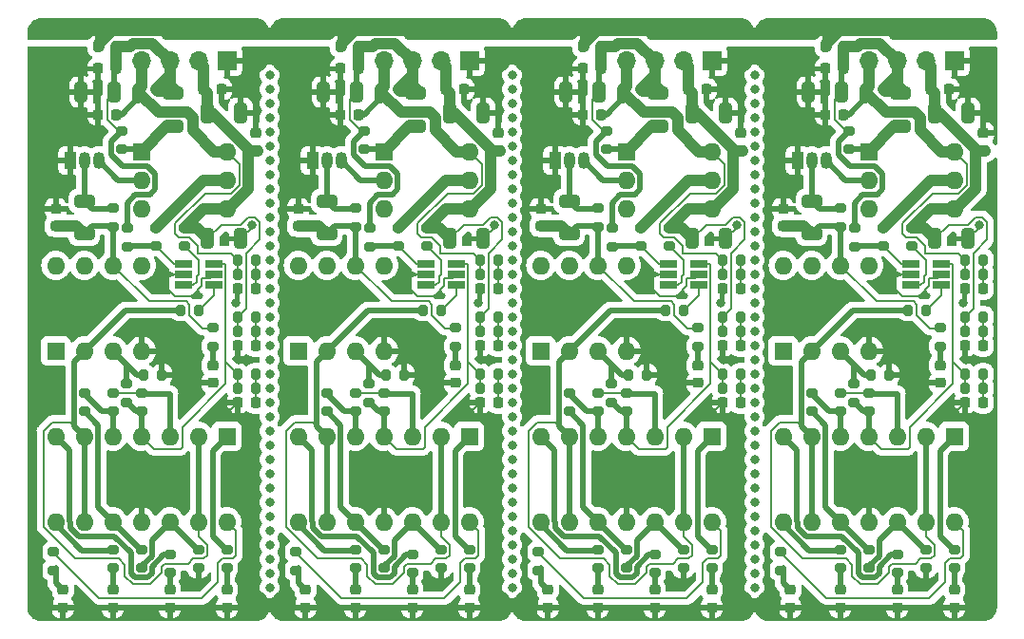
<source format=gbr>
%TF.GenerationSoftware,KiCad,Pcbnew,7.0.5*%
%TF.CreationDate,2025-02-11T02:47:10-05:00*%
%TF.ProjectId,ssr_load_switch,7373725f-6c6f-4616-945f-737769746368,rev?*%
%TF.SameCoordinates,Original*%
%TF.FileFunction,Copper,L1,Top*%
%TF.FilePolarity,Positive*%
%FSLAX46Y46*%
G04 Gerber Fmt 4.6, Leading zero omitted, Abs format (unit mm)*
G04 Created by KiCad (PCBNEW 7.0.5) date 2025-02-11 02:47:10*
%MOMM*%
%LPD*%
G01*
G04 APERTURE LIST*
G04 Aperture macros list*
%AMRoundRect*
0 Rectangle with rounded corners*
0 $1 Rounding radius*
0 $2 $3 $4 $5 $6 $7 $8 $9 X,Y pos of 4 corners*
0 Add a 4 corners polygon primitive as box body*
4,1,4,$2,$3,$4,$5,$6,$7,$8,$9,$2,$3,0*
0 Add four circle primitives for the rounded corners*
1,1,$1+$1,$2,$3*
1,1,$1+$1,$4,$5*
1,1,$1+$1,$6,$7*
1,1,$1+$1,$8,$9*
0 Add four rect primitives between the rounded corners*
20,1,$1+$1,$2,$3,$4,$5,0*
20,1,$1+$1,$4,$5,$6,$7,0*
20,1,$1+$1,$6,$7,$8,$9,0*
20,1,$1+$1,$8,$9,$2,$3,0*%
G04 Aperture macros list end*
%TA.AperFunction,SMDPad,CuDef*%
%ADD10RoundRect,0.218750X-0.218750X-0.256250X0.218750X-0.256250X0.218750X0.256250X-0.218750X0.256250X0*%
%TD*%
%TA.AperFunction,SMDPad,CuDef*%
%ADD11RoundRect,0.218750X0.256250X-0.218750X0.256250X0.218750X-0.256250X0.218750X-0.256250X-0.218750X0*%
%TD*%
%TA.AperFunction,SMDPad,CuDef*%
%ADD12RoundRect,0.200000X-0.275000X0.200000X-0.275000X-0.200000X0.275000X-0.200000X0.275000X0.200000X0*%
%TD*%
%TA.AperFunction,SMDPad,CuDef*%
%ADD13RoundRect,0.200000X-0.200000X-0.275000X0.200000X-0.275000X0.200000X0.275000X-0.200000X0.275000X0*%
%TD*%
%TA.AperFunction,SMDPad,CuDef*%
%ADD14RoundRect,0.200000X0.275000X-0.200000X0.275000X0.200000X-0.275000X0.200000X-0.275000X-0.200000X0*%
%TD*%
%TA.AperFunction,SMDPad,CuDef*%
%ADD15RoundRect,0.200000X0.200000X0.275000X-0.200000X0.275000X-0.200000X-0.275000X0.200000X-0.275000X0*%
%TD*%
%TA.AperFunction,ComponentPad*%
%ADD16R,1.600000X1.600000*%
%TD*%
%TA.AperFunction,ComponentPad*%
%ADD17O,1.600000X1.600000*%
%TD*%
%TA.AperFunction,SMDPad,CuDef*%
%ADD18R,1.560000X0.650000*%
%TD*%
%TA.AperFunction,SMDPad,CuDef*%
%ADD19RoundRect,0.250000X-0.325000X-0.650000X0.325000X-0.650000X0.325000X0.650000X-0.325000X0.650000X0*%
%TD*%
%TA.AperFunction,SMDPad,CuDef*%
%ADD20RoundRect,0.250000X0.650000X-0.325000X0.650000X0.325000X-0.650000X0.325000X-0.650000X-0.325000X0*%
%TD*%
%TA.AperFunction,SMDPad,CuDef*%
%ADD21RoundRect,0.250000X-0.650000X0.325000X-0.650000X-0.325000X0.650000X-0.325000X0.650000X0.325000X0*%
%TD*%
%TA.AperFunction,SMDPad,CuDef*%
%ADD22RoundRect,0.225000X0.225000X0.250000X-0.225000X0.250000X-0.225000X-0.250000X0.225000X-0.250000X0*%
%TD*%
%TA.AperFunction,ComponentPad*%
%ADD23R,1.050000X1.500000*%
%TD*%
%TA.AperFunction,ComponentPad*%
%ADD24O,1.050000X1.500000*%
%TD*%
%TA.AperFunction,SMDPad,CuDef*%
%ADD25RoundRect,0.225000X-0.225000X-0.250000X0.225000X-0.250000X0.225000X0.250000X-0.225000X0.250000X0*%
%TD*%
%TA.AperFunction,SMDPad,CuDef*%
%ADD26RoundRect,0.225000X0.250000X-0.225000X0.250000X0.225000X-0.250000X0.225000X-0.250000X-0.225000X0*%
%TD*%
%TA.AperFunction,ComponentPad*%
%ADD27R,1.700000X1.700000*%
%TD*%
%TA.AperFunction,ComponentPad*%
%ADD28O,1.700000X1.700000*%
%TD*%
%TA.AperFunction,SMDPad,CuDef*%
%ADD29RoundRect,0.250000X0.325000X0.650000X-0.325000X0.650000X-0.325000X-0.650000X0.325000X-0.650000X0*%
%TD*%
%TA.AperFunction,ViaPad*%
%ADD30C,0.800000*%
%TD*%
%TA.AperFunction,ViaPad*%
%ADD31C,2.100000*%
%TD*%
%TA.AperFunction,Conductor*%
%ADD32C,0.200000*%
%TD*%
%TA.AperFunction,Conductor*%
%ADD33C,0.500000*%
%TD*%
%TA.AperFunction,Conductor*%
%ADD34C,1.000000*%
%TD*%
G04 APERTURE END LIST*
D10*
%TO.P,D6,1,K*%
%TO.N,GND*%
X32481574Y-47835000D03*
%TO.P,D6,2,A*%
%TO.N,Net-(D6-A)*%
X34056574Y-47835000D03*
%TD*%
%TO.P,D7,1,K*%
%TO.N,GND*%
X32481574Y-42755000D03*
%TO.P,D7,2,A*%
%TO.N,Net-(D7-A)*%
X34056574Y-42755000D03*
%TD*%
%TO.P,D8,1,K*%
%TO.N,GND*%
X32481574Y-37675000D03*
%TO.P,D8,2,A*%
%TO.N,Net-(D8-A)*%
X34056574Y-37675000D03*
%TD*%
D11*
%TO.P,D4,1,K*%
%TO.N,GND*%
X16899074Y-66097500D03*
%TO.P,D4,2,A*%
%TO.N,Net-(D4-A)*%
X16899074Y-64522500D03*
%TD*%
%TO.P,D3,1,K*%
%TO.N,GND*%
X21344074Y-66097500D03*
%TO.P,D3,2,A*%
%TO.N,Net-(D3-A)*%
X21344074Y-64522500D03*
%TD*%
%TO.P,D2,1,K*%
%TO.N,GND*%
X26424074Y-66097500D03*
%TO.P,D2,2,A*%
%TO.N,Net-(D2-A)*%
X26424074Y-64522500D03*
%TD*%
%TO.P,D1,1,K*%
%TO.N,GND*%
X31504074Y-66097500D03*
%TO.P,D1,2,A*%
%TO.N,Net-(D1-A)*%
X31504074Y-64522500D03*
%TD*%
D12*
%TO.P,R26,1*%
%TO.N,+12V*%
X22614074Y-32265000D03*
%TO.P,R26,2*%
%TO.N,/ssr_midpoint*%
X22614074Y-33915000D03*
%TD*%
D13*
%TO.P,R25,1*%
%TO.N,VPP*%
X32444074Y-36405000D03*
%TO.P,R25,2*%
%TO.N,Net-(D8-A)*%
X34094074Y-36405000D03*
%TD*%
%TO.P,R22,1*%
%TO.N,/OUT*%
X32444074Y-40215000D03*
%TO.P,R22,2*%
%TO.N,Net-(D7-A)*%
X34094074Y-40215000D03*
%TD*%
%TO.P,R21,1*%
%TO.N,+12V*%
X32444074Y-46565000D03*
%TO.P,R21,2*%
%TO.N,Net-(D6-A)*%
X34094074Y-46565000D03*
%TD*%
%TO.P,R20,1*%
%TO.N,+12V*%
X32444074Y-45295000D03*
%TO.P,R20,2*%
%TO.N,Net-(D6-A)*%
X34094074Y-45295000D03*
%TD*%
D14*
%TO.P,R18,1*%
%TO.N,Net-(D4-A)*%
X16056495Y-62802832D03*
%TO.P,R18,2*%
%TO.N,Net-(R18-Pad2)*%
X16056495Y-61152832D03*
%TD*%
D12*
%TO.P,R10,1*%
%TO.N,Net-(U4A-+)*%
X23884074Y-46985000D03*
%TO.P,R10,2*%
%TO.N,+12V*%
X23884074Y-48635000D03*
%TD*%
D14*
%TO.P,R16,1*%
%TO.N,Net-(D2-A)*%
X26445287Y-63015648D03*
%TO.P,R16,2*%
%TO.N,Net-(R16-Pad2)*%
X26445287Y-61365648D03*
%TD*%
%TO.P,R15,1*%
%TO.N,Net-(D1-A)*%
X31504074Y-62605000D03*
%TO.P,R15,2*%
%TO.N,Net-(R15-Pad2)*%
X31504074Y-60955000D03*
%TD*%
D15*
%TO.P,R9,1*%
%TO.N,+12V*%
X21674074Y-16085000D03*
%TO.P,R9,2*%
%TO.N,VBUS*%
X20024074Y-16085000D03*
%TD*%
%TO.P,R4,1*%
%TO.N,GND*%
X25727131Y-45356121D03*
%TO.P,R4,2*%
%TO.N,Net-(U2-+)*%
X24077131Y-45356121D03*
%TD*%
%TO.P,R7,1*%
%TO.N,+12V*%
X25204074Y-19895000D03*
%TO.P,R7,2*%
%TO.N,VPP*%
X23554074Y-19895000D03*
%TD*%
D14*
%TO.P,R13,1*%
%TO.N,Net-(U4D-+)*%
X23884074Y-62605000D03*
%TO.P,R13,2*%
%TO.N,Net-(U4C-+)*%
X23884074Y-60955000D03*
%TD*%
%TO.P,R3,1*%
%TO.N,/close_ssr*%
X21344074Y-32150000D03*
%TO.P,R3,2*%
%TO.N,Net-(Q1-B)*%
X21344074Y-30500000D03*
%TD*%
D11*
%TO.P,D5,1,K*%
%TO.N,GND*%
X30234074Y-46082500D03*
%TO.P,D5,2,A*%
%TO.N,Net-(D5-A)*%
X30234074Y-44507500D03*
%TD*%
D14*
%TO.P,R17,1*%
%TO.N,Net-(D3-A)*%
X21344074Y-62605000D03*
%TO.P,R17,2*%
%TO.N,Net-(R17-Pad2)*%
X21344074Y-60955000D03*
%TD*%
D13*
%TO.P,R23,1*%
%TO.N,/OUT*%
X32444074Y-41485000D03*
%TO.P,R23,2*%
%TO.N,Net-(D7-A)*%
X34094074Y-41485000D03*
%TD*%
%TO.P,R8,1*%
%TO.N,/sense_out*%
X27364074Y-39580000D03*
%TO.P,R8,2*%
%TO.N,Net-(R8-Pad2)*%
X29014074Y-39580000D03*
%TD*%
D12*
%TO.P,R6,1*%
%TO.N,/OUT*%
X27694074Y-32240000D03*
%TO.P,R6,2*%
%TO.N,/ssr_output*%
X27694074Y-33890000D03*
%TD*%
D14*
%TO.P,R14,1*%
%TO.N,GND*%
X28964074Y-62605000D03*
%TO.P,R14,2*%
%TO.N,Net-(U4D-+)*%
X28964074Y-60955000D03*
%TD*%
%TO.P,R11,1*%
%TO.N,Net-(U4B-+)*%
X21344074Y-48635000D03*
%TO.P,R11,2*%
%TO.N,Net-(U4A-+)*%
X21344074Y-46985000D03*
%TD*%
D13*
%TO.P,R24,1*%
%TO.N,VPP*%
X32444074Y-35135000D03*
%TO.P,R24,2*%
%TO.N,Net-(D8-A)*%
X34094074Y-35135000D03*
%TD*%
D12*
%TO.P,R5,1*%
%TO.N,Net-(R5-Pad1)*%
X25154074Y-32240000D03*
%TO.P,R5,2*%
%TO.N,/ssr_midpoint*%
X25154074Y-33890000D03*
%TD*%
D14*
%TO.P,R12,1*%
%TO.N,Net-(U4C-+)*%
X18804074Y-48635000D03*
%TO.P,R12,2*%
%TO.N,Net-(U4B-+)*%
X18804074Y-46985000D03*
%TD*%
D12*
%TO.P,R19,1*%
%TO.N,/close_ssr*%
X30234074Y-41155000D03*
%TO.P,R19,2*%
%TO.N,Net-(D5-A)*%
X30234074Y-42805000D03*
%TD*%
%TO.P,R2,1*%
%TO.N,+12V*%
X22120306Y-23595149D03*
%TO.P,R2,2*%
%TO.N,Net-(R1_1206-Pad2)*%
X22120306Y-25245149D03*
%TD*%
%TO.P,R1,1*%
%TO.N,Net-(U2-+)*%
X22584333Y-46174105D03*
%TO.P,R1,2*%
%TO.N,+12V*%
X22584333Y-47824105D03*
%TD*%
D16*
%TO.P,U4,1*%
%TO.N,Net-(R15-Pad2)*%
X31504074Y-50845000D03*
D17*
%TO.P,U4,2,-*%
%TO.N,/sense_out*%
X28964074Y-50845000D03*
%TO.P,U4,3,+*%
%TO.N,Net-(U4A-+)*%
X26424074Y-50845000D03*
%TO.P,U4,4,V+*%
%TO.N,+12V*%
X23884074Y-50845000D03*
%TO.P,U4,5,+*%
%TO.N,Net-(U4B-+)*%
X21344074Y-50845000D03*
%TO.P,U4,6,-*%
%TO.N,/sense_out*%
X18804074Y-50845000D03*
%TO.P,U4,7*%
%TO.N,Net-(R16-Pad2)*%
X16264074Y-50845000D03*
%TO.P,U4,8*%
%TO.N,Net-(R17-Pad2)*%
X16264074Y-58465000D03*
%TO.P,U4,9,-*%
%TO.N,/sense_out*%
X18804074Y-58465000D03*
%TO.P,U4,10,+*%
%TO.N,Net-(U4C-+)*%
X21344074Y-58465000D03*
%TO.P,U4,11,V-*%
%TO.N,GND*%
X23884074Y-58465000D03*
%TO.P,U4,12,+*%
%TO.N,Net-(U4D-+)*%
X26424074Y-58465000D03*
%TO.P,U4,13,-*%
%TO.N,/sense_out*%
X28964074Y-58465000D03*
%TO.P,U4,14*%
%TO.N,Net-(R18-Pad2)*%
X31504074Y-58465000D03*
%TD*%
D16*
%TO.P,U2,1,NULL*%
%TO.N,unconnected-(U2-NULL-Pad1)*%
X16274074Y-43225000D03*
D17*
%TO.P,U2,2,-*%
%TO.N,/sense_out*%
X18814074Y-43225000D03*
%TO.P,U2,3,+*%
%TO.N,Net-(U2-+)*%
X21354074Y-43225000D03*
%TO.P,U2,4,V-*%
%TO.N,GND*%
X23894074Y-43225000D03*
%TO.P,U2,5,NULL*%
%TO.N,unconnected-(U2-NULL-Pad5)*%
X23894074Y-35605000D03*
%TO.P,U2,6*%
%TO.N,/close_ssr*%
X21354074Y-35605000D03*
%TO.P,U2,7,V+*%
%TO.N,+12V*%
X18814074Y-35605000D03*
%TO.P,U2,8,NC*%
%TO.N,unconnected-(U2-NC-Pad8)*%
X16274074Y-35605000D03*
%TD*%
D18*
%TO.P,U3,1*%
%TO.N,Net-(R8-Pad2)*%
X30314074Y-37355000D03*
%TO.P,U3,2*%
%TO.N,GND*%
X30314074Y-36405000D03*
%TO.P,U3,3,GND*%
%TO.N,+12V*%
X30314074Y-35455000D03*
%TO.P,U3,4*%
%TO.N,/ssr_midpoint*%
X27614074Y-35455000D03*
%TO.P,U3,5,VCC*%
%TO.N,GND*%
X27614074Y-36405000D03*
%TO.P,U3,6*%
%TO.N,/ssr_output*%
X27614074Y-37355000D03*
%TD*%
D16*
%TO.P,U1,1*%
%TO.N,Net-(R1_1206-Pad2)*%
X23884074Y-25445000D03*
D17*
%TO.P,U1,2*%
%TO.N,Net-(Q1-C)*%
X23884074Y-27985000D03*
%TO.P,U1,3,NC*%
%TO.N,unconnected-(U1-NC-Pad3)*%
X23884074Y-30525000D03*
%TO.P,U1,4*%
%TO.N,/OUT*%
X31504074Y-30525000D03*
%TO.P,U1,5*%
%TO.N,Net-(R5-Pad1)*%
X31504074Y-27985000D03*
%TO.P,U1,6*%
%TO.N,VPP*%
X31504074Y-25445000D03*
%TD*%
D19*
%TO.P,R8_1206,1*%
%TO.N,/OUT*%
X29795326Y-33227259D03*
%TO.P,R8_1206,2*%
%TO.N,GND*%
X32745326Y-33227259D03*
%TD*%
D20*
%TO.P,R4_1206,1*%
%TO.N,/close_ssr*%
X18804074Y-32800000D03*
%TO.P,R4_1206,2*%
%TO.N,Net-(Q1-B)*%
X18804074Y-29850000D03*
%TD*%
D21*
%TO.P,R1_1206,1*%
%TO.N,+12V*%
X26726982Y-20258581D03*
%TO.P,R1_1206,2*%
%TO.N,Net-(R1_1206-Pad2)*%
X26726982Y-23208581D03*
%TD*%
D19*
%TO.P,C4_1206,1*%
%TO.N,/OUT*%
X29776969Y-22027440D03*
%TO.P,C4_1206,2*%
%TO.N,GND*%
X32726969Y-22027440D03*
%TD*%
D22*
%TO.P,C1,1*%
%TO.N,+12V*%
X21589900Y-18072861D03*
%TO.P,C1,2*%
%TO.N,GND*%
X20039900Y-18072861D03*
%TD*%
D23*
%TO.P,Q1,1,E*%
%TO.N,GND*%
X17534074Y-26245000D03*
D24*
%TO.P,Q1,2,B*%
%TO.N,Net-(Q1-B)*%
X18804074Y-26245000D03*
%TO.P,Q1,3,C*%
%TO.N,Net-(Q1-C)*%
X20074074Y-26245000D03*
%TD*%
D25*
%TO.P,D10,1,K*%
%TO.N,/OUT*%
X29459074Y-19895000D03*
%TO.P,D10,2,A*%
%TO.N,GND*%
X31009074Y-19895000D03*
%TD*%
D26*
%TO.P,C3,1*%
%TO.N,/OUT*%
X34077877Y-25333617D03*
%TO.P,C3,2*%
%TO.N,GND*%
X34077877Y-23783617D03*
%TD*%
D27*
%TO.P,J1,1,Pin_1*%
%TO.N,GND*%
X31504074Y-17355000D03*
D28*
%TO.P,J1,2,Pin_2*%
%TO.N,/OUT*%
X28964074Y-17355000D03*
%TO.P,J1,3,Pin_3*%
%TO.N,+12V*%
X26424074Y-17355000D03*
%TO.P,J1,4,Pin_4*%
%TO.N,VPP*%
X23884074Y-17355000D03*
%TD*%
D22*
%TO.P,D9,1,K*%
%TO.N,VPP*%
X21593554Y-22148882D03*
%TO.P,D9,2,A*%
%TO.N,GND*%
X20043554Y-22148882D03*
%TD*%
D26*
%TO.P,C2,1*%
%TO.N,/close_ssr*%
X16264074Y-32100000D03*
%TO.P,C2,2*%
%TO.N,GND*%
X16264074Y-30550000D03*
%TD*%
D29*
%TO.P,C5_1206,1*%
%TO.N,+12V*%
X21485570Y-20143884D03*
%TO.P,C5_1206,2*%
%TO.N,GND*%
X18535570Y-20143884D03*
%TD*%
D10*
%TO.P,D6,1,K*%
%TO.N,GND*%
X54071574Y-47835000D03*
%TO.P,D6,2,A*%
%TO.N,Net-(D6-A)*%
X55646574Y-47835000D03*
%TD*%
%TO.P,D7,1,K*%
%TO.N,GND*%
X54071574Y-42755000D03*
%TO.P,D7,2,A*%
%TO.N,Net-(D7-A)*%
X55646574Y-42755000D03*
%TD*%
%TO.P,D8,1,K*%
%TO.N,GND*%
X54071574Y-37675000D03*
%TO.P,D8,2,A*%
%TO.N,Net-(D8-A)*%
X55646574Y-37675000D03*
%TD*%
D11*
%TO.P,D4,1,K*%
%TO.N,GND*%
X38489074Y-66097500D03*
%TO.P,D4,2,A*%
%TO.N,Net-(D4-A)*%
X38489074Y-64522500D03*
%TD*%
%TO.P,D3,1,K*%
%TO.N,GND*%
X42934074Y-66097500D03*
%TO.P,D3,2,A*%
%TO.N,Net-(D3-A)*%
X42934074Y-64522500D03*
%TD*%
%TO.P,D2,1,K*%
%TO.N,GND*%
X48014074Y-66097500D03*
%TO.P,D2,2,A*%
%TO.N,Net-(D2-A)*%
X48014074Y-64522500D03*
%TD*%
%TO.P,D1,1,K*%
%TO.N,GND*%
X53094074Y-66097500D03*
%TO.P,D1,2,A*%
%TO.N,Net-(D1-A)*%
X53094074Y-64522500D03*
%TD*%
D12*
%TO.P,R26,1*%
%TO.N,+12V*%
X44204074Y-32265000D03*
%TO.P,R26,2*%
%TO.N,/ssr_midpoint*%
X44204074Y-33915000D03*
%TD*%
D13*
%TO.P,R25,1*%
%TO.N,VPP*%
X54034074Y-36405000D03*
%TO.P,R25,2*%
%TO.N,Net-(D8-A)*%
X55684074Y-36405000D03*
%TD*%
%TO.P,R22,1*%
%TO.N,/OUT*%
X54034074Y-40215000D03*
%TO.P,R22,2*%
%TO.N,Net-(D7-A)*%
X55684074Y-40215000D03*
%TD*%
%TO.P,R21,1*%
%TO.N,+12V*%
X54034074Y-46565000D03*
%TO.P,R21,2*%
%TO.N,Net-(D6-A)*%
X55684074Y-46565000D03*
%TD*%
%TO.P,R20,1*%
%TO.N,+12V*%
X54034074Y-45295000D03*
%TO.P,R20,2*%
%TO.N,Net-(D6-A)*%
X55684074Y-45295000D03*
%TD*%
D14*
%TO.P,R18,1*%
%TO.N,Net-(D4-A)*%
X37646495Y-62802832D03*
%TO.P,R18,2*%
%TO.N,Net-(R18-Pad2)*%
X37646495Y-61152832D03*
%TD*%
D12*
%TO.P,R10,1*%
%TO.N,Net-(U4A-+)*%
X45474074Y-46985000D03*
%TO.P,R10,2*%
%TO.N,+12V*%
X45474074Y-48635000D03*
%TD*%
D14*
%TO.P,R16,1*%
%TO.N,Net-(D2-A)*%
X48035287Y-63015648D03*
%TO.P,R16,2*%
%TO.N,Net-(R16-Pad2)*%
X48035287Y-61365648D03*
%TD*%
%TO.P,R15,1*%
%TO.N,Net-(D1-A)*%
X53094074Y-62605000D03*
%TO.P,R15,2*%
%TO.N,Net-(R15-Pad2)*%
X53094074Y-60955000D03*
%TD*%
D15*
%TO.P,R9,1*%
%TO.N,+12V*%
X43264074Y-16085000D03*
%TO.P,R9,2*%
%TO.N,VBUS*%
X41614074Y-16085000D03*
%TD*%
%TO.P,R4,1*%
%TO.N,GND*%
X47317131Y-45356121D03*
%TO.P,R4,2*%
%TO.N,Net-(U2-+)*%
X45667131Y-45356121D03*
%TD*%
%TO.P,R7,1*%
%TO.N,+12V*%
X46794074Y-19895000D03*
%TO.P,R7,2*%
%TO.N,VPP*%
X45144074Y-19895000D03*
%TD*%
D14*
%TO.P,R13,1*%
%TO.N,Net-(U4D-+)*%
X45474074Y-62605000D03*
%TO.P,R13,2*%
%TO.N,Net-(U4C-+)*%
X45474074Y-60955000D03*
%TD*%
%TO.P,R3,1*%
%TO.N,/close_ssr*%
X42934074Y-32150000D03*
%TO.P,R3,2*%
%TO.N,Net-(Q1-B)*%
X42934074Y-30500000D03*
%TD*%
D11*
%TO.P,D5,1,K*%
%TO.N,GND*%
X51824074Y-46082500D03*
%TO.P,D5,2,A*%
%TO.N,Net-(D5-A)*%
X51824074Y-44507500D03*
%TD*%
D14*
%TO.P,R17,1*%
%TO.N,Net-(D3-A)*%
X42934074Y-62605000D03*
%TO.P,R17,2*%
%TO.N,Net-(R17-Pad2)*%
X42934074Y-60955000D03*
%TD*%
D13*
%TO.P,R23,1*%
%TO.N,/OUT*%
X54034074Y-41485000D03*
%TO.P,R23,2*%
%TO.N,Net-(D7-A)*%
X55684074Y-41485000D03*
%TD*%
%TO.P,R8,1*%
%TO.N,/sense_out*%
X48954074Y-39580000D03*
%TO.P,R8,2*%
%TO.N,Net-(R8-Pad2)*%
X50604074Y-39580000D03*
%TD*%
D12*
%TO.P,R6,1*%
%TO.N,/OUT*%
X49284074Y-32240000D03*
%TO.P,R6,2*%
%TO.N,/ssr_output*%
X49284074Y-33890000D03*
%TD*%
D14*
%TO.P,R14,1*%
%TO.N,GND*%
X50554074Y-62605000D03*
%TO.P,R14,2*%
%TO.N,Net-(U4D-+)*%
X50554074Y-60955000D03*
%TD*%
%TO.P,R11,1*%
%TO.N,Net-(U4B-+)*%
X42934074Y-48635000D03*
%TO.P,R11,2*%
%TO.N,Net-(U4A-+)*%
X42934074Y-46985000D03*
%TD*%
D13*
%TO.P,R24,1*%
%TO.N,VPP*%
X54034074Y-35135000D03*
%TO.P,R24,2*%
%TO.N,Net-(D8-A)*%
X55684074Y-35135000D03*
%TD*%
D12*
%TO.P,R5,1*%
%TO.N,Net-(R5-Pad1)*%
X46744074Y-32240000D03*
%TO.P,R5,2*%
%TO.N,/ssr_midpoint*%
X46744074Y-33890000D03*
%TD*%
D14*
%TO.P,R12,1*%
%TO.N,Net-(U4C-+)*%
X40394074Y-48635000D03*
%TO.P,R12,2*%
%TO.N,Net-(U4B-+)*%
X40394074Y-46985000D03*
%TD*%
D12*
%TO.P,R19,1*%
%TO.N,/close_ssr*%
X51824074Y-41155000D03*
%TO.P,R19,2*%
%TO.N,Net-(D5-A)*%
X51824074Y-42805000D03*
%TD*%
%TO.P,R2,1*%
%TO.N,+12V*%
X43710306Y-23595149D03*
%TO.P,R2,2*%
%TO.N,Net-(R1_1206-Pad2)*%
X43710306Y-25245149D03*
%TD*%
%TO.P,R1,1*%
%TO.N,Net-(U2-+)*%
X44174333Y-46174105D03*
%TO.P,R1,2*%
%TO.N,+12V*%
X44174333Y-47824105D03*
%TD*%
D16*
%TO.P,U4,1*%
%TO.N,Net-(R15-Pad2)*%
X53094074Y-50845000D03*
D17*
%TO.P,U4,2,-*%
%TO.N,/sense_out*%
X50554074Y-50845000D03*
%TO.P,U4,3,+*%
%TO.N,Net-(U4A-+)*%
X48014074Y-50845000D03*
%TO.P,U4,4,V+*%
%TO.N,+12V*%
X45474074Y-50845000D03*
%TO.P,U4,5,+*%
%TO.N,Net-(U4B-+)*%
X42934074Y-50845000D03*
%TO.P,U4,6,-*%
%TO.N,/sense_out*%
X40394074Y-50845000D03*
%TO.P,U4,7*%
%TO.N,Net-(R16-Pad2)*%
X37854074Y-50845000D03*
%TO.P,U4,8*%
%TO.N,Net-(R17-Pad2)*%
X37854074Y-58465000D03*
%TO.P,U4,9,-*%
%TO.N,/sense_out*%
X40394074Y-58465000D03*
%TO.P,U4,10,+*%
%TO.N,Net-(U4C-+)*%
X42934074Y-58465000D03*
%TO.P,U4,11,V-*%
%TO.N,GND*%
X45474074Y-58465000D03*
%TO.P,U4,12,+*%
%TO.N,Net-(U4D-+)*%
X48014074Y-58465000D03*
%TO.P,U4,13,-*%
%TO.N,/sense_out*%
X50554074Y-58465000D03*
%TO.P,U4,14*%
%TO.N,Net-(R18-Pad2)*%
X53094074Y-58465000D03*
%TD*%
D16*
%TO.P,U2,1,NULL*%
%TO.N,unconnected-(U2-NULL-Pad1)*%
X37864074Y-43225000D03*
D17*
%TO.P,U2,2,-*%
%TO.N,/sense_out*%
X40404074Y-43225000D03*
%TO.P,U2,3,+*%
%TO.N,Net-(U2-+)*%
X42944074Y-43225000D03*
%TO.P,U2,4,V-*%
%TO.N,GND*%
X45484074Y-43225000D03*
%TO.P,U2,5,NULL*%
%TO.N,unconnected-(U2-NULL-Pad5)*%
X45484074Y-35605000D03*
%TO.P,U2,6*%
%TO.N,/close_ssr*%
X42944074Y-35605000D03*
%TO.P,U2,7,V+*%
%TO.N,+12V*%
X40404074Y-35605000D03*
%TO.P,U2,8,NC*%
%TO.N,unconnected-(U2-NC-Pad8)*%
X37864074Y-35605000D03*
%TD*%
D18*
%TO.P,U3,1*%
%TO.N,Net-(R8-Pad2)*%
X51904074Y-37355000D03*
%TO.P,U3,2*%
%TO.N,GND*%
X51904074Y-36405000D03*
%TO.P,U3,3,GND*%
%TO.N,+12V*%
X51904074Y-35455000D03*
%TO.P,U3,4*%
%TO.N,/ssr_midpoint*%
X49204074Y-35455000D03*
%TO.P,U3,5,VCC*%
%TO.N,GND*%
X49204074Y-36405000D03*
%TO.P,U3,6*%
%TO.N,/ssr_output*%
X49204074Y-37355000D03*
%TD*%
D16*
%TO.P,U1,1*%
%TO.N,Net-(R1_1206-Pad2)*%
X45474074Y-25445000D03*
D17*
%TO.P,U1,2*%
%TO.N,Net-(Q1-C)*%
X45474074Y-27985000D03*
%TO.P,U1,3,NC*%
%TO.N,unconnected-(U1-NC-Pad3)*%
X45474074Y-30525000D03*
%TO.P,U1,4*%
%TO.N,/OUT*%
X53094074Y-30525000D03*
%TO.P,U1,5*%
%TO.N,Net-(R5-Pad1)*%
X53094074Y-27985000D03*
%TO.P,U1,6*%
%TO.N,VPP*%
X53094074Y-25445000D03*
%TD*%
D19*
%TO.P,R8_1206,1*%
%TO.N,/OUT*%
X51385326Y-33227259D03*
%TO.P,R8_1206,2*%
%TO.N,GND*%
X54335326Y-33227259D03*
%TD*%
D20*
%TO.P,R4_1206,1*%
%TO.N,/close_ssr*%
X40394074Y-32800000D03*
%TO.P,R4_1206,2*%
%TO.N,Net-(Q1-B)*%
X40394074Y-29850000D03*
%TD*%
D21*
%TO.P,R1_1206,1*%
%TO.N,+12V*%
X48316982Y-20258581D03*
%TO.P,R1_1206,2*%
%TO.N,Net-(R1_1206-Pad2)*%
X48316982Y-23208581D03*
%TD*%
D19*
%TO.P,C4_1206,1*%
%TO.N,/OUT*%
X51366969Y-22027440D03*
%TO.P,C4_1206,2*%
%TO.N,GND*%
X54316969Y-22027440D03*
%TD*%
D22*
%TO.P,C1,1*%
%TO.N,+12V*%
X43179900Y-18072861D03*
%TO.P,C1,2*%
%TO.N,GND*%
X41629900Y-18072861D03*
%TD*%
D23*
%TO.P,Q1,1,E*%
%TO.N,GND*%
X39124074Y-26245000D03*
D24*
%TO.P,Q1,2,B*%
%TO.N,Net-(Q1-B)*%
X40394074Y-26245000D03*
%TO.P,Q1,3,C*%
%TO.N,Net-(Q1-C)*%
X41664074Y-26245000D03*
%TD*%
D25*
%TO.P,D10,1,K*%
%TO.N,/OUT*%
X51049074Y-19895000D03*
%TO.P,D10,2,A*%
%TO.N,GND*%
X52599074Y-19895000D03*
%TD*%
D26*
%TO.P,C3,1*%
%TO.N,/OUT*%
X55667877Y-25333617D03*
%TO.P,C3,2*%
%TO.N,GND*%
X55667877Y-23783617D03*
%TD*%
D27*
%TO.P,J1,1,Pin_1*%
%TO.N,GND*%
X53094074Y-17355000D03*
D28*
%TO.P,J1,2,Pin_2*%
%TO.N,/OUT*%
X50554074Y-17355000D03*
%TO.P,J1,3,Pin_3*%
%TO.N,+12V*%
X48014074Y-17355000D03*
%TO.P,J1,4,Pin_4*%
%TO.N,VPP*%
X45474074Y-17355000D03*
%TD*%
D22*
%TO.P,D9,1,K*%
%TO.N,VPP*%
X43183554Y-22148882D03*
%TO.P,D9,2,A*%
%TO.N,GND*%
X41633554Y-22148882D03*
%TD*%
D26*
%TO.P,C2,1*%
%TO.N,/close_ssr*%
X37854074Y-32100000D03*
%TO.P,C2,2*%
%TO.N,GND*%
X37854074Y-30550000D03*
%TD*%
D29*
%TO.P,C5_1206,1*%
%TO.N,+12V*%
X43075570Y-20143884D03*
%TO.P,C5_1206,2*%
%TO.N,GND*%
X40125570Y-20143884D03*
%TD*%
D10*
%TO.P,D6,1,K*%
%TO.N,GND*%
X75661574Y-47835000D03*
%TO.P,D6,2,A*%
%TO.N,Net-(D6-A)*%
X77236574Y-47835000D03*
%TD*%
%TO.P,D7,1,K*%
%TO.N,GND*%
X75661574Y-42755000D03*
%TO.P,D7,2,A*%
%TO.N,Net-(D7-A)*%
X77236574Y-42755000D03*
%TD*%
%TO.P,D8,1,K*%
%TO.N,GND*%
X75661574Y-37675000D03*
%TO.P,D8,2,A*%
%TO.N,Net-(D8-A)*%
X77236574Y-37675000D03*
%TD*%
D11*
%TO.P,D4,1,K*%
%TO.N,GND*%
X60079074Y-66097500D03*
%TO.P,D4,2,A*%
%TO.N,Net-(D4-A)*%
X60079074Y-64522500D03*
%TD*%
%TO.P,D3,1,K*%
%TO.N,GND*%
X64524074Y-66097500D03*
%TO.P,D3,2,A*%
%TO.N,Net-(D3-A)*%
X64524074Y-64522500D03*
%TD*%
%TO.P,D2,1,K*%
%TO.N,GND*%
X69604074Y-66097500D03*
%TO.P,D2,2,A*%
%TO.N,Net-(D2-A)*%
X69604074Y-64522500D03*
%TD*%
%TO.P,D1,1,K*%
%TO.N,GND*%
X74684074Y-66097500D03*
%TO.P,D1,2,A*%
%TO.N,Net-(D1-A)*%
X74684074Y-64522500D03*
%TD*%
D12*
%TO.P,R26,1*%
%TO.N,+12V*%
X65794074Y-32265000D03*
%TO.P,R26,2*%
%TO.N,/ssr_midpoint*%
X65794074Y-33915000D03*
%TD*%
D13*
%TO.P,R25,1*%
%TO.N,VPP*%
X75624074Y-36405000D03*
%TO.P,R25,2*%
%TO.N,Net-(D8-A)*%
X77274074Y-36405000D03*
%TD*%
%TO.P,R22,1*%
%TO.N,/OUT*%
X75624074Y-40215000D03*
%TO.P,R22,2*%
%TO.N,Net-(D7-A)*%
X77274074Y-40215000D03*
%TD*%
%TO.P,R21,1*%
%TO.N,+12V*%
X75624074Y-46565000D03*
%TO.P,R21,2*%
%TO.N,Net-(D6-A)*%
X77274074Y-46565000D03*
%TD*%
%TO.P,R20,1*%
%TO.N,+12V*%
X75624074Y-45295000D03*
%TO.P,R20,2*%
%TO.N,Net-(D6-A)*%
X77274074Y-45295000D03*
%TD*%
D14*
%TO.P,R18,1*%
%TO.N,Net-(D4-A)*%
X59236495Y-62802832D03*
%TO.P,R18,2*%
%TO.N,Net-(R18-Pad2)*%
X59236495Y-61152832D03*
%TD*%
D12*
%TO.P,R10,1*%
%TO.N,Net-(U4A-+)*%
X67064074Y-46985000D03*
%TO.P,R10,2*%
%TO.N,+12V*%
X67064074Y-48635000D03*
%TD*%
D14*
%TO.P,R16,1*%
%TO.N,Net-(D2-A)*%
X69625287Y-63015648D03*
%TO.P,R16,2*%
%TO.N,Net-(R16-Pad2)*%
X69625287Y-61365648D03*
%TD*%
%TO.P,R15,1*%
%TO.N,Net-(D1-A)*%
X74684074Y-62605000D03*
%TO.P,R15,2*%
%TO.N,Net-(R15-Pad2)*%
X74684074Y-60955000D03*
%TD*%
D15*
%TO.P,R9,1*%
%TO.N,+12V*%
X64854074Y-16085000D03*
%TO.P,R9,2*%
%TO.N,VBUS*%
X63204074Y-16085000D03*
%TD*%
%TO.P,R4,1*%
%TO.N,GND*%
X68907131Y-45356121D03*
%TO.P,R4,2*%
%TO.N,Net-(U2-+)*%
X67257131Y-45356121D03*
%TD*%
%TO.P,R7,1*%
%TO.N,+12V*%
X68384074Y-19895000D03*
%TO.P,R7,2*%
%TO.N,VPP*%
X66734074Y-19895000D03*
%TD*%
D14*
%TO.P,R13,1*%
%TO.N,Net-(U4D-+)*%
X67064074Y-62605000D03*
%TO.P,R13,2*%
%TO.N,Net-(U4C-+)*%
X67064074Y-60955000D03*
%TD*%
%TO.P,R3,1*%
%TO.N,/close_ssr*%
X64524074Y-32150000D03*
%TO.P,R3,2*%
%TO.N,Net-(Q1-B)*%
X64524074Y-30500000D03*
%TD*%
D11*
%TO.P,D5,1,K*%
%TO.N,GND*%
X73414074Y-46082500D03*
%TO.P,D5,2,A*%
%TO.N,Net-(D5-A)*%
X73414074Y-44507500D03*
%TD*%
D14*
%TO.P,R17,1*%
%TO.N,Net-(D3-A)*%
X64524074Y-62605000D03*
%TO.P,R17,2*%
%TO.N,Net-(R17-Pad2)*%
X64524074Y-60955000D03*
%TD*%
D13*
%TO.P,R23,1*%
%TO.N,/OUT*%
X75624074Y-41485000D03*
%TO.P,R23,2*%
%TO.N,Net-(D7-A)*%
X77274074Y-41485000D03*
%TD*%
%TO.P,R8,1*%
%TO.N,/sense_out*%
X70544074Y-39580000D03*
%TO.P,R8,2*%
%TO.N,Net-(R8-Pad2)*%
X72194074Y-39580000D03*
%TD*%
D12*
%TO.P,R6,1*%
%TO.N,/OUT*%
X70874074Y-32240000D03*
%TO.P,R6,2*%
%TO.N,/ssr_output*%
X70874074Y-33890000D03*
%TD*%
D14*
%TO.P,R14,1*%
%TO.N,GND*%
X72144074Y-62605000D03*
%TO.P,R14,2*%
%TO.N,Net-(U4D-+)*%
X72144074Y-60955000D03*
%TD*%
%TO.P,R11,1*%
%TO.N,Net-(U4B-+)*%
X64524074Y-48635000D03*
%TO.P,R11,2*%
%TO.N,Net-(U4A-+)*%
X64524074Y-46985000D03*
%TD*%
D13*
%TO.P,R24,1*%
%TO.N,VPP*%
X75624074Y-35135000D03*
%TO.P,R24,2*%
%TO.N,Net-(D8-A)*%
X77274074Y-35135000D03*
%TD*%
D12*
%TO.P,R5,1*%
%TO.N,Net-(R5-Pad1)*%
X68334074Y-32240000D03*
%TO.P,R5,2*%
%TO.N,/ssr_midpoint*%
X68334074Y-33890000D03*
%TD*%
D14*
%TO.P,R12,1*%
%TO.N,Net-(U4C-+)*%
X61984074Y-48635000D03*
%TO.P,R12,2*%
%TO.N,Net-(U4B-+)*%
X61984074Y-46985000D03*
%TD*%
D12*
%TO.P,R19,1*%
%TO.N,/close_ssr*%
X73414074Y-41155000D03*
%TO.P,R19,2*%
%TO.N,Net-(D5-A)*%
X73414074Y-42805000D03*
%TD*%
%TO.P,R2,1*%
%TO.N,+12V*%
X65300306Y-23595149D03*
%TO.P,R2,2*%
%TO.N,Net-(R1_1206-Pad2)*%
X65300306Y-25245149D03*
%TD*%
%TO.P,R1,1*%
%TO.N,Net-(U2-+)*%
X65764333Y-46174105D03*
%TO.P,R1,2*%
%TO.N,+12V*%
X65764333Y-47824105D03*
%TD*%
D16*
%TO.P,U4,1*%
%TO.N,Net-(R15-Pad2)*%
X74684074Y-50845000D03*
D17*
%TO.P,U4,2,-*%
%TO.N,/sense_out*%
X72144074Y-50845000D03*
%TO.P,U4,3,+*%
%TO.N,Net-(U4A-+)*%
X69604074Y-50845000D03*
%TO.P,U4,4,V+*%
%TO.N,+12V*%
X67064074Y-50845000D03*
%TO.P,U4,5,+*%
%TO.N,Net-(U4B-+)*%
X64524074Y-50845000D03*
%TO.P,U4,6,-*%
%TO.N,/sense_out*%
X61984074Y-50845000D03*
%TO.P,U4,7*%
%TO.N,Net-(R16-Pad2)*%
X59444074Y-50845000D03*
%TO.P,U4,8*%
%TO.N,Net-(R17-Pad2)*%
X59444074Y-58465000D03*
%TO.P,U4,9,-*%
%TO.N,/sense_out*%
X61984074Y-58465000D03*
%TO.P,U4,10,+*%
%TO.N,Net-(U4C-+)*%
X64524074Y-58465000D03*
%TO.P,U4,11,V-*%
%TO.N,GND*%
X67064074Y-58465000D03*
%TO.P,U4,12,+*%
%TO.N,Net-(U4D-+)*%
X69604074Y-58465000D03*
%TO.P,U4,13,-*%
%TO.N,/sense_out*%
X72144074Y-58465000D03*
%TO.P,U4,14*%
%TO.N,Net-(R18-Pad2)*%
X74684074Y-58465000D03*
%TD*%
D16*
%TO.P,U2,1,NULL*%
%TO.N,unconnected-(U2-NULL-Pad1)*%
X59454074Y-43225000D03*
D17*
%TO.P,U2,2,-*%
%TO.N,/sense_out*%
X61994074Y-43225000D03*
%TO.P,U2,3,+*%
%TO.N,Net-(U2-+)*%
X64534074Y-43225000D03*
%TO.P,U2,4,V-*%
%TO.N,GND*%
X67074074Y-43225000D03*
%TO.P,U2,5,NULL*%
%TO.N,unconnected-(U2-NULL-Pad5)*%
X67074074Y-35605000D03*
%TO.P,U2,6*%
%TO.N,/close_ssr*%
X64534074Y-35605000D03*
%TO.P,U2,7,V+*%
%TO.N,+12V*%
X61994074Y-35605000D03*
%TO.P,U2,8,NC*%
%TO.N,unconnected-(U2-NC-Pad8)*%
X59454074Y-35605000D03*
%TD*%
D18*
%TO.P,U3,1*%
%TO.N,Net-(R8-Pad2)*%
X73494074Y-37355000D03*
%TO.P,U3,2*%
%TO.N,GND*%
X73494074Y-36405000D03*
%TO.P,U3,3,GND*%
%TO.N,+12V*%
X73494074Y-35455000D03*
%TO.P,U3,4*%
%TO.N,/ssr_midpoint*%
X70794074Y-35455000D03*
%TO.P,U3,5,VCC*%
%TO.N,GND*%
X70794074Y-36405000D03*
%TO.P,U3,6*%
%TO.N,/ssr_output*%
X70794074Y-37355000D03*
%TD*%
D16*
%TO.P,U1,1*%
%TO.N,Net-(R1_1206-Pad2)*%
X67064074Y-25445000D03*
D17*
%TO.P,U1,2*%
%TO.N,Net-(Q1-C)*%
X67064074Y-27985000D03*
%TO.P,U1,3,NC*%
%TO.N,unconnected-(U1-NC-Pad3)*%
X67064074Y-30525000D03*
%TO.P,U1,4*%
%TO.N,/OUT*%
X74684074Y-30525000D03*
%TO.P,U1,5*%
%TO.N,Net-(R5-Pad1)*%
X74684074Y-27985000D03*
%TO.P,U1,6*%
%TO.N,VPP*%
X74684074Y-25445000D03*
%TD*%
D19*
%TO.P,R8_1206,1*%
%TO.N,/OUT*%
X72975326Y-33227259D03*
%TO.P,R8_1206,2*%
%TO.N,GND*%
X75925326Y-33227259D03*
%TD*%
D20*
%TO.P,R4_1206,1*%
%TO.N,/close_ssr*%
X61984074Y-32800000D03*
%TO.P,R4_1206,2*%
%TO.N,Net-(Q1-B)*%
X61984074Y-29850000D03*
%TD*%
D21*
%TO.P,R1_1206,1*%
%TO.N,+12V*%
X69906982Y-20258581D03*
%TO.P,R1_1206,2*%
%TO.N,Net-(R1_1206-Pad2)*%
X69906982Y-23208581D03*
%TD*%
D19*
%TO.P,C4_1206,1*%
%TO.N,/OUT*%
X72956969Y-22027440D03*
%TO.P,C4_1206,2*%
%TO.N,GND*%
X75906969Y-22027440D03*
%TD*%
D22*
%TO.P,C1,1*%
%TO.N,+12V*%
X64769900Y-18072861D03*
%TO.P,C1,2*%
%TO.N,GND*%
X63219900Y-18072861D03*
%TD*%
D23*
%TO.P,Q1,1,E*%
%TO.N,GND*%
X60714074Y-26245000D03*
D24*
%TO.P,Q1,2,B*%
%TO.N,Net-(Q1-B)*%
X61984074Y-26245000D03*
%TO.P,Q1,3,C*%
%TO.N,Net-(Q1-C)*%
X63254074Y-26245000D03*
%TD*%
D25*
%TO.P,D10,1,K*%
%TO.N,/OUT*%
X72639074Y-19895000D03*
%TO.P,D10,2,A*%
%TO.N,GND*%
X74189074Y-19895000D03*
%TD*%
D26*
%TO.P,C3,1*%
%TO.N,/OUT*%
X77257877Y-25333617D03*
%TO.P,C3,2*%
%TO.N,GND*%
X77257877Y-23783617D03*
%TD*%
D27*
%TO.P,J1,1,Pin_1*%
%TO.N,GND*%
X74684074Y-17355000D03*
D28*
%TO.P,J1,2,Pin_2*%
%TO.N,/OUT*%
X72144074Y-17355000D03*
%TO.P,J1,3,Pin_3*%
%TO.N,+12V*%
X69604074Y-17355000D03*
%TO.P,J1,4,Pin_4*%
%TO.N,VPP*%
X67064074Y-17355000D03*
%TD*%
D22*
%TO.P,D9,1,K*%
%TO.N,VPP*%
X64773554Y-22148882D03*
%TO.P,D9,2,A*%
%TO.N,GND*%
X63223554Y-22148882D03*
%TD*%
D26*
%TO.P,C2,1*%
%TO.N,/close_ssr*%
X59444074Y-32100000D03*
%TO.P,C2,2*%
%TO.N,GND*%
X59444074Y-30550000D03*
%TD*%
D29*
%TO.P,C5_1206,1*%
%TO.N,+12V*%
X64665570Y-20143884D03*
%TO.P,C5_1206,2*%
%TO.N,GND*%
X61715570Y-20143884D03*
%TD*%
D10*
%TO.P,D8,1,K*%
%TO.N,GND*%
X97251574Y-37675000D03*
%TO.P,D8,2,A*%
%TO.N,Net-(D8-A)*%
X98826574Y-37675000D03*
%TD*%
%TO.P,D7,1,K*%
%TO.N,GND*%
X97251574Y-42755000D03*
%TO.P,D7,2,A*%
%TO.N,Net-(D7-A)*%
X98826574Y-42755000D03*
%TD*%
%TO.P,D6,1,K*%
%TO.N,GND*%
X97251574Y-47835000D03*
%TO.P,D6,2,A*%
%TO.N,Net-(D6-A)*%
X98826574Y-47835000D03*
%TD*%
D11*
%TO.P,D5,1,K*%
%TO.N,GND*%
X95004074Y-46082500D03*
%TO.P,D5,2,A*%
%TO.N,Net-(D5-A)*%
X95004074Y-44507500D03*
%TD*%
%TO.P,D4,1,K*%
%TO.N,GND*%
X81669074Y-66097500D03*
%TO.P,D4,2,A*%
%TO.N,Net-(D4-A)*%
X81669074Y-64522500D03*
%TD*%
%TO.P,D3,1,K*%
%TO.N,GND*%
X86114074Y-66097500D03*
%TO.P,D3,2,A*%
%TO.N,Net-(D3-A)*%
X86114074Y-64522500D03*
%TD*%
%TO.P,D2,1,K*%
%TO.N,GND*%
X91194074Y-66097500D03*
%TO.P,D2,2,A*%
%TO.N,Net-(D2-A)*%
X91194074Y-64522500D03*
%TD*%
%TO.P,D1,1,K*%
%TO.N,GND*%
X96274074Y-66097500D03*
%TO.P,D1,2,A*%
%TO.N,Net-(D1-A)*%
X96274074Y-64522500D03*
%TD*%
D12*
%TO.P,R26,1*%
%TO.N,+12V*%
X87384074Y-32265000D03*
%TO.P,R26,2*%
%TO.N,/ssr_midpoint*%
X87384074Y-33915000D03*
%TD*%
D13*
%TO.P,R25,1*%
%TO.N,VPP*%
X97214074Y-36405000D03*
%TO.P,R25,2*%
%TO.N,Net-(D8-A)*%
X98864074Y-36405000D03*
%TD*%
%TO.P,R24,1*%
%TO.N,VPP*%
X97214074Y-35135000D03*
%TO.P,R24,2*%
%TO.N,Net-(D8-A)*%
X98864074Y-35135000D03*
%TD*%
%TO.P,R23,1*%
%TO.N,/OUT*%
X97214074Y-41485000D03*
%TO.P,R23,2*%
%TO.N,Net-(D7-A)*%
X98864074Y-41485000D03*
%TD*%
%TO.P,R22,1*%
%TO.N,/OUT*%
X97214074Y-40215000D03*
%TO.P,R22,2*%
%TO.N,Net-(D7-A)*%
X98864074Y-40215000D03*
%TD*%
%TO.P,R21,1*%
%TO.N,+12V*%
X97214074Y-46565000D03*
%TO.P,R21,2*%
%TO.N,Net-(D6-A)*%
X98864074Y-46565000D03*
%TD*%
%TO.P,R20,1*%
%TO.N,+12V*%
X97214074Y-45295000D03*
%TO.P,R20,2*%
%TO.N,Net-(D6-A)*%
X98864074Y-45295000D03*
%TD*%
D12*
%TO.P,R19,1*%
%TO.N,/close_ssr*%
X95004074Y-41155000D03*
%TO.P,R19,2*%
%TO.N,Net-(D5-A)*%
X95004074Y-42805000D03*
%TD*%
D14*
%TO.P,R18,1*%
%TO.N,Net-(D4-A)*%
X80826495Y-62802832D03*
%TO.P,R18,2*%
%TO.N,Net-(R18-Pad2)*%
X80826495Y-61152832D03*
%TD*%
%TO.P,R17,1*%
%TO.N,Net-(D3-A)*%
X86114074Y-62605000D03*
%TO.P,R17,2*%
%TO.N,Net-(R17-Pad2)*%
X86114074Y-60955000D03*
%TD*%
%TO.P,R16,1*%
%TO.N,Net-(D2-A)*%
X91215287Y-63015648D03*
%TO.P,R16,2*%
%TO.N,Net-(R16-Pad2)*%
X91215287Y-61365648D03*
%TD*%
%TO.P,R15,1*%
%TO.N,Net-(D1-A)*%
X96274074Y-62605000D03*
%TO.P,R15,2*%
%TO.N,Net-(R15-Pad2)*%
X96274074Y-60955000D03*
%TD*%
%TO.P,R14,1*%
%TO.N,GND*%
X93734074Y-62605000D03*
%TO.P,R14,2*%
%TO.N,Net-(U4D-+)*%
X93734074Y-60955000D03*
%TD*%
%TO.P,R13,1*%
%TO.N,Net-(U4D-+)*%
X88654074Y-62605000D03*
%TO.P,R13,2*%
%TO.N,Net-(U4C-+)*%
X88654074Y-60955000D03*
%TD*%
%TO.P,R12,1*%
%TO.N,Net-(U4C-+)*%
X83574074Y-48635000D03*
%TO.P,R12,2*%
%TO.N,Net-(U4B-+)*%
X83574074Y-46985000D03*
%TD*%
%TO.P,R11,1*%
%TO.N,Net-(U4B-+)*%
X86114074Y-48635000D03*
%TO.P,R11,2*%
%TO.N,Net-(U4A-+)*%
X86114074Y-46985000D03*
%TD*%
D12*
%TO.P,R10,1*%
%TO.N,Net-(U4A-+)*%
X88654074Y-46985000D03*
%TO.P,R10,2*%
%TO.N,+12V*%
X88654074Y-48635000D03*
%TD*%
D15*
%TO.P,R9,1*%
%TO.N,+12V*%
X86444074Y-16085000D03*
%TO.P,R9,2*%
%TO.N,VBUS*%
X84794074Y-16085000D03*
%TD*%
D13*
%TO.P,R8,1*%
%TO.N,/sense_out*%
X92134074Y-39580000D03*
%TO.P,R8,2*%
%TO.N,Net-(R8-Pad2)*%
X93784074Y-39580000D03*
%TD*%
D15*
%TO.P,R7,1*%
%TO.N,+12V*%
X89974074Y-19895000D03*
%TO.P,R7,2*%
%TO.N,VPP*%
X88324074Y-19895000D03*
%TD*%
D12*
%TO.P,R6,1*%
%TO.N,/OUT*%
X92464074Y-32240000D03*
%TO.P,R6,2*%
%TO.N,/ssr_output*%
X92464074Y-33890000D03*
%TD*%
%TO.P,R5,1*%
%TO.N,Net-(R5-Pad1)*%
X89924074Y-32240000D03*
%TO.P,R5,2*%
%TO.N,/ssr_midpoint*%
X89924074Y-33890000D03*
%TD*%
D15*
%TO.P,R4,1*%
%TO.N,GND*%
X90497131Y-45356121D03*
%TO.P,R4,2*%
%TO.N,Net-(U2-+)*%
X88847131Y-45356121D03*
%TD*%
D14*
%TO.P,R3,1*%
%TO.N,/close_ssr*%
X86114074Y-32150000D03*
%TO.P,R3,2*%
%TO.N,Net-(Q1-B)*%
X86114074Y-30500000D03*
%TD*%
D12*
%TO.P,R2,1*%
%TO.N,+12V*%
X86890306Y-23595149D03*
%TO.P,R2,2*%
%TO.N,Net-(R1_1206-Pad2)*%
X86890306Y-25245149D03*
%TD*%
%TO.P,R1,1*%
%TO.N,Net-(U2-+)*%
X87354333Y-46174105D03*
%TO.P,R1,2*%
%TO.N,+12V*%
X87354333Y-47824105D03*
%TD*%
D22*
%TO.P,D9,1,K*%
%TO.N,VPP*%
X86363554Y-22148882D03*
%TO.P,D9,2,A*%
%TO.N,GND*%
X84813554Y-22148882D03*
%TD*%
D16*
%TO.P,U4,1*%
%TO.N,Net-(R15-Pad2)*%
X96274074Y-50845000D03*
D17*
%TO.P,U4,2,-*%
%TO.N,/sense_out*%
X93734074Y-50845000D03*
%TO.P,U4,3,+*%
%TO.N,Net-(U4A-+)*%
X91194074Y-50845000D03*
%TO.P,U4,4,V+*%
%TO.N,+12V*%
X88654074Y-50845000D03*
%TO.P,U4,5,+*%
%TO.N,Net-(U4B-+)*%
X86114074Y-50845000D03*
%TO.P,U4,6,-*%
%TO.N,/sense_out*%
X83574074Y-50845000D03*
%TO.P,U4,7*%
%TO.N,Net-(R16-Pad2)*%
X81034074Y-50845000D03*
%TO.P,U4,8*%
%TO.N,Net-(R17-Pad2)*%
X81034074Y-58465000D03*
%TO.P,U4,9,-*%
%TO.N,/sense_out*%
X83574074Y-58465000D03*
%TO.P,U4,10,+*%
%TO.N,Net-(U4C-+)*%
X86114074Y-58465000D03*
%TO.P,U4,11,V-*%
%TO.N,GND*%
X88654074Y-58465000D03*
%TO.P,U4,12,+*%
%TO.N,Net-(U4D-+)*%
X91194074Y-58465000D03*
%TO.P,U4,13,-*%
%TO.N,/sense_out*%
X93734074Y-58465000D03*
%TO.P,U4,14*%
%TO.N,Net-(R18-Pad2)*%
X96274074Y-58465000D03*
%TD*%
D18*
%TO.P,U3,6*%
%TO.N,/ssr_output*%
X92384074Y-37355000D03*
%TO.P,U3,5,VCC*%
%TO.N,GND*%
X92384074Y-36405000D03*
%TO.P,U3,4*%
%TO.N,/ssr_midpoint*%
X92384074Y-35455000D03*
%TO.P,U3,3,GND*%
%TO.N,+12V*%
X95084074Y-35455000D03*
%TO.P,U3,2*%
%TO.N,GND*%
X95084074Y-36405000D03*
%TO.P,U3,1*%
%TO.N,Net-(R8-Pad2)*%
X95084074Y-37355000D03*
%TD*%
D16*
%TO.P,U2,1,NULL*%
%TO.N,unconnected-(U2-NULL-Pad1)*%
X81044074Y-43225000D03*
D17*
%TO.P,U2,2,-*%
%TO.N,/sense_out*%
X83584074Y-43225000D03*
%TO.P,U2,3,+*%
%TO.N,Net-(U2-+)*%
X86124074Y-43225000D03*
%TO.P,U2,4,V-*%
%TO.N,GND*%
X88664074Y-43225000D03*
%TO.P,U2,5,NULL*%
%TO.N,unconnected-(U2-NULL-Pad5)*%
X88664074Y-35605000D03*
%TO.P,U2,6*%
%TO.N,/close_ssr*%
X86124074Y-35605000D03*
%TO.P,U2,7,V+*%
%TO.N,+12V*%
X83584074Y-35605000D03*
%TO.P,U2,8,NC*%
%TO.N,unconnected-(U2-NC-Pad8)*%
X81044074Y-35605000D03*
%TD*%
D16*
%TO.P,U1,1*%
%TO.N,Net-(R1_1206-Pad2)*%
X88654074Y-25445000D03*
D17*
%TO.P,U1,2*%
%TO.N,Net-(Q1-C)*%
X88654074Y-27985000D03*
%TO.P,U1,3,NC*%
%TO.N,unconnected-(U1-NC-Pad3)*%
X88654074Y-30525000D03*
%TO.P,U1,4*%
%TO.N,/OUT*%
X96274074Y-30525000D03*
%TO.P,U1,5*%
%TO.N,Net-(R5-Pad1)*%
X96274074Y-27985000D03*
%TO.P,U1,6*%
%TO.N,VPP*%
X96274074Y-25445000D03*
%TD*%
D19*
%TO.P,R8_1206,1*%
%TO.N,/OUT*%
X94565326Y-33227259D03*
%TO.P,R8_1206,2*%
%TO.N,GND*%
X97515326Y-33227259D03*
%TD*%
D20*
%TO.P,R4_1206,1*%
%TO.N,/close_ssr*%
X83574074Y-32800000D03*
%TO.P,R4_1206,2*%
%TO.N,Net-(Q1-B)*%
X83574074Y-29850000D03*
%TD*%
D21*
%TO.P,R1_1206,1*%
%TO.N,+12V*%
X91496982Y-20258581D03*
%TO.P,R1_1206,2*%
%TO.N,Net-(R1_1206-Pad2)*%
X91496982Y-23208581D03*
%TD*%
D23*
%TO.P,Q1,1,E*%
%TO.N,GND*%
X82304074Y-26245000D03*
D24*
%TO.P,Q1,2,B*%
%TO.N,Net-(Q1-B)*%
X83574074Y-26245000D03*
%TO.P,Q1,3,C*%
%TO.N,Net-(Q1-C)*%
X84844074Y-26245000D03*
%TD*%
D27*
%TO.P,J1,1,Pin_1*%
%TO.N,GND*%
X96274074Y-17355000D03*
D28*
%TO.P,J1,2,Pin_2*%
%TO.N,/OUT*%
X93734074Y-17355000D03*
%TO.P,J1,3,Pin_3*%
%TO.N,+12V*%
X91194074Y-17355000D03*
%TO.P,J1,4,Pin_4*%
%TO.N,VPP*%
X88654074Y-17355000D03*
%TD*%
D25*
%TO.P,D10,1,K*%
%TO.N,/OUT*%
X94229074Y-19895000D03*
%TO.P,D10,2,A*%
%TO.N,GND*%
X95779074Y-19895000D03*
%TD*%
D29*
%TO.P,C5_1206,1*%
%TO.N,+12V*%
X86255570Y-20143884D03*
%TO.P,C5_1206,2*%
%TO.N,GND*%
X83305570Y-20143884D03*
%TD*%
D19*
%TO.P,C4_1206,1*%
%TO.N,/OUT*%
X94546969Y-22027440D03*
%TO.P,C4_1206,2*%
%TO.N,GND*%
X97496969Y-22027440D03*
%TD*%
D26*
%TO.P,C3,1*%
%TO.N,/OUT*%
X98847877Y-25333617D03*
%TO.P,C3,2*%
%TO.N,GND*%
X98847877Y-23783617D03*
%TD*%
%TO.P,C2,1*%
%TO.N,/close_ssr*%
X81034074Y-32100000D03*
%TO.P,C2,2*%
%TO.N,GND*%
X81034074Y-30550000D03*
%TD*%
D22*
%TO.P,C1,1*%
%TO.N,+12V*%
X86359900Y-18072861D03*
%TO.P,C1,2*%
%TO.N,GND*%
X84809900Y-18072861D03*
%TD*%
D30*
%TO.N,*%
X35314074Y-26245000D03*
X35314074Y-36405000D03*
X35314074Y-24975000D03*
X35314074Y-22435000D03*
X35314074Y-27515000D03*
X35314074Y-46565000D03*
X35314074Y-45295000D03*
X35314074Y-40215000D03*
X35314074Y-37675000D03*
X35314074Y-35135000D03*
X35314074Y-38945000D03*
X35314074Y-23705000D03*
X35314074Y-44025000D03*
X35314074Y-42755000D03*
X35314074Y-41485000D03*
X35314074Y-63075000D03*
X35314074Y-55455000D03*
X35314074Y-51645000D03*
X35314074Y-49105000D03*
X35314074Y-64345000D03*
X35314074Y-59265000D03*
X35314074Y-56725000D03*
X35314074Y-60535000D03*
X35314074Y-57995000D03*
X35314074Y-54185000D03*
X35314074Y-52915000D03*
X35314074Y-50375000D03*
X35314074Y-61805000D03*
X35314074Y-47835000D03*
%TO.N,GND*%
X31505902Y-48674390D03*
X32568251Y-44020999D03*
X25789074Y-37675000D03*
X28964074Y-63710000D03*
X32328848Y-38963616D03*
X33721710Y-31996493D03*
D31*
X34044074Y-65615000D03*
X14994074Y-17355000D03*
X14994074Y-65615000D03*
X34044074Y-17355000D03*
D30*
%TO.N,*%
X35314074Y-32595000D03*
X35314074Y-18625000D03*
X35314074Y-19895000D03*
X35314074Y-21165000D03*
X35314074Y-31325000D03*
X35314074Y-30055000D03*
X35314074Y-28785000D03*
X35314074Y-33865000D03*
X56904074Y-26245000D03*
X56904074Y-36405000D03*
X56904074Y-24975000D03*
X56904074Y-22435000D03*
X56904074Y-27515000D03*
X56904074Y-46565000D03*
X56904074Y-45295000D03*
X56904074Y-40215000D03*
X56904074Y-37675000D03*
X56904074Y-35135000D03*
X56904074Y-38945000D03*
X56904074Y-23705000D03*
X56904074Y-44025000D03*
X56904074Y-42755000D03*
X56904074Y-41485000D03*
X56904074Y-63075000D03*
X56904074Y-55455000D03*
X56904074Y-51645000D03*
X56904074Y-49105000D03*
X56904074Y-64345000D03*
X56904074Y-59265000D03*
X56904074Y-56725000D03*
X56904074Y-60535000D03*
X56904074Y-57995000D03*
X56904074Y-54185000D03*
X56904074Y-52915000D03*
X56904074Y-50375000D03*
X56904074Y-61805000D03*
X56904074Y-47835000D03*
%TO.N,GND*%
X53095902Y-48674390D03*
X54158251Y-44020999D03*
X47379074Y-37675000D03*
X50554074Y-63710000D03*
X53918848Y-38963616D03*
X55311710Y-31996493D03*
D31*
X55634074Y-65615000D03*
X36584074Y-17355000D03*
X36584074Y-65615000D03*
X55634074Y-17355000D03*
D30*
%TO.N,*%
X56904074Y-32595000D03*
X56904074Y-18625000D03*
X56904074Y-19895000D03*
X56904074Y-21165000D03*
X56904074Y-31325000D03*
X56904074Y-30055000D03*
X56904074Y-28785000D03*
X56904074Y-33865000D03*
X78494074Y-26245000D03*
X78494074Y-36405000D03*
X78494074Y-24975000D03*
X78494074Y-22435000D03*
X78494074Y-27515000D03*
X78494074Y-46565000D03*
X78494074Y-45295000D03*
X78494074Y-40215000D03*
X78494074Y-37675000D03*
X78494074Y-35135000D03*
X78494074Y-38945000D03*
X78494074Y-23705000D03*
X78494074Y-44025000D03*
X78494074Y-42755000D03*
X78494074Y-41485000D03*
X78494074Y-63075000D03*
X78494074Y-55455000D03*
X78494074Y-51645000D03*
X78494074Y-49105000D03*
X78494074Y-64345000D03*
X78494074Y-59265000D03*
X78494074Y-56725000D03*
X78494074Y-60535000D03*
X78494074Y-57995000D03*
X78494074Y-54185000D03*
X78494074Y-52915000D03*
X78494074Y-50375000D03*
X78494074Y-61805000D03*
X78494074Y-47835000D03*
%TO.N,GND*%
X74685902Y-48674390D03*
X75748251Y-44020999D03*
X68969074Y-37675000D03*
X72144074Y-63710000D03*
X75508848Y-38963616D03*
X76901710Y-31996493D03*
D31*
X77224074Y-65615000D03*
X58174074Y-17355000D03*
X58174074Y-65615000D03*
X77224074Y-17355000D03*
D30*
%TO.N,*%
X78494074Y-32595000D03*
X78494074Y-18625000D03*
X78494074Y-19895000D03*
X78494074Y-21165000D03*
X78494074Y-31325000D03*
X78494074Y-30055000D03*
X78494074Y-28785000D03*
X78494074Y-33865000D03*
D31*
%TO.N,GND*%
X98814074Y-17355000D03*
X79764074Y-17355000D03*
X79764074Y-65615000D03*
X98814074Y-65615000D03*
D30*
X93734074Y-63710000D03*
X90559074Y-37675000D03*
X98491710Y-31996493D03*
X96275902Y-48674390D03*
X97338251Y-44020999D03*
X97098848Y-38963616D03*
%TD*%
D32*
%TO.N,/ssr_output*%
X28964074Y-36434315D02*
X28964074Y-35770000D01*
X28519074Y-37355000D02*
X28834074Y-37040000D01*
X28834074Y-37040000D02*
X28834074Y-36564315D01*
X28834074Y-36564315D02*
X28964074Y-36434315D01*
X27614074Y-37355000D02*
X28519074Y-37355000D01*
X28964074Y-35770000D02*
X28964074Y-35110000D01*
X28964074Y-36035000D02*
X28964074Y-35770000D01*
%TO.N,GND*%
X28364074Y-38310000D02*
X26864074Y-38310000D01*
X29234074Y-37440000D02*
X28364074Y-38310000D01*
X26229074Y-37675000D02*
X25789074Y-37675000D01*
X26864074Y-38310000D02*
X26229074Y-37675000D01*
X29234074Y-36730000D02*
X29234074Y-37440000D01*
X30314074Y-36405000D02*
X29989074Y-36730000D01*
X29989074Y-36730000D02*
X29234074Y-36730000D01*
D33*
%TO.N,Net-(R17-Pad2)*%
X18586358Y-61005000D02*
X21344074Y-61005000D01*
X16264074Y-58682716D02*
X18586358Y-61005000D01*
%TO.N,Net-(U4C-+)*%
X23884074Y-61005000D02*
X21344074Y-58465000D01*
%TO.N,Net-(R17-Pad2)*%
X16264074Y-58465000D02*
X16264074Y-58682716D01*
%TO.N,/sense_out*%
X18804074Y-58465000D02*
X18804074Y-50845000D01*
%TO.N,Net-(D1-A)*%
X31504074Y-64535000D02*
X31504074Y-62555000D01*
%TO.N,Net-(R15-Pad2)*%
X31504074Y-50845000D02*
X30234074Y-52115000D01*
X30234074Y-52115000D02*
X30234074Y-59735000D01*
X30234074Y-59735000D02*
X31504074Y-61005000D01*
%TO.N,Net-(U4C-+)*%
X20054074Y-57175000D02*
X21344074Y-58465000D01*
%TO.N,Net-(U4D-+)*%
X26424074Y-58465000D02*
X28964074Y-61005000D01*
%TO.N,/sense_out*%
X28964074Y-50845000D02*
X28964074Y-58465000D01*
%TO.N,Net-(D3-A)*%
X21344074Y-64535000D02*
X21344074Y-62555000D01*
%TO.N,Net-(U4C-+)*%
X20054074Y-49835000D02*
X20054074Y-57175000D01*
X18804074Y-48585000D02*
X20054074Y-49835000D01*
%TO.N,Net-(D4-A)*%
X16264074Y-63900000D02*
X16264074Y-62555000D01*
X16899074Y-64535000D02*
X16264074Y-63900000D01*
D34*
%TO.N,VBUS*%
X21320926Y-14605000D02*
X14569074Y-14605000D01*
D32*
%TO.N,GND*%
X28964074Y-62555000D02*
X28964074Y-63710000D01*
D34*
%TO.N,VBUS*%
X20074074Y-15851852D02*
X21320926Y-14605000D01*
X20074074Y-16085000D02*
X20074074Y-15851852D01*
%TO.N,/OUT*%
X32964735Y-24784339D02*
X33404074Y-25223679D01*
X33591389Y-25410993D02*
X34287131Y-25410993D01*
X32964735Y-24784339D02*
X33591389Y-25410993D01*
X30207835Y-22027440D02*
X32964735Y-24784339D01*
%TO.N,/close_ssr*%
X18104074Y-32100000D02*
X18804074Y-32800000D01*
X16264074Y-32100000D02*
X18104074Y-32100000D01*
D32*
%TO.N,GND*%
X32494074Y-42755000D02*
X32494074Y-43946822D01*
X32494074Y-43946822D02*
X32568251Y-44020999D01*
X32494074Y-38798390D02*
X32328848Y-38963616D01*
X32494074Y-37675000D02*
X32494074Y-38798390D01*
D33*
%TO.N,+12V*%
X21485570Y-18177191D02*
X21589900Y-18072861D01*
X21485570Y-20143884D02*
X21485570Y-18177191D01*
D32*
%TO.N,/ssr_output*%
X28964074Y-35110000D02*
X27694074Y-33840000D01*
%TO.N,/close_ssr*%
X28162805Y-40048731D02*
X28164074Y-40047462D01*
X30234074Y-41205000D02*
X29319074Y-41205000D01*
D33*
%TO.N,Net-(U4D-+)*%
X24043668Y-62275000D02*
X24024074Y-62275000D01*
X26424074Y-58465000D02*
X24809074Y-60080000D01*
%TO.N,/sense_out*%
X17879074Y-44160000D02*
X17879074Y-49920000D01*
D32*
%TO.N,/close_ssr*%
X28164074Y-40047462D02*
X28164074Y-39112538D01*
D33*
%TO.N,/sense_out*%
X17879074Y-49920000D02*
X18804074Y-50845000D01*
%TO.N,Net-(Q1-B)*%
X18804074Y-29850000D02*
X18804074Y-26245000D01*
%TO.N,Net-(U4D-+)*%
X24809074Y-60080000D02*
X24809074Y-61509594D01*
%TO.N,/sense_out*%
X22459074Y-39580000D02*
X18814074Y-43225000D01*
X27414074Y-39580000D02*
X22459074Y-39580000D01*
X18814074Y-43225000D02*
X17879074Y-44160000D01*
%TO.N,Net-(Q1-C)*%
X23884074Y-27985000D02*
X21814074Y-27985000D01*
X21814074Y-27985000D02*
X20074074Y-26245000D01*
D34*
%TO.N,Net-(R5-Pad1)*%
X29459074Y-27985000D02*
X25154074Y-32290000D01*
D32*
%TO.N,/close_ssr*%
X28164074Y-39112538D02*
X27856536Y-38805000D01*
X29319074Y-41205000D02*
X28162805Y-40048731D01*
X24554074Y-38805000D02*
X21354074Y-35605000D01*
X27856536Y-38805000D02*
X24554074Y-38805000D01*
D33*
%TO.N,Net-(U4D-+)*%
X24809074Y-61509594D02*
X24043668Y-62275000D01*
D32*
%TO.N,VPP*%
X28161536Y-33090000D02*
X28920326Y-33848790D01*
X26894074Y-31872538D02*
X26894074Y-32757462D01*
X32604074Y-26545000D02*
X32604074Y-28440635D01*
X32604074Y-28440635D02*
X31846524Y-29198185D01*
%TO.N,GND*%
X31654684Y-48674390D02*
X32494074Y-47835000D01*
X31505902Y-48674390D02*
X31654684Y-48674390D01*
%TO.N,VPP*%
X31504074Y-25445000D02*
X32604074Y-26545000D01*
X28920326Y-34500566D02*
X31859640Y-34500566D01*
X29568427Y-29198185D02*
X26894074Y-31872538D01*
X31859640Y-34500566D02*
X32494074Y-35135000D01*
X27226612Y-33090000D02*
X28161536Y-33090000D01*
X26894074Y-32757462D02*
X27226612Y-33090000D01*
X31846524Y-29198185D02*
X29568427Y-29198185D01*
%TO.N,Net-(R8-Pad2)*%
X30314074Y-38230000D02*
X28964074Y-39580000D01*
X30314074Y-37355000D02*
X30314074Y-38230000D01*
%TO.N,VPP*%
X28920326Y-33848790D02*
X28920326Y-34500566D01*
D34*
%TO.N,+12V*%
X26938633Y-20058932D02*
X25318006Y-20058932D01*
D32*
%TO.N,/OUT*%
X30995326Y-32027259D02*
X29795326Y-33227259D01*
D34*
%TO.N,+12V*%
X25318006Y-20058932D02*
X25154074Y-19895000D01*
D32*
%TO.N,/ssr_midpoint*%
X26769074Y-35455000D02*
X25154074Y-33840000D01*
%TO.N,/OUT*%
X33244074Y-39465000D02*
X33244074Y-34427259D01*
D34*
X29459074Y-30525000D02*
X27694074Y-32290000D01*
X31504074Y-30525000D02*
X29459074Y-30525000D01*
X28858067Y-32290000D02*
X29795326Y-33227259D01*
D32*
X33298143Y-34427259D02*
X34421710Y-33303692D01*
X33244074Y-34427259D02*
X33298143Y-34427259D01*
X32494074Y-40215000D02*
X33244074Y-39465000D01*
X34011660Y-31296493D02*
X33431760Y-31296493D01*
%TO.N,/ssr_midpoint*%
X27614074Y-35455000D02*
X26769074Y-35455000D01*
D34*
%TO.N,/OUT*%
X27694074Y-32290000D02*
X28858067Y-32290000D01*
D32*
X33431760Y-31296493D02*
X32700994Y-32027259D01*
X32700994Y-32027259D02*
X30995326Y-32027259D01*
X34421710Y-31706543D02*
X34011660Y-31296493D01*
X34421710Y-33303692D02*
X34421710Y-31706543D01*
D34*
%TO.N,Net-(R5-Pad1)*%
X31504074Y-27985000D02*
X29459074Y-27985000D01*
%TO.N,VPP*%
X23884074Y-19615000D02*
X23604074Y-19895000D01*
X23884074Y-17355000D02*
X23884074Y-19615000D01*
%TO.N,/OUT*%
X29776969Y-22027440D02*
X30207835Y-22027440D01*
X33404074Y-25223679D02*
X33404074Y-28772005D01*
X33404074Y-28772005D02*
X31651079Y-30525000D01*
X31651079Y-30525000D02*
X31504074Y-30525000D01*
D32*
%TO.N,+12V*%
X27394074Y-51945000D02*
X24984074Y-51945000D01*
X31394074Y-46127462D02*
X27524074Y-49997462D01*
X31394074Y-44025000D02*
X31394074Y-46127462D01*
X31394074Y-44025000D02*
X31394074Y-35555000D01*
X31394074Y-44195000D02*
X31394074Y-44025000D01*
X27524074Y-49997462D02*
X27524074Y-51815000D01*
X24984074Y-51945000D02*
X23884074Y-50845000D01*
X32494074Y-46565000D02*
X32494074Y-45295000D01*
X27524074Y-51815000D02*
X27394074Y-51945000D01*
D34*
%TO.N,/OUT*%
X29776969Y-20212895D02*
X29459074Y-19895000D01*
D32*
%TO.N,GND*%
X33721710Y-32250875D02*
X32745326Y-33227259D01*
X33721710Y-31996493D02*
X33721710Y-32250875D01*
D34*
%TO.N,+12V*%
X26424074Y-17355000D02*
X26424074Y-18625000D01*
%TO.N,/OUT*%
X29459074Y-17850000D02*
X28964074Y-17355000D01*
X29459074Y-19895000D02*
X29459074Y-17850000D01*
%TO.N,+12V*%
X26424074Y-19544373D02*
X26938633Y-20058932D01*
X26424074Y-18625000D02*
X25154074Y-19895000D01*
X26424074Y-18625000D02*
X26424074Y-19544373D01*
%TO.N,/OUT*%
X29776969Y-22027440D02*
X29776969Y-20212895D01*
D32*
%TO.N,Net-(D6-A)*%
X34044074Y-45295000D02*
X34044074Y-47835000D01*
%TO.N,Net-(D8-A)*%
X34044074Y-35135000D02*
X34044074Y-37675000D01*
%TO.N,Net-(D7-A)*%
X34044074Y-40215000D02*
X34044074Y-42755000D01*
%TO.N,/OUT*%
X32494074Y-41485000D02*
X32494074Y-40215000D01*
%TO.N,+12V*%
X31394074Y-35555000D02*
X31294074Y-35455000D01*
X32494074Y-45295000D02*
X31394074Y-44195000D01*
D33*
X23395228Y-48585000D02*
X22584333Y-47774105D01*
X23884074Y-48585000D02*
X23395228Y-48585000D01*
D32*
X31294074Y-35455000D02*
X30314074Y-35455000D01*
D34*
X21624074Y-16085000D02*
X21624074Y-18038687D01*
X21624074Y-18038687D02*
X21589900Y-18072861D01*
X21624074Y-16085000D02*
X22894074Y-16085000D01*
X22894074Y-16085000D02*
X23174074Y-15805000D01*
D33*
%TO.N,Net-(U4B-+)*%
X20354074Y-48585000D02*
X18804074Y-47035000D01*
X21344074Y-48585000D02*
X20354074Y-48585000D01*
%TO.N,Net-(U4A-+)*%
X26424074Y-50845000D02*
X26424074Y-47035000D01*
X26424074Y-47035000D02*
X23884074Y-47035000D01*
D32*
%TO.N,/sense_out*%
X28964074Y-59787538D02*
X28964074Y-58465000D01*
X29739074Y-61447462D02*
X29739074Y-60562538D01*
X29739074Y-60562538D02*
X28964074Y-59787538D01*
D33*
%TO.N,Net-(R16-Pad2)*%
X18306307Y-59735000D02*
X21503668Y-59735000D01*
X24413668Y-63455000D02*
X24809074Y-63059594D01*
D32*
%TO.N,/sense_out*%
X25977825Y-62215648D02*
X28035964Y-62215648D01*
D33*
%TO.N,Net-(R16-Pad2)*%
X17514074Y-58445000D02*
X17554074Y-58485000D01*
X17554074Y-58485000D02*
X17554074Y-58982767D01*
X22959074Y-63059594D02*
X23354480Y-63455000D01*
X17514074Y-52095000D02*
X17514074Y-58445000D01*
D32*
%TO.N,/sense_out*%
X29431536Y-61755000D02*
X29739074Y-61447462D01*
D33*
%TO.N,Net-(R16-Pad2)*%
X24809074Y-62499544D02*
X25892970Y-61415648D01*
X24809074Y-63059594D02*
X24809074Y-62499544D01*
X16264074Y-50845000D02*
X17514074Y-52095000D01*
X21503668Y-59735000D02*
X22959074Y-61190406D01*
X25892970Y-61415648D02*
X26445287Y-61415648D01*
X17554074Y-58982767D02*
X18306307Y-59735000D01*
D32*
%TO.N,/sense_out*%
X28496612Y-61755000D02*
X29431536Y-61755000D01*
X28035964Y-62215648D02*
X28496612Y-61755000D01*
X25670287Y-62523186D02*
X25977825Y-62215648D01*
D33*
%TO.N,Net-(R16-Pad2)*%
X22959074Y-61190406D02*
X22959074Y-63059594D01*
X23354480Y-63455000D02*
X24413668Y-63455000D01*
D32*
%TO.N,/sense_out*%
X23126663Y-64005000D02*
X24694074Y-64005000D01*
X17998439Y-61755000D02*
X21889074Y-61755000D01*
X15164074Y-50342462D02*
X15164074Y-58920635D01*
X15164074Y-58920635D02*
X17998439Y-61755000D01*
X17534074Y-49575000D02*
X15931536Y-49575000D01*
X22409074Y-63287412D02*
X23126663Y-64005000D01*
X18804074Y-50845000D02*
X17534074Y-49575000D01*
X21889074Y-61755000D02*
X22409074Y-62275000D01*
X15931536Y-49575000D02*
X15164074Y-50342462D01*
X24694074Y-64005000D02*
X25670287Y-63028787D01*
X25670287Y-63028787D02*
X25670287Y-62523186D01*
X22409074Y-62275000D02*
X22409074Y-63287412D01*
D33*
%TO.N,Net-(U4B-+)*%
X21344074Y-50845000D02*
X21344074Y-48585000D01*
%TO.N,+12V*%
X23884074Y-50845000D02*
X23884074Y-48585000D01*
%TO.N,/close_ssr*%
X19504074Y-32100000D02*
X18804074Y-32800000D01*
X21344074Y-32100000D02*
X19504074Y-32100000D01*
%TO.N,Net-(Q1-B)*%
X19504074Y-30550000D02*
X18804074Y-29850000D01*
X21344074Y-30550000D02*
X19504074Y-30550000D01*
%TO.N,/close_ssr*%
X21354074Y-32110000D02*
X21344074Y-32100000D01*
X21354074Y-35605000D02*
X21354074Y-32110000D01*
D32*
%TO.N,Net-(R18-Pad2)*%
X16056495Y-61202832D02*
X20138663Y-65285000D01*
X20138663Y-65285000D02*
X29294074Y-65285000D01*
X31086612Y-61755000D02*
X32024074Y-61755000D01*
X32024074Y-61755000D02*
X32304073Y-61475001D01*
X32304073Y-61475001D02*
X32304073Y-59264999D01*
X30729074Y-62112538D02*
X31086612Y-61755000D01*
X30729074Y-63850000D02*
X30729074Y-62112538D01*
X32304073Y-59264999D02*
X31504074Y-58465000D01*
X29294074Y-65285000D02*
X30729074Y-63850000D01*
D34*
%TO.N,VBUS*%
X34469074Y-14605000D02*
X34679074Y-14815000D01*
X21320926Y-14605000D02*
X34469074Y-14605000D01*
D32*
%TO.N,+12V*%
X22120306Y-23645149D02*
X21872359Y-23645149D01*
X20843554Y-22616344D02*
X20843554Y-20785900D01*
X20843554Y-20785900D02*
X21485570Y-20143884D01*
X21872359Y-23645149D02*
X20843554Y-22616344D01*
D33*
%TO.N,Net-(R1_1206-Pad2)*%
X23634223Y-25195149D02*
X23884074Y-25445000D01*
X22120306Y-25195149D02*
X23634223Y-25195149D01*
D32*
%TO.N,VPP*%
X32494074Y-35135000D02*
X32494074Y-36405000D01*
D34*
X23604074Y-19895000D02*
X23604074Y-20670000D01*
X28501969Y-22435000D02*
X28501969Y-23574265D01*
X28000550Y-21933581D02*
X28501969Y-22435000D01*
X30372704Y-25445000D02*
X31504074Y-25445000D01*
D33*
%TO.N,Net-(D5-A)*%
X30234074Y-42755000D02*
X30234074Y-44520000D01*
D34*
%TO.N,VPP*%
X23604074Y-20128148D02*
X25409507Y-21933581D01*
X25409507Y-21933581D02*
X28000550Y-21933581D01*
%TO.N,+12V*%
X26424074Y-17355000D02*
X24874074Y-15805000D01*
%TO.N,Net-(R1_1206-Pad2)*%
X26120493Y-23208581D02*
X23884074Y-25445000D01*
%TO.N,VPP*%
X23604074Y-19895000D02*
X23604074Y-20128148D01*
%TO.N,Net-(R1_1206-Pad2)*%
X26726982Y-23208581D02*
X26120493Y-23208581D01*
%TO.N,+12V*%
X24874074Y-15805000D02*
X23174074Y-15805000D01*
%TO.N,VPP*%
X28501969Y-23574265D02*
X30372704Y-25445000D01*
D33*
%TO.N,Net-(D2-A)*%
X26424074Y-62986861D02*
X26424074Y-64535000D01*
X26445287Y-62965648D02*
X26424074Y-62986861D01*
%TO.N,Net-(U2-+)*%
X22584333Y-44455259D02*
X21354074Y-43225000D01*
X22584333Y-46224105D02*
X22584333Y-44455259D01*
X23485195Y-45356121D02*
X22584333Y-44455259D01*
%TO.N,+12V*%
X22614074Y-32315000D02*
X22614074Y-30027233D01*
X23366307Y-29275000D02*
X24664074Y-29275000D01*
X22614074Y-30027233D02*
X23366307Y-29275000D01*
X24664074Y-29275000D02*
X25134074Y-28805000D01*
X21195306Y-25699743D02*
X21195306Y-24570149D01*
X24401841Y-26735000D02*
X22230563Y-26735000D01*
X21195306Y-24570149D02*
X22120306Y-23645149D01*
X22230563Y-26735000D02*
X21195306Y-25699743D01*
X25134074Y-28805000D02*
X25134074Y-27467233D01*
X25134074Y-27467233D02*
X24401841Y-26735000D01*
%TO.N,Net-(U2-+)*%
X24127131Y-45356121D02*
X23485195Y-45356121D01*
%TO.N,VPP*%
X22125192Y-22148882D02*
X23604074Y-20670000D01*
D32*
%TO.N,Net-(U4A-+)*%
X23873179Y-47024105D02*
X21354969Y-47024105D01*
D33*
%TO.N,VPP*%
X21593554Y-22148882D02*
X22125192Y-22148882D01*
D32*
%TO.N,Net-(U4A-+)*%
X21354969Y-47024105D02*
X21344074Y-47035000D01*
X23884074Y-47035000D02*
X23873179Y-47024105D01*
D33*
%TO.N,/ssr_midpoint*%
X22614074Y-33865000D02*
X25129074Y-33865000D01*
X25129074Y-33865000D02*
X25154074Y-33840000D01*
D32*
%TO.N,/ssr_output*%
X50554074Y-36434315D02*
X50554074Y-35770000D01*
X50109074Y-37355000D02*
X50424074Y-37040000D01*
X50424074Y-37040000D02*
X50424074Y-36564315D01*
X50424074Y-36564315D02*
X50554074Y-36434315D01*
X49204074Y-37355000D02*
X50109074Y-37355000D01*
X50554074Y-35770000D02*
X50554074Y-35110000D01*
X50554074Y-36035000D02*
X50554074Y-35770000D01*
%TO.N,GND*%
X49954074Y-38310000D02*
X48454074Y-38310000D01*
X50824074Y-37440000D02*
X49954074Y-38310000D01*
X47819074Y-37675000D02*
X47379074Y-37675000D01*
X48454074Y-38310000D02*
X47819074Y-37675000D01*
X50824074Y-36730000D02*
X50824074Y-37440000D01*
X51904074Y-36405000D02*
X51579074Y-36730000D01*
X51579074Y-36730000D02*
X50824074Y-36730000D01*
D33*
%TO.N,Net-(R17-Pad2)*%
X40176358Y-61005000D02*
X42934074Y-61005000D01*
X37854074Y-58682716D02*
X40176358Y-61005000D01*
%TO.N,Net-(U4C-+)*%
X45474074Y-61005000D02*
X42934074Y-58465000D01*
%TO.N,Net-(R17-Pad2)*%
X37854074Y-58465000D02*
X37854074Y-58682716D01*
%TO.N,/sense_out*%
X40394074Y-58465000D02*
X40394074Y-50845000D01*
%TO.N,Net-(D1-A)*%
X53094074Y-64535000D02*
X53094074Y-62555000D01*
%TO.N,Net-(R15-Pad2)*%
X53094074Y-50845000D02*
X51824074Y-52115000D01*
X51824074Y-52115000D02*
X51824074Y-59735000D01*
X51824074Y-59735000D02*
X53094074Y-61005000D01*
%TO.N,Net-(U4C-+)*%
X41644074Y-57175000D02*
X42934074Y-58465000D01*
%TO.N,Net-(U4D-+)*%
X48014074Y-58465000D02*
X50554074Y-61005000D01*
%TO.N,/sense_out*%
X50554074Y-50845000D02*
X50554074Y-58465000D01*
%TO.N,Net-(D3-A)*%
X42934074Y-64535000D02*
X42934074Y-62555000D01*
%TO.N,Net-(U4C-+)*%
X41644074Y-49835000D02*
X41644074Y-57175000D01*
X40394074Y-48585000D02*
X41644074Y-49835000D01*
%TO.N,Net-(D4-A)*%
X37854074Y-63900000D02*
X37854074Y-62555000D01*
X38489074Y-64535000D02*
X37854074Y-63900000D01*
D34*
%TO.N,VBUS*%
X42910926Y-14605000D02*
X36159074Y-14605000D01*
D32*
%TO.N,GND*%
X50554074Y-62555000D02*
X50554074Y-63710000D01*
D34*
%TO.N,VBUS*%
X41664074Y-15851852D02*
X42910926Y-14605000D01*
X41664074Y-16085000D02*
X41664074Y-15851852D01*
%TO.N,/OUT*%
X54554735Y-24784339D02*
X54994074Y-25223679D01*
X55181389Y-25410993D02*
X55877131Y-25410993D01*
X54554735Y-24784339D02*
X55181389Y-25410993D01*
X51797835Y-22027440D02*
X54554735Y-24784339D01*
%TO.N,/close_ssr*%
X39694074Y-32100000D02*
X40394074Y-32800000D01*
X37854074Y-32100000D02*
X39694074Y-32100000D01*
D32*
%TO.N,GND*%
X54084074Y-42755000D02*
X54084074Y-43946822D01*
X54084074Y-43946822D02*
X54158251Y-44020999D01*
X54084074Y-38798390D02*
X53918848Y-38963616D01*
X54084074Y-37675000D02*
X54084074Y-38798390D01*
D33*
%TO.N,+12V*%
X43075570Y-18177191D02*
X43179900Y-18072861D01*
X43075570Y-20143884D02*
X43075570Y-18177191D01*
D32*
%TO.N,/ssr_output*%
X50554074Y-35110000D02*
X49284074Y-33840000D01*
%TO.N,/close_ssr*%
X49752805Y-40048731D02*
X49754074Y-40047462D01*
X51824074Y-41205000D02*
X50909074Y-41205000D01*
D33*
%TO.N,Net-(U4D-+)*%
X45633668Y-62275000D02*
X45614074Y-62275000D01*
X48014074Y-58465000D02*
X46399074Y-60080000D01*
%TO.N,/sense_out*%
X39469074Y-44160000D02*
X39469074Y-49920000D01*
D32*
%TO.N,/close_ssr*%
X49754074Y-40047462D02*
X49754074Y-39112538D01*
D33*
%TO.N,/sense_out*%
X39469074Y-49920000D02*
X40394074Y-50845000D01*
%TO.N,Net-(Q1-B)*%
X40394074Y-29850000D02*
X40394074Y-26245000D01*
%TO.N,Net-(U4D-+)*%
X46399074Y-60080000D02*
X46399074Y-61509594D01*
%TO.N,/sense_out*%
X44049074Y-39580000D02*
X40404074Y-43225000D01*
X49004074Y-39580000D02*
X44049074Y-39580000D01*
X40404074Y-43225000D02*
X39469074Y-44160000D01*
%TO.N,Net-(Q1-C)*%
X45474074Y-27985000D02*
X43404074Y-27985000D01*
X43404074Y-27985000D02*
X41664074Y-26245000D01*
D34*
%TO.N,Net-(R5-Pad1)*%
X51049074Y-27985000D02*
X46744074Y-32290000D01*
D32*
%TO.N,/close_ssr*%
X49754074Y-39112538D02*
X49446536Y-38805000D01*
X50909074Y-41205000D02*
X49752805Y-40048731D01*
X46144074Y-38805000D02*
X42944074Y-35605000D01*
X49446536Y-38805000D02*
X46144074Y-38805000D01*
D33*
%TO.N,Net-(U4D-+)*%
X46399074Y-61509594D02*
X45633668Y-62275000D01*
D32*
%TO.N,VPP*%
X49751536Y-33090000D02*
X50510326Y-33848790D01*
X48484074Y-31872538D02*
X48484074Y-32757462D01*
X54194074Y-26545000D02*
X54194074Y-28440635D01*
X54194074Y-28440635D02*
X53436524Y-29198185D01*
%TO.N,GND*%
X53244684Y-48674390D02*
X54084074Y-47835000D01*
X53095902Y-48674390D02*
X53244684Y-48674390D01*
%TO.N,VPP*%
X53094074Y-25445000D02*
X54194074Y-26545000D01*
X50510326Y-34500566D02*
X53449640Y-34500566D01*
X51158427Y-29198185D02*
X48484074Y-31872538D01*
X53449640Y-34500566D02*
X54084074Y-35135000D01*
X48816612Y-33090000D02*
X49751536Y-33090000D01*
X48484074Y-32757462D02*
X48816612Y-33090000D01*
X53436524Y-29198185D02*
X51158427Y-29198185D01*
%TO.N,Net-(R8-Pad2)*%
X51904074Y-38230000D02*
X50554074Y-39580000D01*
X51904074Y-37355000D02*
X51904074Y-38230000D01*
%TO.N,VPP*%
X50510326Y-33848790D02*
X50510326Y-34500566D01*
D34*
%TO.N,+12V*%
X48528633Y-20058932D02*
X46908006Y-20058932D01*
D32*
%TO.N,/OUT*%
X52585326Y-32027259D02*
X51385326Y-33227259D01*
D34*
%TO.N,+12V*%
X46908006Y-20058932D02*
X46744074Y-19895000D01*
D32*
%TO.N,/ssr_midpoint*%
X48359074Y-35455000D02*
X46744074Y-33840000D01*
%TO.N,/OUT*%
X54834074Y-39465000D02*
X54834074Y-34427259D01*
D34*
X51049074Y-30525000D02*
X49284074Y-32290000D01*
X53094074Y-30525000D02*
X51049074Y-30525000D01*
X50448067Y-32290000D02*
X51385326Y-33227259D01*
D32*
X54888143Y-34427259D02*
X56011710Y-33303692D01*
X54834074Y-34427259D02*
X54888143Y-34427259D01*
X54084074Y-40215000D02*
X54834074Y-39465000D01*
X55601660Y-31296493D02*
X55021760Y-31296493D01*
%TO.N,/ssr_midpoint*%
X49204074Y-35455000D02*
X48359074Y-35455000D01*
D34*
%TO.N,/OUT*%
X49284074Y-32290000D02*
X50448067Y-32290000D01*
D32*
X55021760Y-31296493D02*
X54290994Y-32027259D01*
X54290994Y-32027259D02*
X52585326Y-32027259D01*
X56011710Y-31706543D02*
X55601660Y-31296493D01*
X56011710Y-33303692D02*
X56011710Y-31706543D01*
D34*
%TO.N,Net-(R5-Pad1)*%
X53094074Y-27985000D02*
X51049074Y-27985000D01*
%TO.N,VPP*%
X45474074Y-19615000D02*
X45194074Y-19895000D01*
X45474074Y-17355000D02*
X45474074Y-19615000D01*
%TO.N,/OUT*%
X51366969Y-22027440D02*
X51797835Y-22027440D01*
X54994074Y-25223679D02*
X54994074Y-28772005D01*
X54994074Y-28772005D02*
X53241079Y-30525000D01*
X53241079Y-30525000D02*
X53094074Y-30525000D01*
D32*
%TO.N,+12V*%
X48984074Y-51945000D02*
X46574074Y-51945000D01*
X52984074Y-46127462D02*
X49114074Y-49997462D01*
X52984074Y-44025000D02*
X52984074Y-46127462D01*
X52984074Y-44025000D02*
X52984074Y-35555000D01*
X52984074Y-44195000D02*
X52984074Y-44025000D01*
X49114074Y-49997462D02*
X49114074Y-51815000D01*
X46574074Y-51945000D02*
X45474074Y-50845000D01*
X54084074Y-46565000D02*
X54084074Y-45295000D01*
X49114074Y-51815000D02*
X48984074Y-51945000D01*
D34*
%TO.N,/OUT*%
X51366969Y-20212895D02*
X51049074Y-19895000D01*
D32*
%TO.N,GND*%
X55311710Y-32250875D02*
X54335326Y-33227259D01*
X55311710Y-31996493D02*
X55311710Y-32250875D01*
D34*
%TO.N,+12V*%
X48014074Y-17355000D02*
X48014074Y-18625000D01*
%TO.N,/OUT*%
X51049074Y-17850000D02*
X50554074Y-17355000D01*
X51049074Y-19895000D02*
X51049074Y-17850000D01*
%TO.N,+12V*%
X48014074Y-19544373D02*
X48528633Y-20058932D01*
X48014074Y-18625000D02*
X46744074Y-19895000D01*
X48014074Y-18625000D02*
X48014074Y-19544373D01*
%TO.N,/OUT*%
X51366969Y-22027440D02*
X51366969Y-20212895D01*
D32*
%TO.N,Net-(D6-A)*%
X55634074Y-45295000D02*
X55634074Y-47835000D01*
%TO.N,Net-(D8-A)*%
X55634074Y-35135000D02*
X55634074Y-37675000D01*
%TO.N,Net-(D7-A)*%
X55634074Y-40215000D02*
X55634074Y-42755000D01*
%TO.N,/OUT*%
X54084074Y-41485000D02*
X54084074Y-40215000D01*
%TO.N,+12V*%
X52984074Y-35555000D02*
X52884074Y-35455000D01*
X54084074Y-45295000D02*
X52984074Y-44195000D01*
D33*
X44985228Y-48585000D02*
X44174333Y-47774105D01*
X45474074Y-48585000D02*
X44985228Y-48585000D01*
D32*
X52884074Y-35455000D02*
X51904074Y-35455000D01*
D34*
X43214074Y-16085000D02*
X43214074Y-18038687D01*
X43214074Y-18038687D02*
X43179900Y-18072861D01*
X43214074Y-16085000D02*
X44484074Y-16085000D01*
X44484074Y-16085000D02*
X44764074Y-15805000D01*
D33*
%TO.N,Net-(U4B-+)*%
X41944074Y-48585000D02*
X40394074Y-47035000D01*
X42934074Y-48585000D02*
X41944074Y-48585000D01*
%TO.N,Net-(U4A-+)*%
X48014074Y-50845000D02*
X48014074Y-47035000D01*
X48014074Y-47035000D02*
X45474074Y-47035000D01*
D32*
%TO.N,/sense_out*%
X50554074Y-59787538D02*
X50554074Y-58465000D01*
X51329074Y-61447462D02*
X51329074Y-60562538D01*
X51329074Y-60562538D02*
X50554074Y-59787538D01*
D33*
%TO.N,Net-(R16-Pad2)*%
X39896307Y-59735000D02*
X43093668Y-59735000D01*
X46003668Y-63455000D02*
X46399074Y-63059594D01*
D32*
%TO.N,/sense_out*%
X47567825Y-62215648D02*
X49625964Y-62215648D01*
D33*
%TO.N,Net-(R16-Pad2)*%
X39104074Y-58445000D02*
X39144074Y-58485000D01*
X39144074Y-58485000D02*
X39144074Y-58982767D01*
X44549074Y-63059594D02*
X44944480Y-63455000D01*
X39104074Y-52095000D02*
X39104074Y-58445000D01*
D32*
%TO.N,/sense_out*%
X51021536Y-61755000D02*
X51329074Y-61447462D01*
D33*
%TO.N,Net-(R16-Pad2)*%
X46399074Y-62499544D02*
X47482970Y-61415648D01*
X46399074Y-63059594D02*
X46399074Y-62499544D01*
X37854074Y-50845000D02*
X39104074Y-52095000D01*
X43093668Y-59735000D02*
X44549074Y-61190406D01*
X47482970Y-61415648D02*
X48035287Y-61415648D01*
X39144074Y-58982767D02*
X39896307Y-59735000D01*
D32*
%TO.N,/sense_out*%
X50086612Y-61755000D02*
X51021536Y-61755000D01*
X49625964Y-62215648D02*
X50086612Y-61755000D01*
X47260287Y-62523186D02*
X47567825Y-62215648D01*
D33*
%TO.N,Net-(R16-Pad2)*%
X44549074Y-61190406D02*
X44549074Y-63059594D01*
X44944480Y-63455000D02*
X46003668Y-63455000D01*
D32*
%TO.N,/sense_out*%
X44716663Y-64005000D02*
X46284074Y-64005000D01*
X39588439Y-61755000D02*
X43479074Y-61755000D01*
X36754074Y-50342462D02*
X36754074Y-58920635D01*
X36754074Y-58920635D02*
X39588439Y-61755000D01*
X39124074Y-49575000D02*
X37521536Y-49575000D01*
X43999074Y-63287412D02*
X44716663Y-64005000D01*
X40394074Y-50845000D02*
X39124074Y-49575000D01*
X43479074Y-61755000D02*
X43999074Y-62275000D01*
X37521536Y-49575000D02*
X36754074Y-50342462D01*
X46284074Y-64005000D02*
X47260287Y-63028787D01*
X47260287Y-63028787D02*
X47260287Y-62523186D01*
X43999074Y-62275000D02*
X43999074Y-63287412D01*
D33*
%TO.N,Net-(U4B-+)*%
X42934074Y-50845000D02*
X42934074Y-48585000D01*
%TO.N,+12V*%
X45474074Y-50845000D02*
X45474074Y-48585000D01*
%TO.N,/close_ssr*%
X41094074Y-32100000D02*
X40394074Y-32800000D01*
X42934074Y-32100000D02*
X41094074Y-32100000D01*
%TO.N,Net-(Q1-B)*%
X41094074Y-30550000D02*
X40394074Y-29850000D01*
X42934074Y-30550000D02*
X41094074Y-30550000D01*
%TO.N,/close_ssr*%
X42944074Y-32110000D02*
X42934074Y-32100000D01*
X42944074Y-35605000D02*
X42944074Y-32110000D01*
D32*
%TO.N,Net-(R18-Pad2)*%
X37646495Y-61202832D02*
X41728663Y-65285000D01*
X41728663Y-65285000D02*
X50884074Y-65285000D01*
X52676612Y-61755000D02*
X53614074Y-61755000D01*
X53614074Y-61755000D02*
X53894073Y-61475001D01*
X53894073Y-61475001D02*
X53894073Y-59264999D01*
X52319074Y-62112538D02*
X52676612Y-61755000D01*
X52319074Y-63850000D02*
X52319074Y-62112538D01*
X53894073Y-59264999D02*
X53094074Y-58465000D01*
X50884074Y-65285000D02*
X52319074Y-63850000D01*
D34*
%TO.N,VBUS*%
X56059074Y-14605000D02*
X56269074Y-14815000D01*
X42910926Y-14605000D02*
X56059074Y-14605000D01*
D32*
%TO.N,+12V*%
X43710306Y-23645149D02*
X43462359Y-23645149D01*
X42433554Y-22616344D02*
X42433554Y-20785900D01*
X42433554Y-20785900D02*
X43075570Y-20143884D01*
X43462359Y-23645149D02*
X42433554Y-22616344D01*
D33*
%TO.N,Net-(R1_1206-Pad2)*%
X45224223Y-25195149D02*
X45474074Y-25445000D01*
X43710306Y-25195149D02*
X45224223Y-25195149D01*
D32*
%TO.N,VPP*%
X54084074Y-35135000D02*
X54084074Y-36405000D01*
D34*
X45194074Y-19895000D02*
X45194074Y-20670000D01*
X50091969Y-22435000D02*
X50091969Y-23574265D01*
X49590550Y-21933581D02*
X50091969Y-22435000D01*
X51962704Y-25445000D02*
X53094074Y-25445000D01*
D33*
%TO.N,Net-(D5-A)*%
X51824074Y-42755000D02*
X51824074Y-44520000D01*
D34*
%TO.N,VPP*%
X45194074Y-20128148D02*
X46999507Y-21933581D01*
X46999507Y-21933581D02*
X49590550Y-21933581D01*
%TO.N,+12V*%
X48014074Y-17355000D02*
X46464074Y-15805000D01*
%TO.N,Net-(R1_1206-Pad2)*%
X47710493Y-23208581D02*
X45474074Y-25445000D01*
%TO.N,VPP*%
X45194074Y-19895000D02*
X45194074Y-20128148D01*
%TO.N,Net-(R1_1206-Pad2)*%
X48316982Y-23208581D02*
X47710493Y-23208581D01*
%TO.N,+12V*%
X46464074Y-15805000D02*
X44764074Y-15805000D01*
%TO.N,VPP*%
X50091969Y-23574265D02*
X51962704Y-25445000D01*
D33*
%TO.N,Net-(D2-A)*%
X48014074Y-62986861D02*
X48014074Y-64535000D01*
X48035287Y-62965648D02*
X48014074Y-62986861D01*
%TO.N,Net-(U2-+)*%
X44174333Y-44455259D02*
X42944074Y-43225000D01*
X44174333Y-46224105D02*
X44174333Y-44455259D01*
X45075195Y-45356121D02*
X44174333Y-44455259D01*
%TO.N,+12V*%
X44204074Y-32315000D02*
X44204074Y-30027233D01*
X44956307Y-29275000D02*
X46254074Y-29275000D01*
X44204074Y-30027233D02*
X44956307Y-29275000D01*
X46254074Y-29275000D02*
X46724074Y-28805000D01*
X42785306Y-25699743D02*
X42785306Y-24570149D01*
X45991841Y-26735000D02*
X43820563Y-26735000D01*
X42785306Y-24570149D02*
X43710306Y-23645149D01*
X43820563Y-26735000D02*
X42785306Y-25699743D01*
X46724074Y-28805000D02*
X46724074Y-27467233D01*
X46724074Y-27467233D02*
X45991841Y-26735000D01*
%TO.N,Net-(U2-+)*%
X45717131Y-45356121D02*
X45075195Y-45356121D01*
%TO.N,VPP*%
X43715192Y-22148882D02*
X45194074Y-20670000D01*
D32*
%TO.N,Net-(U4A-+)*%
X45463179Y-47024105D02*
X42944969Y-47024105D01*
D33*
%TO.N,VPP*%
X43183554Y-22148882D02*
X43715192Y-22148882D01*
D32*
%TO.N,Net-(U4A-+)*%
X42944969Y-47024105D02*
X42934074Y-47035000D01*
X45474074Y-47035000D02*
X45463179Y-47024105D01*
D33*
%TO.N,/ssr_midpoint*%
X44204074Y-33865000D02*
X46719074Y-33865000D01*
X46719074Y-33865000D02*
X46744074Y-33840000D01*
D32*
%TO.N,/ssr_output*%
X72144074Y-36434315D02*
X72144074Y-35770000D01*
X71699074Y-37355000D02*
X72014074Y-37040000D01*
X72014074Y-37040000D02*
X72014074Y-36564315D01*
X72014074Y-36564315D02*
X72144074Y-36434315D01*
X70794074Y-37355000D02*
X71699074Y-37355000D01*
X72144074Y-35770000D02*
X72144074Y-35110000D01*
X72144074Y-36035000D02*
X72144074Y-35770000D01*
%TO.N,GND*%
X71544074Y-38310000D02*
X70044074Y-38310000D01*
X72414074Y-37440000D02*
X71544074Y-38310000D01*
X69409074Y-37675000D02*
X68969074Y-37675000D01*
X70044074Y-38310000D02*
X69409074Y-37675000D01*
X72414074Y-36730000D02*
X72414074Y-37440000D01*
X73494074Y-36405000D02*
X73169074Y-36730000D01*
X73169074Y-36730000D02*
X72414074Y-36730000D01*
D33*
%TO.N,Net-(R17-Pad2)*%
X61766358Y-61005000D02*
X64524074Y-61005000D01*
X59444074Y-58682716D02*
X61766358Y-61005000D01*
%TO.N,Net-(U4C-+)*%
X67064074Y-61005000D02*
X64524074Y-58465000D01*
%TO.N,Net-(R17-Pad2)*%
X59444074Y-58465000D02*
X59444074Y-58682716D01*
%TO.N,/sense_out*%
X61984074Y-58465000D02*
X61984074Y-50845000D01*
%TO.N,Net-(D1-A)*%
X74684074Y-64535000D02*
X74684074Y-62555000D01*
%TO.N,Net-(R15-Pad2)*%
X74684074Y-50845000D02*
X73414074Y-52115000D01*
X73414074Y-52115000D02*
X73414074Y-59735000D01*
X73414074Y-59735000D02*
X74684074Y-61005000D01*
%TO.N,Net-(U4C-+)*%
X63234074Y-57175000D02*
X64524074Y-58465000D01*
%TO.N,Net-(U4D-+)*%
X69604074Y-58465000D02*
X72144074Y-61005000D01*
%TO.N,/sense_out*%
X72144074Y-50845000D02*
X72144074Y-58465000D01*
%TO.N,Net-(D3-A)*%
X64524074Y-64535000D02*
X64524074Y-62555000D01*
%TO.N,Net-(U4C-+)*%
X63234074Y-49835000D02*
X63234074Y-57175000D01*
X61984074Y-48585000D02*
X63234074Y-49835000D01*
%TO.N,Net-(D4-A)*%
X59444074Y-63900000D02*
X59444074Y-62555000D01*
X60079074Y-64535000D02*
X59444074Y-63900000D01*
D34*
%TO.N,VBUS*%
X64500926Y-14605000D02*
X57749074Y-14605000D01*
D32*
%TO.N,GND*%
X72144074Y-62555000D02*
X72144074Y-63710000D01*
D34*
%TO.N,VBUS*%
X63254074Y-15851852D02*
X64500926Y-14605000D01*
X63254074Y-16085000D02*
X63254074Y-15851852D01*
%TO.N,/OUT*%
X76144735Y-24784339D02*
X76584074Y-25223679D01*
X76771389Y-25410993D02*
X77467131Y-25410993D01*
X76144735Y-24784339D02*
X76771389Y-25410993D01*
X73387835Y-22027440D02*
X76144735Y-24784339D01*
%TO.N,/close_ssr*%
X61284074Y-32100000D02*
X61984074Y-32800000D01*
X59444074Y-32100000D02*
X61284074Y-32100000D01*
D32*
%TO.N,GND*%
X75674074Y-42755000D02*
X75674074Y-43946822D01*
X75674074Y-43946822D02*
X75748251Y-44020999D01*
X75674074Y-38798390D02*
X75508848Y-38963616D01*
X75674074Y-37675000D02*
X75674074Y-38798390D01*
D33*
%TO.N,+12V*%
X64665570Y-18177191D02*
X64769900Y-18072861D01*
X64665570Y-20143884D02*
X64665570Y-18177191D01*
D32*
%TO.N,/ssr_output*%
X72144074Y-35110000D02*
X70874074Y-33840000D01*
%TO.N,/close_ssr*%
X71342805Y-40048731D02*
X71344074Y-40047462D01*
X73414074Y-41205000D02*
X72499074Y-41205000D01*
D33*
%TO.N,Net-(U4D-+)*%
X67223668Y-62275000D02*
X67204074Y-62275000D01*
X69604074Y-58465000D02*
X67989074Y-60080000D01*
%TO.N,/sense_out*%
X61059074Y-44160000D02*
X61059074Y-49920000D01*
D32*
%TO.N,/close_ssr*%
X71344074Y-40047462D02*
X71344074Y-39112538D01*
D33*
%TO.N,/sense_out*%
X61059074Y-49920000D02*
X61984074Y-50845000D01*
%TO.N,Net-(Q1-B)*%
X61984074Y-29850000D02*
X61984074Y-26245000D01*
%TO.N,Net-(U4D-+)*%
X67989074Y-60080000D02*
X67989074Y-61509594D01*
%TO.N,/sense_out*%
X65639074Y-39580000D02*
X61994074Y-43225000D01*
X70594074Y-39580000D02*
X65639074Y-39580000D01*
X61994074Y-43225000D02*
X61059074Y-44160000D01*
%TO.N,Net-(Q1-C)*%
X67064074Y-27985000D02*
X64994074Y-27985000D01*
X64994074Y-27985000D02*
X63254074Y-26245000D01*
D34*
%TO.N,Net-(R5-Pad1)*%
X72639074Y-27985000D02*
X68334074Y-32290000D01*
D32*
%TO.N,/close_ssr*%
X71344074Y-39112538D02*
X71036536Y-38805000D01*
X72499074Y-41205000D02*
X71342805Y-40048731D01*
X67734074Y-38805000D02*
X64534074Y-35605000D01*
X71036536Y-38805000D02*
X67734074Y-38805000D01*
D33*
%TO.N,Net-(U4D-+)*%
X67989074Y-61509594D02*
X67223668Y-62275000D01*
D32*
%TO.N,VPP*%
X71341536Y-33090000D02*
X72100326Y-33848790D01*
X70074074Y-31872538D02*
X70074074Y-32757462D01*
X75784074Y-26545000D02*
X75784074Y-28440635D01*
X75784074Y-28440635D02*
X75026524Y-29198185D01*
%TO.N,GND*%
X74834684Y-48674390D02*
X75674074Y-47835000D01*
X74685902Y-48674390D02*
X74834684Y-48674390D01*
%TO.N,VPP*%
X74684074Y-25445000D02*
X75784074Y-26545000D01*
X72100326Y-34500566D02*
X75039640Y-34500566D01*
X72748427Y-29198185D02*
X70074074Y-31872538D01*
X75039640Y-34500566D02*
X75674074Y-35135000D01*
X70406612Y-33090000D02*
X71341536Y-33090000D01*
X70074074Y-32757462D02*
X70406612Y-33090000D01*
X75026524Y-29198185D02*
X72748427Y-29198185D01*
%TO.N,Net-(R8-Pad2)*%
X73494074Y-38230000D02*
X72144074Y-39580000D01*
X73494074Y-37355000D02*
X73494074Y-38230000D01*
%TO.N,VPP*%
X72100326Y-33848790D02*
X72100326Y-34500566D01*
D34*
%TO.N,+12V*%
X70118633Y-20058932D02*
X68498006Y-20058932D01*
D32*
%TO.N,/OUT*%
X74175326Y-32027259D02*
X72975326Y-33227259D01*
D34*
%TO.N,+12V*%
X68498006Y-20058932D02*
X68334074Y-19895000D01*
D32*
%TO.N,/ssr_midpoint*%
X69949074Y-35455000D02*
X68334074Y-33840000D01*
%TO.N,/OUT*%
X76424074Y-39465000D02*
X76424074Y-34427259D01*
D34*
X72639074Y-30525000D02*
X70874074Y-32290000D01*
X74684074Y-30525000D02*
X72639074Y-30525000D01*
X72038067Y-32290000D02*
X72975326Y-33227259D01*
D32*
X76478143Y-34427259D02*
X77601710Y-33303692D01*
X76424074Y-34427259D02*
X76478143Y-34427259D01*
X75674074Y-40215000D02*
X76424074Y-39465000D01*
X77191660Y-31296493D02*
X76611760Y-31296493D01*
%TO.N,/ssr_midpoint*%
X70794074Y-35455000D02*
X69949074Y-35455000D01*
D34*
%TO.N,/OUT*%
X70874074Y-32290000D02*
X72038067Y-32290000D01*
D32*
X76611760Y-31296493D02*
X75880994Y-32027259D01*
X75880994Y-32027259D02*
X74175326Y-32027259D01*
X77601710Y-31706543D02*
X77191660Y-31296493D01*
X77601710Y-33303692D02*
X77601710Y-31706543D01*
D34*
%TO.N,Net-(R5-Pad1)*%
X74684074Y-27985000D02*
X72639074Y-27985000D01*
%TO.N,VPP*%
X67064074Y-19615000D02*
X66784074Y-19895000D01*
X67064074Y-17355000D02*
X67064074Y-19615000D01*
%TO.N,/OUT*%
X72956969Y-22027440D02*
X73387835Y-22027440D01*
X76584074Y-25223679D02*
X76584074Y-28772005D01*
X76584074Y-28772005D02*
X74831079Y-30525000D01*
X74831079Y-30525000D02*
X74684074Y-30525000D01*
D32*
%TO.N,+12V*%
X70574074Y-51945000D02*
X68164074Y-51945000D01*
X74574074Y-46127462D02*
X70704074Y-49997462D01*
X74574074Y-44025000D02*
X74574074Y-46127462D01*
X74574074Y-44025000D02*
X74574074Y-35555000D01*
X74574074Y-44195000D02*
X74574074Y-44025000D01*
X70704074Y-49997462D02*
X70704074Y-51815000D01*
X68164074Y-51945000D02*
X67064074Y-50845000D01*
X75674074Y-46565000D02*
X75674074Y-45295000D01*
X70704074Y-51815000D02*
X70574074Y-51945000D01*
D34*
%TO.N,/OUT*%
X72956969Y-20212895D02*
X72639074Y-19895000D01*
D32*
%TO.N,GND*%
X76901710Y-32250875D02*
X75925326Y-33227259D01*
X76901710Y-31996493D02*
X76901710Y-32250875D01*
D34*
%TO.N,+12V*%
X69604074Y-17355000D02*
X69604074Y-18625000D01*
%TO.N,/OUT*%
X72639074Y-17850000D02*
X72144074Y-17355000D01*
X72639074Y-19895000D02*
X72639074Y-17850000D01*
%TO.N,+12V*%
X69604074Y-19544373D02*
X70118633Y-20058932D01*
X69604074Y-18625000D02*
X68334074Y-19895000D01*
X69604074Y-18625000D02*
X69604074Y-19544373D01*
%TO.N,/OUT*%
X72956969Y-22027440D02*
X72956969Y-20212895D01*
D32*
%TO.N,Net-(D6-A)*%
X77224074Y-45295000D02*
X77224074Y-47835000D01*
%TO.N,Net-(D8-A)*%
X77224074Y-35135000D02*
X77224074Y-37675000D01*
%TO.N,Net-(D7-A)*%
X77224074Y-40215000D02*
X77224074Y-42755000D01*
%TO.N,/OUT*%
X75674074Y-41485000D02*
X75674074Y-40215000D01*
%TO.N,+12V*%
X74574074Y-35555000D02*
X74474074Y-35455000D01*
X75674074Y-45295000D02*
X74574074Y-44195000D01*
D33*
X66575228Y-48585000D02*
X65764333Y-47774105D01*
X67064074Y-48585000D02*
X66575228Y-48585000D01*
D32*
X74474074Y-35455000D02*
X73494074Y-35455000D01*
D34*
X64804074Y-16085000D02*
X64804074Y-18038687D01*
X64804074Y-18038687D02*
X64769900Y-18072861D01*
X64804074Y-16085000D02*
X66074074Y-16085000D01*
X66074074Y-16085000D02*
X66354074Y-15805000D01*
D33*
%TO.N,Net-(U4B-+)*%
X63534074Y-48585000D02*
X61984074Y-47035000D01*
X64524074Y-48585000D02*
X63534074Y-48585000D01*
%TO.N,Net-(U4A-+)*%
X69604074Y-50845000D02*
X69604074Y-47035000D01*
X69604074Y-47035000D02*
X67064074Y-47035000D01*
D32*
%TO.N,/sense_out*%
X72144074Y-59787538D02*
X72144074Y-58465000D01*
X72919074Y-61447462D02*
X72919074Y-60562538D01*
X72919074Y-60562538D02*
X72144074Y-59787538D01*
D33*
%TO.N,Net-(R16-Pad2)*%
X61486307Y-59735000D02*
X64683668Y-59735000D01*
X67593668Y-63455000D02*
X67989074Y-63059594D01*
D32*
%TO.N,/sense_out*%
X69157825Y-62215648D02*
X71215964Y-62215648D01*
D33*
%TO.N,Net-(R16-Pad2)*%
X60694074Y-58445000D02*
X60734074Y-58485000D01*
X60734074Y-58485000D02*
X60734074Y-58982767D01*
X66139074Y-63059594D02*
X66534480Y-63455000D01*
X60694074Y-52095000D02*
X60694074Y-58445000D01*
D32*
%TO.N,/sense_out*%
X72611536Y-61755000D02*
X72919074Y-61447462D01*
D33*
%TO.N,Net-(R16-Pad2)*%
X67989074Y-62499544D02*
X69072970Y-61415648D01*
X67989074Y-63059594D02*
X67989074Y-62499544D01*
X59444074Y-50845000D02*
X60694074Y-52095000D01*
X64683668Y-59735000D02*
X66139074Y-61190406D01*
X69072970Y-61415648D02*
X69625287Y-61415648D01*
X60734074Y-58982767D02*
X61486307Y-59735000D01*
D32*
%TO.N,/sense_out*%
X71676612Y-61755000D02*
X72611536Y-61755000D01*
X71215964Y-62215648D02*
X71676612Y-61755000D01*
X68850287Y-62523186D02*
X69157825Y-62215648D01*
D33*
%TO.N,Net-(R16-Pad2)*%
X66139074Y-61190406D02*
X66139074Y-63059594D01*
X66534480Y-63455000D02*
X67593668Y-63455000D01*
D32*
%TO.N,/sense_out*%
X66306663Y-64005000D02*
X67874074Y-64005000D01*
X61178439Y-61755000D02*
X65069074Y-61755000D01*
X58344074Y-50342462D02*
X58344074Y-58920635D01*
X58344074Y-58920635D02*
X61178439Y-61755000D01*
X60714074Y-49575000D02*
X59111536Y-49575000D01*
X65589074Y-63287412D02*
X66306663Y-64005000D01*
X61984074Y-50845000D02*
X60714074Y-49575000D01*
X65069074Y-61755000D02*
X65589074Y-62275000D01*
X59111536Y-49575000D02*
X58344074Y-50342462D01*
X67874074Y-64005000D02*
X68850287Y-63028787D01*
X68850287Y-63028787D02*
X68850287Y-62523186D01*
X65589074Y-62275000D02*
X65589074Y-63287412D01*
D33*
%TO.N,Net-(U4B-+)*%
X64524074Y-50845000D02*
X64524074Y-48585000D01*
%TO.N,+12V*%
X67064074Y-50845000D02*
X67064074Y-48585000D01*
%TO.N,/close_ssr*%
X62684074Y-32100000D02*
X61984074Y-32800000D01*
X64524074Y-32100000D02*
X62684074Y-32100000D01*
%TO.N,Net-(Q1-B)*%
X62684074Y-30550000D02*
X61984074Y-29850000D01*
X64524074Y-30550000D02*
X62684074Y-30550000D01*
%TO.N,/close_ssr*%
X64534074Y-32110000D02*
X64524074Y-32100000D01*
X64534074Y-35605000D02*
X64534074Y-32110000D01*
D32*
%TO.N,Net-(R18-Pad2)*%
X59236495Y-61202832D02*
X63318663Y-65285000D01*
X63318663Y-65285000D02*
X72474074Y-65285000D01*
X74266612Y-61755000D02*
X75204074Y-61755000D01*
X75204074Y-61755000D02*
X75484073Y-61475001D01*
X75484073Y-61475001D02*
X75484073Y-59264999D01*
X73909074Y-62112538D02*
X74266612Y-61755000D01*
X73909074Y-63850000D02*
X73909074Y-62112538D01*
X75484073Y-59264999D02*
X74684074Y-58465000D01*
X72474074Y-65285000D02*
X73909074Y-63850000D01*
D34*
%TO.N,VBUS*%
X77649074Y-14605000D02*
X77859074Y-14815000D01*
X64500926Y-14605000D02*
X77649074Y-14605000D01*
D32*
%TO.N,+12V*%
X65300306Y-23645149D02*
X65052359Y-23645149D01*
X64023554Y-22616344D02*
X64023554Y-20785900D01*
X64023554Y-20785900D02*
X64665570Y-20143884D01*
X65052359Y-23645149D02*
X64023554Y-22616344D01*
D33*
%TO.N,Net-(R1_1206-Pad2)*%
X66814223Y-25195149D02*
X67064074Y-25445000D01*
X65300306Y-25195149D02*
X66814223Y-25195149D01*
D32*
%TO.N,VPP*%
X75674074Y-35135000D02*
X75674074Y-36405000D01*
D34*
X66784074Y-19895000D02*
X66784074Y-20670000D01*
X71681969Y-22435000D02*
X71681969Y-23574265D01*
X71180550Y-21933581D02*
X71681969Y-22435000D01*
X73552704Y-25445000D02*
X74684074Y-25445000D01*
D33*
%TO.N,Net-(D5-A)*%
X73414074Y-42755000D02*
X73414074Y-44520000D01*
D34*
%TO.N,VPP*%
X66784074Y-20128148D02*
X68589507Y-21933581D01*
X68589507Y-21933581D02*
X71180550Y-21933581D01*
%TO.N,+12V*%
X69604074Y-17355000D02*
X68054074Y-15805000D01*
%TO.N,Net-(R1_1206-Pad2)*%
X69300493Y-23208581D02*
X67064074Y-25445000D01*
%TO.N,VPP*%
X66784074Y-19895000D02*
X66784074Y-20128148D01*
%TO.N,Net-(R1_1206-Pad2)*%
X69906982Y-23208581D02*
X69300493Y-23208581D01*
%TO.N,+12V*%
X68054074Y-15805000D02*
X66354074Y-15805000D01*
%TO.N,VPP*%
X71681969Y-23574265D02*
X73552704Y-25445000D01*
D33*
%TO.N,Net-(D2-A)*%
X69604074Y-62986861D02*
X69604074Y-64535000D01*
X69625287Y-62965648D02*
X69604074Y-62986861D01*
%TO.N,Net-(U2-+)*%
X65764333Y-44455259D02*
X64534074Y-43225000D01*
X65764333Y-46224105D02*
X65764333Y-44455259D01*
X66665195Y-45356121D02*
X65764333Y-44455259D01*
%TO.N,+12V*%
X65794074Y-32315000D02*
X65794074Y-30027233D01*
X66546307Y-29275000D02*
X67844074Y-29275000D01*
X65794074Y-30027233D02*
X66546307Y-29275000D01*
X67844074Y-29275000D02*
X68314074Y-28805000D01*
X64375306Y-25699743D02*
X64375306Y-24570149D01*
X67581841Y-26735000D02*
X65410563Y-26735000D01*
X64375306Y-24570149D02*
X65300306Y-23645149D01*
X65410563Y-26735000D02*
X64375306Y-25699743D01*
X68314074Y-28805000D02*
X68314074Y-27467233D01*
X68314074Y-27467233D02*
X67581841Y-26735000D01*
%TO.N,Net-(U2-+)*%
X67307131Y-45356121D02*
X66665195Y-45356121D01*
%TO.N,VPP*%
X65305192Y-22148882D02*
X66784074Y-20670000D01*
D32*
%TO.N,Net-(U4A-+)*%
X67053179Y-47024105D02*
X64534969Y-47024105D01*
D33*
%TO.N,VPP*%
X64773554Y-22148882D02*
X65305192Y-22148882D01*
D32*
%TO.N,Net-(U4A-+)*%
X64534969Y-47024105D02*
X64524074Y-47035000D01*
X67064074Y-47035000D02*
X67053179Y-47024105D01*
D33*
%TO.N,/ssr_midpoint*%
X65794074Y-33865000D02*
X68309074Y-33865000D01*
X68309074Y-33865000D02*
X68334074Y-33840000D01*
D32*
%TO.N,/ssr_output*%
X93734074Y-36434315D02*
X93734074Y-35770000D01*
X93604074Y-37040000D02*
X93604074Y-36564315D01*
X93289074Y-37355000D02*
X93604074Y-37040000D01*
X92384074Y-37355000D02*
X93289074Y-37355000D01*
X93604074Y-36564315D02*
X93734074Y-36434315D01*
X93734074Y-36035000D02*
X93734074Y-35770000D01*
X93734074Y-35770000D02*
X93734074Y-35110000D01*
%TO.N,GND*%
X90999074Y-37675000D02*
X90559074Y-37675000D01*
X93134074Y-38310000D02*
X91634074Y-38310000D01*
X94004074Y-37440000D02*
X93134074Y-38310000D01*
X91634074Y-38310000D02*
X90999074Y-37675000D01*
X94004074Y-36730000D02*
X94004074Y-37440000D01*
X95084074Y-36405000D02*
X94759074Y-36730000D01*
X94759074Y-36730000D02*
X94004074Y-36730000D01*
D33*
%TO.N,+12V*%
X85965306Y-24570149D02*
X86890306Y-23645149D01*
X85965306Y-25699743D02*
X85965306Y-24570149D01*
X87000563Y-26735000D02*
X85965306Y-25699743D01*
X89171841Y-26735000D02*
X87000563Y-26735000D01*
X89904074Y-27467233D02*
X89171841Y-26735000D01*
X89904074Y-28805000D02*
X89904074Y-27467233D01*
X89434074Y-29275000D02*
X89904074Y-28805000D01*
X88136307Y-29275000D02*
X89434074Y-29275000D01*
X87384074Y-30027233D02*
X88136307Y-29275000D01*
X87384074Y-32315000D02*
X87384074Y-30027233D01*
%TO.N,/ssr_midpoint*%
X89899074Y-33865000D02*
X89924074Y-33840000D01*
X87384074Y-33865000D02*
X89899074Y-33865000D01*
D34*
%TO.N,VBUS*%
X99239074Y-14605000D02*
X99449074Y-14815000D01*
X86090926Y-14605000D02*
X99239074Y-14605000D01*
D33*
%TO.N,Net-(D4-A)*%
X81034074Y-63900000D02*
X81034074Y-62555000D01*
X81669074Y-64535000D02*
X81034074Y-63900000D01*
D34*
%TO.N,VBUS*%
X86090926Y-14605000D02*
X79339074Y-14605000D01*
X84844074Y-15851852D02*
X86090926Y-14605000D01*
X84844074Y-16085000D02*
X84844074Y-15851852D01*
D32*
%TO.N,GND*%
X93734074Y-62555000D02*
X93734074Y-63710000D01*
%TO.N,Net-(R18-Pad2)*%
X97074073Y-59264999D02*
X96274074Y-58465000D01*
X97074073Y-61475001D02*
X97074073Y-59264999D01*
X95856612Y-61755000D02*
X96794074Y-61755000D01*
X94064074Y-65285000D02*
X95499074Y-63850000D01*
X95499074Y-62112538D02*
X95856612Y-61755000D01*
X84908663Y-65285000D02*
X94064074Y-65285000D01*
X95499074Y-63850000D02*
X95499074Y-62112538D01*
X80826495Y-61202832D02*
X84908663Y-65285000D01*
X96794074Y-61755000D02*
X97074073Y-61475001D01*
%TO.N,/close_ssr*%
X89324074Y-38805000D02*
X86124074Y-35605000D01*
X92626536Y-38805000D02*
X89324074Y-38805000D01*
X94089074Y-41205000D02*
X92932805Y-40048731D01*
X92932805Y-40048731D02*
X92934074Y-40047462D01*
X92934074Y-40047462D02*
X92934074Y-39112538D01*
X92934074Y-39112538D02*
X92626536Y-38805000D01*
X95004074Y-41205000D02*
X94089074Y-41205000D01*
D33*
%TO.N,/sense_out*%
X87229074Y-39580000D02*
X83584074Y-43225000D01*
X92184074Y-39580000D02*
X87229074Y-39580000D01*
D32*
%TO.N,Net-(R8-Pad2)*%
X95084074Y-38230000D02*
X93734074Y-39580000D01*
X95084074Y-37355000D02*
X95084074Y-38230000D01*
%TO.N,+12V*%
X96164074Y-44025000D02*
X96164074Y-35555000D01*
X96164074Y-35555000D02*
X96064074Y-35455000D01*
X96064074Y-35455000D02*
X95084074Y-35455000D01*
%TO.N,/OUT*%
X95765326Y-32027259D02*
X94565326Y-33227259D01*
X97470994Y-32027259D02*
X95765326Y-32027259D01*
X98201760Y-31296493D02*
X97470994Y-32027259D01*
X99191710Y-31706543D02*
X98781660Y-31296493D01*
X98781660Y-31296493D02*
X98201760Y-31296493D01*
X98068143Y-34427259D02*
X99191710Y-33303692D01*
X99191710Y-33303692D02*
X99191710Y-31706543D01*
X98014074Y-39465000D02*
X98014074Y-34427259D01*
X98014074Y-34427259D02*
X98068143Y-34427259D01*
X97264074Y-40215000D02*
X98014074Y-39465000D01*
%TO.N,GND*%
X98491710Y-32250875D02*
X97515326Y-33227259D01*
X98491710Y-31996493D02*
X98491710Y-32250875D01*
X97264074Y-38798390D02*
X97098848Y-38963616D01*
X97264074Y-37675000D02*
X97264074Y-38798390D01*
X97264074Y-43946822D02*
X97338251Y-44020999D01*
X97264074Y-42755000D02*
X97264074Y-43946822D01*
X96424684Y-48674390D02*
X97264074Y-47835000D01*
X96275902Y-48674390D02*
X96424684Y-48674390D01*
%TO.N,+12V*%
X85613554Y-22616344D02*
X85613554Y-20785900D01*
X85613554Y-20785900D02*
X86255570Y-20143884D01*
X86642359Y-23645149D02*
X85613554Y-22616344D01*
X86890306Y-23645149D02*
X86642359Y-23645149D01*
D33*
%TO.N,Net-(R1_1206-Pad2)*%
X88404223Y-25195149D02*
X88654074Y-25445000D01*
X86890306Y-25195149D02*
X88404223Y-25195149D01*
%TO.N,VPP*%
X86895192Y-22148882D02*
X88374074Y-20670000D01*
X86363554Y-22148882D02*
X86895192Y-22148882D01*
%TO.N,+12V*%
X86255570Y-18177191D02*
X86359900Y-18072861D01*
X86255570Y-20143884D02*
X86255570Y-18177191D01*
X88654074Y-48585000D02*
X88165228Y-48585000D01*
X88165228Y-48585000D02*
X87354333Y-47774105D01*
D32*
X92164074Y-51945000D02*
X89754074Y-51945000D01*
X96164074Y-44025000D02*
X96164074Y-46127462D01*
X96164074Y-46127462D02*
X92294074Y-49997462D01*
X96164074Y-44195000D02*
X96164074Y-44025000D01*
X92294074Y-49997462D02*
X92294074Y-51815000D01*
X92294074Y-51815000D02*
X92164074Y-51945000D01*
X89754074Y-51945000D02*
X88654074Y-50845000D01*
X97264074Y-45295000D02*
X96164074Y-44195000D01*
X97264074Y-46565000D02*
X97264074Y-45295000D01*
%TO.N,/OUT*%
X97264074Y-41485000D02*
X97264074Y-40215000D01*
D34*
%TO.N,VPP*%
X88374074Y-19895000D02*
X88374074Y-20670000D01*
%TO.N,+12V*%
X86394074Y-18038687D02*
X86359900Y-18072861D01*
X86394074Y-16085000D02*
X86394074Y-18038687D01*
X87664074Y-16085000D02*
X87944074Y-15805000D01*
X86394074Y-16085000D02*
X87664074Y-16085000D01*
%TO.N,/close_ssr*%
X82874074Y-32100000D02*
X83574074Y-32800000D01*
X81034074Y-32100000D02*
X82874074Y-32100000D01*
%TO.N,/OUT*%
X98361389Y-25410993D02*
X99057131Y-25410993D01*
X97734735Y-24784339D02*
X98361389Y-25410993D01*
X97734735Y-24784339D02*
X98174074Y-25223679D01*
X94977835Y-22027440D02*
X97734735Y-24784339D01*
%TO.N,+12V*%
X89644074Y-15805000D02*
X87944074Y-15805000D01*
X91194074Y-17355000D02*
X89644074Y-15805000D01*
%TO.N,Net-(R1_1206-Pad2)*%
X90890493Y-23208581D02*
X88654074Y-25445000D01*
X91496982Y-23208581D02*
X90890493Y-23208581D01*
%TO.N,VPP*%
X95142704Y-25445000D02*
X96274074Y-25445000D01*
X93271969Y-23574265D02*
X95142704Y-25445000D01*
X90179507Y-21933581D02*
X92770550Y-21933581D01*
X92770550Y-21933581D02*
X93271969Y-22435000D01*
X88374074Y-20128148D02*
X90179507Y-21933581D01*
X93271969Y-22435000D02*
X93271969Y-23574265D01*
X88374074Y-19895000D02*
X88374074Y-20128148D01*
%TO.N,+12V*%
X90088006Y-20058932D02*
X89924074Y-19895000D01*
X91708633Y-20058932D02*
X90088006Y-20058932D01*
%TO.N,/OUT*%
X98174074Y-25223679D02*
X98174074Y-28772005D01*
X98174074Y-28772005D02*
X96421079Y-30525000D01*
X96421079Y-30525000D02*
X96274074Y-30525000D01*
X94546969Y-22027440D02*
X94977835Y-22027440D01*
X94229074Y-17850000D02*
X93734074Y-17355000D01*
X94229074Y-19895000D02*
X94229074Y-17850000D01*
X94546969Y-20212895D02*
X94229074Y-19895000D01*
X94546969Y-22027440D02*
X94546969Y-20212895D01*
%TO.N,+12V*%
X91194074Y-18625000D02*
X91194074Y-19544373D01*
X91194074Y-19544373D02*
X91708633Y-20058932D01*
X91194074Y-18625000D02*
X89924074Y-19895000D01*
X91194074Y-17355000D02*
X91194074Y-18625000D01*
%TO.N,VPP*%
X88654074Y-19615000D02*
X88374074Y-19895000D01*
X88654074Y-17355000D02*
X88654074Y-19615000D01*
D32*
%TO.N,Net-(D6-A)*%
X98814074Y-45295000D02*
X98814074Y-47835000D01*
%TO.N,Net-(D7-A)*%
X98814074Y-40215000D02*
X98814074Y-42755000D01*
%TO.N,Net-(D8-A)*%
X98814074Y-35135000D02*
X98814074Y-37675000D01*
%TO.N,VPP*%
X97264074Y-35135000D02*
X97264074Y-36405000D01*
X96629640Y-34500566D02*
X97264074Y-35135000D01*
X93690326Y-34500566D02*
X96629640Y-34500566D01*
X93690326Y-33848790D02*
X93690326Y-34500566D01*
X92931536Y-33090000D02*
X93690326Y-33848790D01*
X91996612Y-33090000D02*
X92931536Y-33090000D01*
X91664074Y-32757462D02*
X91996612Y-33090000D01*
X91664074Y-31872538D02*
X91664074Y-32757462D01*
X94338427Y-29198185D02*
X91664074Y-31872538D01*
X96616524Y-29198185D02*
X94338427Y-29198185D01*
X97374074Y-28440635D02*
X96616524Y-29198185D01*
X97374074Y-26545000D02*
X97374074Y-28440635D01*
X96274074Y-25445000D02*
X97374074Y-26545000D01*
D34*
%TO.N,/OUT*%
X93628067Y-32290000D02*
X94565326Y-33227259D01*
X92464074Y-32290000D02*
X93628067Y-32290000D01*
%TO.N,Net-(R5-Pad1)*%
X94229074Y-27985000D02*
X89924074Y-32290000D01*
X96274074Y-27985000D02*
X94229074Y-27985000D01*
%TO.N,/OUT*%
X94229074Y-30525000D02*
X92464074Y-32290000D01*
X96274074Y-30525000D02*
X94229074Y-30525000D01*
D32*
%TO.N,/ssr_output*%
X93734074Y-35110000D02*
X92464074Y-33840000D01*
%TO.N,/ssr_midpoint*%
X91539074Y-35455000D02*
X89924074Y-33840000D01*
X92384074Y-35455000D02*
X91539074Y-35455000D01*
D33*
%TO.N,Net-(D5-A)*%
X95004074Y-42755000D02*
X95004074Y-44520000D01*
%TO.N,Net-(U2-+)*%
X88255195Y-45356121D02*
X87354333Y-44455259D01*
X88897131Y-45356121D02*
X88255195Y-45356121D01*
X87354333Y-44455259D02*
X86124074Y-43225000D01*
X87354333Y-46224105D02*
X87354333Y-44455259D01*
D32*
%TO.N,Net-(U4A-+)*%
X86124969Y-47024105D02*
X86114074Y-47035000D01*
X88643179Y-47024105D02*
X86124969Y-47024105D01*
X88654074Y-47035000D02*
X88643179Y-47024105D01*
D33*
%TO.N,/sense_out*%
X82649074Y-49920000D02*
X83574074Y-50845000D01*
X82649074Y-44160000D02*
X82649074Y-49920000D01*
X83584074Y-43225000D02*
X82649074Y-44160000D01*
%TO.N,Net-(Q1-B)*%
X83574074Y-29850000D02*
X83574074Y-26245000D01*
%TO.N,Net-(Q1-C)*%
X86584074Y-27985000D02*
X84844074Y-26245000D01*
X88654074Y-27985000D02*
X86584074Y-27985000D01*
%TO.N,Net-(Q1-B)*%
X84274074Y-30550000D02*
X83574074Y-29850000D01*
X86114074Y-30550000D02*
X84274074Y-30550000D01*
%TO.N,/close_ssr*%
X84274074Y-32100000D02*
X83574074Y-32800000D01*
X86114074Y-32100000D02*
X84274074Y-32100000D01*
X86124074Y-32110000D02*
X86114074Y-32100000D01*
X86124074Y-35605000D02*
X86124074Y-32110000D01*
D32*
%TO.N,/sense_out*%
X93734074Y-59787538D02*
X93734074Y-58465000D01*
X94509074Y-60562538D02*
X93734074Y-59787538D01*
X94509074Y-61447462D02*
X94509074Y-60562538D01*
X94201536Y-61755000D02*
X94509074Y-61447462D01*
X93266612Y-61755000D02*
X94201536Y-61755000D01*
X92805964Y-62215648D02*
X93266612Y-61755000D01*
X90747825Y-62215648D02*
X92805964Y-62215648D01*
X90440287Y-62523186D02*
X90747825Y-62215648D01*
X90440287Y-63028787D02*
X90440287Y-62523186D01*
X89464074Y-64005000D02*
X90440287Y-63028787D01*
X87896663Y-64005000D02*
X89464074Y-64005000D01*
X87179074Y-63287412D02*
X87896663Y-64005000D01*
X87179074Y-62275000D02*
X87179074Y-63287412D01*
X86659074Y-61755000D02*
X87179074Y-62275000D01*
X82768439Y-61755000D02*
X86659074Y-61755000D01*
X79934074Y-50342462D02*
X79934074Y-58920635D01*
X80701536Y-49575000D02*
X79934074Y-50342462D01*
X82304074Y-49575000D02*
X80701536Y-49575000D01*
X79934074Y-58920635D02*
X82768439Y-61755000D01*
X83574074Y-50845000D02*
X82304074Y-49575000D01*
D33*
%TO.N,Net-(R16-Pad2)*%
X90662970Y-61415648D02*
X91215287Y-61415648D01*
X89579074Y-62499544D02*
X90662970Y-61415648D01*
X89579074Y-63059594D02*
X89579074Y-62499544D01*
X87729074Y-63059594D02*
X88124480Y-63455000D01*
X83076307Y-59735000D02*
X86273668Y-59735000D01*
X88124480Y-63455000D02*
X89183668Y-63455000D01*
X82324074Y-58982767D02*
X83076307Y-59735000D01*
X89183668Y-63455000D02*
X89579074Y-63059594D01*
X86273668Y-59735000D02*
X87729074Y-61190406D01*
X82324074Y-58485000D02*
X82324074Y-58982767D01*
X82284074Y-52095000D02*
X82284074Y-58445000D01*
X87729074Y-61190406D02*
X87729074Y-63059594D01*
X81034074Y-50845000D02*
X82284074Y-52095000D01*
X82284074Y-58445000D02*
X82324074Y-58485000D01*
%TO.N,Net-(D2-A)*%
X91194074Y-62986861D02*
X91194074Y-64535000D01*
X91215287Y-62965648D02*
X91194074Y-62986861D01*
%TO.N,Net-(U4D-+)*%
X88813668Y-62275000D02*
X88794074Y-62275000D01*
X89579074Y-60080000D02*
X89579074Y-61509594D01*
X91194074Y-58465000D02*
X89579074Y-60080000D01*
X89579074Y-61509594D02*
X88813668Y-62275000D01*
%TO.N,Net-(R17-Pad2)*%
X81034074Y-58682716D02*
X83356358Y-61005000D01*
X81034074Y-58465000D02*
X81034074Y-58682716D01*
X83356358Y-61005000D02*
X86114074Y-61005000D01*
%TO.N,Net-(U4C-+)*%
X88654074Y-61005000D02*
X86114074Y-58465000D01*
%TO.N,Net-(R15-Pad2)*%
X95004074Y-52115000D02*
X95004074Y-59735000D01*
X96274074Y-50845000D02*
X95004074Y-52115000D01*
X95004074Y-59735000D02*
X96274074Y-61005000D01*
%TO.N,/sense_out*%
X83574074Y-58465000D02*
X83574074Y-50845000D01*
X93734074Y-50845000D02*
X93734074Y-58465000D01*
%TO.N,Net-(D3-A)*%
X86114074Y-64535000D02*
X86114074Y-62555000D01*
%TO.N,Net-(D1-A)*%
X96274074Y-64535000D02*
X96274074Y-62555000D01*
%TO.N,Net-(U4D-+)*%
X91194074Y-58465000D02*
X93734074Y-61005000D01*
%TO.N,Net-(U4C-+)*%
X84824074Y-57175000D02*
X86114074Y-58465000D01*
X84824074Y-49835000D02*
X84824074Y-57175000D01*
X83574074Y-48585000D02*
X84824074Y-49835000D01*
%TO.N,Net-(U4B-+)*%
X85124074Y-48585000D02*
X83574074Y-47035000D01*
X86114074Y-48585000D02*
X85124074Y-48585000D01*
X86114074Y-50845000D02*
X86114074Y-48585000D01*
%TO.N,+12V*%
X88654074Y-50845000D02*
X88654074Y-48585000D01*
%TO.N,Net-(U4A-+)*%
X91194074Y-47035000D02*
X88654074Y-47035000D01*
X91194074Y-50845000D02*
X91194074Y-47035000D01*
%TD*%
%TA.AperFunction,Conductor*%
%TO.N,GND*%
G36*
X100048657Y-25995977D02*
G01*
X100081149Y-26057832D01*
X100083574Y-26082233D01*
X100083574Y-66037560D01*
X100083383Y-66042427D01*
X100079089Y-66096970D01*
X100066789Y-66237563D01*
X100063835Y-66255704D01*
X100044739Y-66335239D01*
X100044340Y-66336812D01*
X100014894Y-66446704D01*
X100012285Y-66454392D01*
X99976929Y-66539750D01*
X99975839Y-66542227D01*
X99930280Y-66639927D01*
X99926950Y-66646124D01*
X99877499Y-66726818D01*
X99875423Y-66729985D01*
X99814812Y-66816548D01*
X99811167Y-66821255D01*
X99756722Y-66885000D01*
X96977346Y-66885000D01*
X96979154Y-66883885D01*
X97097959Y-66765080D01*
X97186165Y-66622077D01*
X97186167Y-66622072D01*
X97239016Y-66462583D01*
X97249073Y-66364150D01*
X97249074Y-66364137D01*
X97249074Y-66347500D01*
X95299075Y-66347500D01*
X95299075Y-66364152D01*
X95309130Y-66462583D01*
X95361980Y-66622072D01*
X95361982Y-66622077D01*
X95450188Y-66765080D01*
X95568993Y-66883885D01*
X95570801Y-66885000D01*
X91897346Y-66885000D01*
X91899154Y-66883885D01*
X92017959Y-66765080D01*
X92106165Y-66622077D01*
X92106167Y-66622072D01*
X92159016Y-66462583D01*
X92169073Y-66364150D01*
X92169074Y-66364137D01*
X92169074Y-66347500D01*
X90219075Y-66347500D01*
X90219075Y-66364152D01*
X90229130Y-66462583D01*
X90281980Y-66622072D01*
X90281982Y-66622077D01*
X90370188Y-66765080D01*
X90488993Y-66883885D01*
X90490801Y-66885000D01*
X86817346Y-66885000D01*
X86819154Y-66883885D01*
X86937959Y-66765080D01*
X87026165Y-66622077D01*
X87026167Y-66622072D01*
X87079016Y-66462583D01*
X87089073Y-66364150D01*
X87089074Y-66364137D01*
X87089074Y-66347500D01*
X85139075Y-66347500D01*
X85139075Y-66364152D01*
X85149130Y-66462583D01*
X85201980Y-66622072D01*
X85201982Y-66622077D01*
X85290188Y-66765080D01*
X85408993Y-66883885D01*
X85410801Y-66885000D01*
X82372346Y-66885000D01*
X82374154Y-66883885D01*
X82492959Y-66765080D01*
X82581165Y-66622077D01*
X82581167Y-66622072D01*
X82634016Y-66462583D01*
X82644073Y-66364150D01*
X82644074Y-66364137D01*
X82644074Y-66347500D01*
X80694075Y-66347500D01*
X80694075Y-66364152D01*
X80704130Y-66462583D01*
X80756980Y-66622072D01*
X80756982Y-66622077D01*
X80845188Y-66765080D01*
X80963993Y-66883885D01*
X80965801Y-66885000D01*
X78821441Y-66885000D01*
X78766889Y-66821125D01*
X78763245Y-66816419D01*
X78702892Y-66730226D01*
X78700815Y-66727058D01*
X78651125Y-66645971D01*
X78647800Y-66639783D01*
X78602518Y-66542677D01*
X78601431Y-66540205D01*
X78565817Y-66454226D01*
X78563207Y-66446537D01*
X78541128Y-66364137D01*
X78534036Y-66337669D01*
X78533644Y-66336123D01*
X78533432Y-66335239D01*
X78514294Y-66255524D01*
X78511345Y-66237415D01*
X78499315Y-66099916D01*
X78494764Y-66042096D01*
X78494666Y-66039592D01*
X78494574Y-66039500D01*
X78494074Y-66039500D01*
X78494074Y-65245500D01*
X78588718Y-65245500D01*
X78588720Y-65245500D01*
X78773877Y-65206144D01*
X78946804Y-65129151D01*
X79099945Y-65017888D01*
X79226607Y-64877216D01*
X79321253Y-64713284D01*
X79379748Y-64533256D01*
X79399534Y-64345000D01*
X79379748Y-64156744D01*
X79321253Y-63976716D01*
X79226607Y-63812784D01*
X79208767Y-63792971D01*
X79178538Y-63729981D01*
X79187163Y-63660646D01*
X79208768Y-63627028D01*
X79217850Y-63616941D01*
X79226607Y-63607216D01*
X79321253Y-63443284D01*
X79379748Y-63263256D01*
X79399534Y-63075000D01*
X79379748Y-62886744D01*
X79321253Y-62706716D01*
X79226607Y-62542784D01*
X79208767Y-62522971D01*
X79178538Y-62459981D01*
X79187163Y-62390646D01*
X79208768Y-62357028D01*
X79216549Y-62348386D01*
X79226607Y-62337216D01*
X79321253Y-62173284D01*
X79379748Y-61993256D01*
X79399534Y-61805000D01*
X79379748Y-61616744D01*
X79321253Y-61436716D01*
X79226607Y-61272784D01*
X79208767Y-61252971D01*
X79178538Y-61189981D01*
X79187163Y-61120646D01*
X79208768Y-61087028D01*
X79226607Y-61067216D01*
X79321253Y-60903284D01*
X79379748Y-60723256D01*
X79399534Y-60535000D01*
X79379748Y-60346744D01*
X79321253Y-60166716D01*
X79226607Y-60002784D01*
X79208767Y-59982971D01*
X79178538Y-59919981D01*
X79187163Y-59850646D01*
X79208768Y-59817028D01*
X79226607Y-59797216D01*
X79321253Y-59633284D01*
X79375515Y-59466283D01*
X79414951Y-59408610D01*
X79479310Y-59381411D01*
X79548156Y-59393325D01*
X79581126Y-59416922D01*
X80281892Y-60117688D01*
X80315377Y-60179011D01*
X80310393Y-60248703D01*
X80268521Y-60304636D01*
X80258362Y-60311485D01*
X80116309Y-60397360D01*
X80116305Y-60397363D01*
X79996025Y-60517643D01*
X79908017Y-60663225D01*
X79857408Y-60825639D01*
X79850995Y-60896218D01*
X79850995Y-61409445D01*
X79857408Y-61480024D01*
X79908017Y-61642438D01*
X79996025Y-61788020D01*
X80098156Y-61890151D01*
X80131641Y-61951474D01*
X80126657Y-62021166D01*
X80098156Y-62065513D01*
X79996026Y-62167642D01*
X79996025Y-62167643D01*
X79908017Y-62313225D01*
X79857408Y-62475639D01*
X79850995Y-62546218D01*
X79850995Y-63059445D01*
X79857408Y-63130024D01*
X79908017Y-63292438D01*
X79996025Y-63438020D01*
X80116306Y-63558301D01*
X80116308Y-63558302D01*
X80116310Y-63558304D01*
X80223726Y-63623240D01*
X80270911Y-63674765D01*
X80283574Y-63729354D01*
X80283574Y-63836294D01*
X80282265Y-63854263D01*
X80278784Y-63878025D01*
X80283338Y-63930064D01*
X80283574Y-63935470D01*
X80283574Y-63943712D01*
X80287276Y-63975391D01*
X80287460Y-63977185D01*
X80294074Y-64052792D01*
X80295535Y-64059867D01*
X80295477Y-64059878D01*
X80297108Y-64067237D01*
X80297166Y-64067224D01*
X80298831Y-64074249D01*
X80324782Y-64145551D01*
X80325373Y-64147253D01*
X80349256Y-64219326D01*
X80352310Y-64225874D01*
X80352256Y-64225898D01*
X80355544Y-64232688D01*
X80355595Y-64232663D01*
X80358835Y-64239113D01*
X80358836Y-64239114D01*
X80358837Y-64239117D01*
X80400568Y-64302567D01*
X80401517Y-64304058D01*
X80441363Y-64368657D01*
X80445840Y-64374319D01*
X80445793Y-64374356D01*
X80450556Y-64380202D01*
X80450602Y-64380164D01*
X80455247Y-64385699D01*
X80510439Y-64437770D01*
X80511733Y-64439027D01*
X80657256Y-64584549D01*
X80690740Y-64645870D01*
X80693574Y-64672229D01*
X80693574Y-64789181D01*
X80703637Y-64887683D01*
X80756524Y-65047284D01*
X80756529Y-65047295D01*
X80844790Y-65190387D01*
X80844793Y-65190392D01*
X80877074Y-65222673D01*
X80910559Y-65283997D01*
X80905573Y-65353688D01*
X80877074Y-65398033D01*
X80845188Y-65429919D01*
X80756982Y-65572922D01*
X80756980Y-65572927D01*
X80704131Y-65732416D01*
X80694074Y-65830849D01*
X80694074Y-65847500D01*
X82644073Y-65847500D01*
X82644073Y-65830864D01*
X82644072Y-65830847D01*
X82634017Y-65732416D01*
X82581167Y-65572927D01*
X82581165Y-65572922D01*
X82492959Y-65429919D01*
X82461074Y-65398034D01*
X82427589Y-65336711D01*
X82432573Y-65267019D01*
X82461074Y-65222672D01*
X82461073Y-65222672D01*
X82493355Y-65190391D01*
X82581623Y-65047287D01*
X82634510Y-64887685D01*
X82644574Y-64789174D01*
X82644574Y-64255826D01*
X82636113Y-64173007D01*
X82648882Y-64104315D01*
X82696762Y-64053430D01*
X82764552Y-64036509D01*
X82830729Y-64058924D01*
X82847152Y-64072724D01*
X84453332Y-65678904D01*
X84458683Y-65685005D01*
X84480381Y-65713282D01*
X84605822Y-65809536D01*
X84751901Y-65870044D01*
X84830281Y-65880363D01*
X84908662Y-65890682D01*
X84908663Y-65890682D01*
X84943992Y-65886030D01*
X84952091Y-65885500D01*
X94020646Y-65885500D01*
X94028744Y-65886030D01*
X94064074Y-65890682D01*
X94064075Y-65890682D01*
X94116328Y-65883802D01*
X94220836Y-65870044D01*
X94366915Y-65809536D01*
X94366914Y-65809536D01*
X94404436Y-65793994D01*
X94428087Y-65762596D01*
X94492356Y-65713282D01*
X94514058Y-65684998D01*
X94519384Y-65678923D01*
X95170328Y-65027980D01*
X95231650Y-64994496D01*
X95301342Y-64999480D01*
X95357275Y-65041352D01*
X95363546Y-65050565D01*
X95449790Y-65190387D01*
X95449793Y-65190392D01*
X95482074Y-65222673D01*
X95515559Y-65283997D01*
X95510573Y-65353688D01*
X95482074Y-65398033D01*
X95450188Y-65429919D01*
X95361982Y-65572922D01*
X95361980Y-65572927D01*
X95309131Y-65732416D01*
X95299074Y-65830849D01*
X95299074Y-65847500D01*
X97249073Y-65847500D01*
X97249073Y-65830864D01*
X97249072Y-65830847D01*
X97239017Y-65732416D01*
X97186167Y-65572927D01*
X97186165Y-65572922D01*
X97097959Y-65429919D01*
X97066074Y-65398034D01*
X97032589Y-65336711D01*
X97037573Y-65267019D01*
X97066074Y-65222672D01*
X97066073Y-65222672D01*
X97098355Y-65190391D01*
X97186623Y-65047287D01*
X97239510Y-64887685D01*
X97249574Y-64789174D01*
X97249574Y-64255826D01*
X97239510Y-64157315D01*
X97186623Y-63997713D01*
X97186619Y-63997707D01*
X97186618Y-63997704D01*
X97098357Y-63854612D01*
X97098353Y-63854607D01*
X97060891Y-63817143D01*
X97027407Y-63755819D01*
X97024574Y-63729464D01*
X97024574Y-63371519D01*
X97044259Y-63304480D01*
X97060894Y-63283837D01*
X97081475Y-63263256D01*
X97104546Y-63240185D01*
X97192552Y-63094606D01*
X97243160Y-62932196D01*
X97249574Y-62861616D01*
X97249574Y-62348384D01*
X97243160Y-62277804D01*
X97236319Y-62255853D01*
X97235168Y-62185995D01*
X97267022Y-62131285D01*
X97467995Y-61930312D01*
X97474072Y-61924984D01*
X97502355Y-61903283D01*
X97598609Y-61777842D01*
X97659117Y-61631763D01*
X97669446Y-61553303D01*
X97679755Y-61475001D01*
X97675103Y-61439670D01*
X97674573Y-61431572D01*
X97674573Y-59308427D01*
X97675104Y-59300325D01*
X97679755Y-59264998D01*
X97679755Y-59264997D01*
X97659117Y-59108238D01*
X97659117Y-59108237D01*
X97598609Y-58962158D01*
X97598608Y-58962157D01*
X97598608Y-58962156D01*
X97553288Y-58903094D01*
X97528094Y-58837925D01*
X97531888Y-58795519D01*
X97559709Y-58691692D01*
X97579542Y-58465000D01*
X97559709Y-58238308D01*
X97500813Y-58018504D01*
X97404642Y-57812266D01*
X97274121Y-57625861D01*
X97274119Y-57625858D01*
X97113215Y-57464954D01*
X96926808Y-57334432D01*
X96926806Y-57334431D01*
X96720571Y-57238261D01*
X96720562Y-57238258D01*
X96500771Y-57179366D01*
X96500767Y-57179365D01*
X96500766Y-57179365D01*
X96500765Y-57179364D01*
X96500760Y-57179364D01*
X96274076Y-57159532D01*
X96274072Y-57159532D01*
X96047387Y-57179364D01*
X96047376Y-57179366D01*
X95910667Y-57215997D01*
X95840817Y-57214334D01*
X95782955Y-57175171D01*
X95755451Y-57110943D01*
X95754574Y-57096222D01*
X95754574Y-52477228D01*
X95774259Y-52410189D01*
X95790889Y-52389551D01*
X95998622Y-52181817D01*
X96059945Y-52148333D01*
X96086303Y-52145499D01*
X97121945Y-52145499D01*
X97121946Y-52145499D01*
X97181557Y-52139091D01*
X97316405Y-52088796D01*
X97431620Y-52002546D01*
X97517870Y-51887331D01*
X97568165Y-51752483D01*
X97574574Y-51692873D01*
X97574573Y-49997128D01*
X97568165Y-49937517D01*
X97559461Y-49914181D01*
X97517871Y-49802671D01*
X97517867Y-49802664D01*
X97431621Y-49687455D01*
X97431618Y-49687452D01*
X97316409Y-49601206D01*
X97316402Y-49601202D01*
X97181556Y-49550908D01*
X97181557Y-49550908D01*
X97121957Y-49544501D01*
X97121955Y-49544500D01*
X97121947Y-49544500D01*
X97121938Y-49544500D01*
X95426203Y-49544500D01*
X95426197Y-49544501D01*
X95366590Y-49550908D01*
X95231745Y-49601202D01*
X95231738Y-49601206D01*
X95116529Y-49687452D01*
X95116526Y-49687455D01*
X95030280Y-49802664D01*
X95030276Y-49802671D01*
X94979982Y-49937516D01*
X94976211Y-49972596D01*
X94949472Y-50037146D01*
X94892080Y-50076994D01*
X94822254Y-50079487D01*
X94762166Y-50043834D01*
X94751347Y-50030462D01*
X94734119Y-50005858D01*
X94573215Y-49844954D01*
X94386808Y-49714432D01*
X94386806Y-49714431D01*
X94180571Y-49618261D01*
X94180562Y-49618258D01*
X93960771Y-49559366D01*
X93960761Y-49559364D01*
X93876830Y-49552021D01*
X93811761Y-49526568D01*
X93770783Y-49469977D01*
X93766905Y-49400215D01*
X93799955Y-49340814D01*
X95055770Y-48085000D01*
X96314075Y-48085000D01*
X96314075Y-48139152D01*
X96324130Y-48237583D01*
X96376980Y-48397072D01*
X96376982Y-48397077D01*
X96465188Y-48540080D01*
X96583993Y-48658885D01*
X96726996Y-48747091D01*
X96727001Y-48747093D01*
X96886490Y-48799942D01*
X96984930Y-48809999D01*
X97001574Y-48809998D01*
X97001574Y-48085000D01*
X96314075Y-48085000D01*
X95055770Y-48085000D01*
X96140162Y-47000608D01*
X96201483Y-46967125D01*
X96271175Y-46972109D01*
X96327108Y-47013981D01*
X96346226Y-47051401D01*
X96370594Y-47129603D01*
X96370596Y-47129607D01*
X96378338Y-47142413D01*
X96396175Y-47209968D01*
X96379423Y-47266096D01*
X96380033Y-47266381D01*
X96378103Y-47270518D01*
X96377765Y-47271653D01*
X96376984Y-47272918D01*
X96376981Y-47272925D01*
X96324131Y-47432416D01*
X96314074Y-47530849D01*
X96314074Y-47585000D01*
X97377574Y-47585000D01*
X97444613Y-47604685D01*
X97490368Y-47657489D01*
X97501574Y-47709000D01*
X97501574Y-48809999D01*
X97518210Y-48809999D01*
X97518226Y-48809998D01*
X97616657Y-48799943D01*
X97776146Y-48747093D01*
X97776151Y-48747091D01*
X97919154Y-48658885D01*
X97951040Y-48627000D01*
X98012363Y-48593515D01*
X98082055Y-48598499D01*
X98126402Y-48627000D01*
X98158682Y-48659280D01*
X98158686Y-48659283D01*
X98301778Y-48747544D01*
X98301781Y-48747545D01*
X98301787Y-48747549D01*
X98461389Y-48800436D01*
X98559900Y-48810500D01*
X98559905Y-48810500D01*
X99093243Y-48810500D01*
X99093248Y-48810500D01*
X99191759Y-48800436D01*
X99351361Y-48747549D01*
X99494465Y-48659281D01*
X99613355Y-48540391D01*
X99701623Y-48397287D01*
X99754510Y-48237685D01*
X99764574Y-48139174D01*
X99764574Y-47530826D01*
X99754510Y-47432315D01*
X99701623Y-47272713D01*
X99700677Y-47271179D01*
X99700350Y-47269985D01*
X99698569Y-47266165D01*
X99699221Y-47265860D01*
X99682237Y-47203787D01*
X99700101Y-47141930D01*
X99707552Y-47129606D01*
X99758160Y-46967196D01*
X99764574Y-46896616D01*
X99764574Y-46233384D01*
X99758160Y-46162804D01*
X99707552Y-46000394D01*
X99703776Y-45994148D01*
X99685940Y-45926597D01*
X99703780Y-45865844D01*
X99707552Y-45859606D01*
X99758160Y-45697196D01*
X99764574Y-45626616D01*
X99764574Y-44963384D01*
X99758160Y-44892804D01*
X99707552Y-44730394D01*
X99619546Y-44584815D01*
X99619544Y-44584813D01*
X99619543Y-44584811D01*
X99499262Y-44464530D01*
X99478103Y-44451739D01*
X99353680Y-44376522D01*
X99191270Y-44325914D01*
X99191268Y-44325913D01*
X99191266Y-44325913D01*
X99141852Y-44321423D01*
X99120690Y-44319500D01*
X98607458Y-44319500D01*
X98588219Y-44321248D01*
X98536881Y-44325913D01*
X98374467Y-44376522D01*
X98228885Y-44464530D01*
X98228884Y-44464531D01*
X98126755Y-44566661D01*
X98065432Y-44600146D01*
X97995740Y-44595162D01*
X97951393Y-44566661D01*
X97849262Y-44464530D01*
X97828103Y-44451739D01*
X97703680Y-44376522D01*
X97541270Y-44325914D01*
X97541268Y-44325913D01*
X97541266Y-44325913D01*
X97491852Y-44321423D01*
X97470690Y-44319500D01*
X97470687Y-44319500D01*
X97189171Y-44319500D01*
X97122132Y-44299815D01*
X97101490Y-44283181D01*
X96800893Y-43982583D01*
X96767408Y-43921260D01*
X96764574Y-43894902D01*
X96764574Y-43844801D01*
X96784259Y-43777762D01*
X96837063Y-43732007D01*
X96901177Y-43721443D01*
X96984930Y-43729999D01*
X97001574Y-43729998D01*
X97001574Y-42629000D01*
X97021259Y-42561961D01*
X97074063Y-42516206D01*
X97125574Y-42505000D01*
X97377574Y-42505000D01*
X97444613Y-42524685D01*
X97490368Y-42577489D01*
X97501574Y-42629000D01*
X97501574Y-43729999D01*
X97518210Y-43729999D01*
X97518226Y-43729998D01*
X97616657Y-43719943D01*
X97776146Y-43667093D01*
X97776151Y-43667091D01*
X97919154Y-43578885D01*
X97951040Y-43547000D01*
X98012363Y-43513515D01*
X98082055Y-43518499D01*
X98126402Y-43547000D01*
X98158682Y-43579280D01*
X98158686Y-43579283D01*
X98301778Y-43667544D01*
X98301781Y-43667545D01*
X98301787Y-43667549D01*
X98461389Y-43720436D01*
X98559900Y-43730500D01*
X98559905Y-43730500D01*
X99093243Y-43730500D01*
X99093248Y-43730500D01*
X99191759Y-43720436D01*
X99351361Y-43667549D01*
X99494465Y-43579281D01*
X99613355Y-43460391D01*
X99701623Y-43317287D01*
X99754510Y-43157685D01*
X99764574Y-43059174D01*
X99764574Y-42450826D01*
X99754510Y-42352315D01*
X99701623Y-42192713D01*
X99700677Y-42191179D01*
X99700350Y-42189985D01*
X99698569Y-42186165D01*
X99699221Y-42185860D01*
X99682237Y-42123787D01*
X99700101Y-42061930D01*
X99707552Y-42049606D01*
X99758160Y-41887196D01*
X99764574Y-41816616D01*
X99764574Y-41153384D01*
X99758160Y-41082804D01*
X99707552Y-40920394D01*
X99703779Y-40914153D01*
X99685940Y-40846602D01*
X99703779Y-40785847D01*
X99707552Y-40779606D01*
X99758160Y-40617196D01*
X99764574Y-40546616D01*
X99764574Y-39883384D01*
X99758160Y-39812804D01*
X99707552Y-39650394D01*
X99619546Y-39504815D01*
X99619544Y-39504813D01*
X99619543Y-39504811D01*
X99499262Y-39384530D01*
X99353680Y-39296522D01*
X99313572Y-39284024D01*
X99191270Y-39245914D01*
X99191268Y-39245913D01*
X99191266Y-39245913D01*
X99141852Y-39241423D01*
X99120690Y-39239500D01*
X99120687Y-39239500D01*
X98738574Y-39239500D01*
X98671535Y-39219815D01*
X98625780Y-39167011D01*
X98614574Y-39115500D01*
X98614574Y-38774500D01*
X98634259Y-38707461D01*
X98687063Y-38661706D01*
X98738574Y-38650500D01*
X99093243Y-38650500D01*
X99093248Y-38650500D01*
X99191759Y-38640436D01*
X99351361Y-38587549D01*
X99494465Y-38499281D01*
X99613355Y-38380391D01*
X99701623Y-38237287D01*
X99754510Y-38077685D01*
X99764574Y-37979174D01*
X99764574Y-37370826D01*
X99754510Y-37272315D01*
X99701623Y-37112713D01*
X99700677Y-37111179D01*
X99700350Y-37109985D01*
X99698569Y-37106165D01*
X99699221Y-37105860D01*
X99682237Y-37043787D01*
X99700101Y-36981930D01*
X99707552Y-36969606D01*
X99758160Y-36807196D01*
X99764574Y-36736616D01*
X99764574Y-36073384D01*
X99758160Y-36002804D01*
X99707552Y-35840394D01*
X99703776Y-35834148D01*
X99685940Y-35766597D01*
X99703780Y-35705844D01*
X99707552Y-35699606D01*
X99758160Y-35537196D01*
X99764574Y-35466616D01*
X99764574Y-34803384D01*
X99758160Y-34732804D01*
X99707552Y-34570394D01*
X99619546Y-34424815D01*
X99619544Y-34424813D01*
X99619543Y-34424811D01*
X99499263Y-34304531D01*
X99499259Y-34304528D01*
X99348545Y-34213417D01*
X99301358Y-34161889D01*
X99289520Y-34093030D01*
X99316789Y-34028701D01*
X99325005Y-34019630D01*
X99585632Y-33759003D01*
X99591709Y-33753675D01*
X99619992Y-33731974D01*
X99716246Y-33606533D01*
X99776754Y-33460454D01*
X99792210Y-33343053D01*
X99797392Y-33303692D01*
X99792740Y-33268361D01*
X99792210Y-33260263D01*
X99792210Y-31749971D01*
X99792741Y-31741869D01*
X99794661Y-31727290D01*
X99797392Y-31706543D01*
X99795646Y-31693284D01*
X99778339Y-31561819D01*
X99776754Y-31549781D01*
X99716246Y-31403702D01*
X99691087Y-31370914D01*
X99619992Y-31278261D01*
X99591715Y-31256563D01*
X99585614Y-31251212D01*
X99414217Y-31079815D01*
X99236980Y-30902578D01*
X99231640Y-30896488D01*
X99209942Y-30868211D01*
X99084501Y-30771957D01*
X99055588Y-30759981D01*
X98938422Y-30711449D01*
X98938420Y-30711448D01*
X98821021Y-30695993D01*
X98781660Y-30690811D01*
X98746330Y-30695462D01*
X98738232Y-30695993D01*
X98245188Y-30695993D01*
X98237089Y-30695462D01*
X98201760Y-30690811D01*
X98162399Y-30695993D01*
X98044999Y-30711448D01*
X98044994Y-30711450D01*
X97945861Y-30752512D01*
X97876392Y-30759981D01*
X97813913Y-30728705D01*
X97778261Y-30668616D01*
X97780755Y-30598791D01*
X97810726Y-30550272D01*
X98872075Y-29488923D01*
X98873088Y-29487936D01*
X98937127Y-29427064D01*
X98972171Y-29376714D01*
X98974998Y-29372962D01*
X99013772Y-29325412D01*
X99029681Y-29294953D01*
X99033741Y-29288253D01*
X99053369Y-29260054D01*
X99077566Y-29203665D01*
X99079572Y-29199440D01*
X99107983Y-29145054D01*
X99117431Y-29112027D01*
X99120062Y-29104638D01*
X99133614Y-29073063D01*
X99145969Y-29012935D01*
X99147073Y-29008434D01*
X99163960Y-28949423D01*
X99166568Y-28915162D01*
X99167659Y-28907394D01*
X99174574Y-28873748D01*
X99174574Y-28812403D01*
X99174753Y-28807693D01*
X99175656Y-28795836D01*
X99179411Y-28746529D01*
X99175751Y-28717790D01*
X99175071Y-28712447D01*
X99174574Y-28704608D01*
X99174574Y-26513789D01*
X99194259Y-26446750D01*
X99247063Y-26400995D01*
X99261453Y-26395476D01*
X99453710Y-26335155D01*
X99453711Y-26335154D01*
X99453719Y-26335152D01*
X99631633Y-26236402D01*
X99786026Y-26103859D01*
X99861518Y-26006331D01*
X99918119Y-25965368D01*
X99987882Y-25961507D01*
X100048657Y-25995977D01*
G37*
%TD.AperFunction*%
%TA.AperFunction,Conductor*%
G36*
X93927113Y-62375185D02*
G01*
X93972868Y-62427989D01*
X93984074Y-62479500D01*
X93984074Y-63504999D01*
X94065655Y-63504999D01*
X94136176Y-63498591D01*
X94136181Y-63498590D01*
X94298470Y-63448018D01*
X94443951Y-63360072D01*
X94564146Y-63239877D01*
X94652091Y-63094398D01*
X94656188Y-63081253D01*
X94694925Y-63023105D01*
X94758950Y-62995130D01*
X94827936Y-63006211D01*
X94879979Y-63052829D01*
X94898574Y-63118142D01*
X94898574Y-63549902D01*
X94878889Y-63616941D01*
X94862255Y-63637583D01*
X93851658Y-64648181D01*
X93790335Y-64681666D01*
X93763977Y-64684500D01*
X92293574Y-64684500D01*
X92226535Y-64664815D01*
X92180780Y-64612011D01*
X92169574Y-64560500D01*
X92169574Y-64255831D01*
X92169573Y-64255818D01*
X92167866Y-64239113D01*
X92159510Y-64157315D01*
X92106623Y-63997713D01*
X92106619Y-63997707D01*
X92106618Y-63997704D01*
X92018357Y-63854612D01*
X92018354Y-63854608D01*
X92017850Y-63854104D01*
X92017614Y-63853672D01*
X92013877Y-63848946D01*
X92014684Y-63848307D01*
X91984365Y-63792781D01*
X91989349Y-63723089D01*
X92017849Y-63678742D01*
X92045759Y-63650833D01*
X92133765Y-63505254D01*
X92184373Y-63342844D01*
X92190787Y-63272264D01*
X92190787Y-62940148D01*
X92210472Y-62873109D01*
X92263276Y-62827354D01*
X92314787Y-62816148D01*
X92641703Y-62816148D01*
X92708742Y-62835833D01*
X92754497Y-62888637D01*
X92765195Y-62928932D01*
X92765483Y-62932109D01*
X92816055Y-63094396D01*
X92904001Y-63239877D01*
X93024196Y-63360072D01*
X93169678Y-63448019D01*
X93169677Y-63448019D01*
X93331968Y-63498590D01*
X93331966Y-63498590D01*
X93402492Y-63504999D01*
X93484073Y-63504998D01*
X93484074Y-63504998D01*
X93484074Y-62479500D01*
X93503759Y-62412461D01*
X93556563Y-62366706D01*
X93608074Y-62355500D01*
X93860074Y-62355500D01*
X93927113Y-62375185D01*
G37*
%TD.AperFunction*%
%TA.AperFunction,Conductor*%
G36*
X87451939Y-51388348D02*
G01*
X87496456Y-51439725D01*
X87523503Y-51497728D01*
X87523506Y-51497734D01*
X87654028Y-51684141D01*
X87814932Y-51845045D01*
X87814935Y-51845047D01*
X88001340Y-51975568D01*
X88207578Y-52071739D01*
X88427382Y-52130635D01*
X88589304Y-52144801D01*
X88654072Y-52150468D01*
X88654074Y-52150468D01*
X88654076Y-52150468D01*
X88710881Y-52145498D01*
X88880766Y-52130635D01*
X88977006Y-52104847D01*
X89046855Y-52106510D01*
X89096780Y-52136941D01*
X89298743Y-52338904D01*
X89304094Y-52345005D01*
X89325792Y-52373282D01*
X89451233Y-52469536D01*
X89597312Y-52530044D01*
X89675692Y-52540362D01*
X89754073Y-52550682D01*
X89754074Y-52550682D01*
X89789403Y-52546030D01*
X89797502Y-52545500D01*
X92120646Y-52545500D01*
X92128744Y-52546030D01*
X92164074Y-52550682D01*
X92164075Y-52550682D01*
X92216328Y-52543802D01*
X92320836Y-52530044D01*
X92466915Y-52469536D01*
X92466915Y-52469535D01*
X92466915Y-52469534D01*
X92474379Y-52466443D01*
X92483156Y-52457072D01*
X92592356Y-52373282D01*
X92614057Y-52344999D01*
X92619385Y-52338922D01*
X92687996Y-52270311D01*
X92694073Y-52264983D01*
X92722356Y-52243282D01*
X92761197Y-52192662D01*
X92817625Y-52151459D01*
X92887371Y-52147304D01*
X92948292Y-52181516D01*
X92981045Y-52243233D01*
X92983574Y-52268148D01*
X92983574Y-57338336D01*
X92963889Y-57405375D01*
X92930699Y-57439910D01*
X92894937Y-57464951D01*
X92734025Y-57625862D01*
X92603506Y-57812265D01*
X92603505Y-57812267D01*
X92576456Y-57870275D01*
X92530283Y-57922714D01*
X92463090Y-57941866D01*
X92396209Y-57921650D01*
X92351692Y-57870275D01*
X92324760Y-57812520D01*
X92324642Y-57812266D01*
X92194121Y-57625861D01*
X92194119Y-57625858D01*
X92033215Y-57464954D01*
X91846808Y-57334432D01*
X91846806Y-57334431D01*
X91640571Y-57238261D01*
X91640562Y-57238258D01*
X91420771Y-57179366D01*
X91420767Y-57179365D01*
X91420766Y-57179365D01*
X91420765Y-57179364D01*
X91420760Y-57179364D01*
X91194076Y-57159532D01*
X91194072Y-57159532D01*
X90967387Y-57179364D01*
X90967376Y-57179366D01*
X90747585Y-57238258D01*
X90747576Y-57238261D01*
X90541341Y-57334431D01*
X90541339Y-57334432D01*
X90354932Y-57464954D01*
X90194028Y-57625858D01*
X90063507Y-57812264D01*
X90063506Y-57812266D01*
X90063389Y-57812518D01*
X90036180Y-57870867D01*
X89990007Y-57923306D01*
X89922813Y-57942457D01*
X89855932Y-57922241D01*
X89811416Y-57870865D01*
X89784209Y-57812520D01*
X89784208Y-57812518D01*
X89653731Y-57626179D01*
X89492894Y-57465342D01*
X89306556Y-57334865D01*
X89100402Y-57238734D01*
X88904074Y-57186127D01*
X88904074Y-58149314D01*
X88892119Y-58137359D01*
X88779222Y-58079835D01*
X88685555Y-58065000D01*
X88622593Y-58065000D01*
X88528926Y-58079835D01*
X88416029Y-58137359D01*
X88404074Y-58149313D01*
X88404074Y-57186127D01*
X88207745Y-57238734D01*
X88001591Y-57334865D01*
X87815253Y-57465342D01*
X87654416Y-57626179D01*
X87523941Y-57812515D01*
X87496731Y-57870867D01*
X87450558Y-57923306D01*
X87383364Y-57942457D01*
X87316483Y-57922241D01*
X87271967Y-57870865D01*
X87244759Y-57812518D01*
X87244642Y-57812266D01*
X87114121Y-57625861D01*
X87114119Y-57625858D01*
X86953215Y-57464954D01*
X86766808Y-57334432D01*
X86766806Y-57334431D01*
X86560571Y-57238261D01*
X86560562Y-57238258D01*
X86340771Y-57179366D01*
X86340767Y-57179365D01*
X86340766Y-57179365D01*
X86340765Y-57179364D01*
X86340760Y-57179364D01*
X86114076Y-57159532D01*
X86114071Y-57159532D01*
X85947211Y-57174129D01*
X85878711Y-57160362D01*
X85848724Y-57138282D01*
X85610893Y-56900450D01*
X85577408Y-56839127D01*
X85574574Y-56812769D01*
X85574574Y-52208418D01*
X85594259Y-52141379D01*
X85647063Y-52095624D01*
X85716221Y-52085680D01*
X85730654Y-52088640D01*
X85887382Y-52130635D01*
X86049304Y-52144801D01*
X86114072Y-52150468D01*
X86114074Y-52150468D01*
X86114076Y-52150468D01*
X86170881Y-52145498D01*
X86340766Y-52130635D01*
X86560570Y-52071739D01*
X86766808Y-51975568D01*
X86953213Y-51845047D01*
X87114121Y-51684139D01*
X87244642Y-51497734D01*
X87271692Y-51439724D01*
X87317864Y-51387285D01*
X87385057Y-51368133D01*
X87451939Y-51388348D01*
G37*
%TD.AperFunction*%
%TA.AperFunction,Conductor*%
G36*
X83793423Y-16104685D02*
G01*
X83839178Y-16157489D01*
X83849748Y-16196455D01*
X83858999Y-16287437D01*
X83887887Y-16379506D01*
X83893142Y-16413812D01*
X83893446Y-16413799D01*
X83893573Y-16416609D01*
X83899987Y-16487192D01*
X83950596Y-16649606D01*
X84038604Y-16795188D01*
X84158885Y-16915469D01*
X84158887Y-16915470D01*
X84158889Y-16915472D01*
X84245756Y-16967985D01*
X84292944Y-17019513D01*
X84304782Y-17088373D01*
X84277513Y-17152701D01*
X84246704Y-17179640D01*
X84132168Y-17250287D01*
X84012327Y-17370128D01*
X84012324Y-17370132D01*
X83923357Y-17514368D01*
X83923352Y-17514379D01*
X83870044Y-17675254D01*
X83859900Y-17774538D01*
X83859900Y-17822861D01*
X84935900Y-17822861D01*
X85002939Y-17842546D01*
X85048694Y-17895350D01*
X85059900Y-17946861D01*
X85059900Y-19047860D01*
X85083208Y-19047860D01*
X85083215Y-19047859D01*
X85104340Y-19045701D01*
X85173033Y-19058469D01*
X85223919Y-19106348D01*
X85240841Y-19174138D01*
X85234651Y-19208063D01*
X85190571Y-19341087D01*
X85190570Y-19341088D01*
X85180070Y-19443867D01*
X85180070Y-20322304D01*
X85160385Y-20389343D01*
X85154451Y-20397783D01*
X85146459Y-20408200D01*
X85089018Y-20483058D01*
X85089015Y-20483063D01*
X85028511Y-20629134D01*
X85028509Y-20629139D01*
X85010654Y-20764769D01*
X85007872Y-20785900D01*
X85010840Y-20808447D01*
X85012523Y-20821226D01*
X85013054Y-20829328D01*
X85013054Y-22572915D01*
X85012523Y-22581017D01*
X85007872Y-22616343D01*
X85007872Y-22616344D01*
X85013054Y-22655704D01*
X85028509Y-22773104D01*
X85028510Y-22773106D01*
X85044983Y-22812876D01*
X85054115Y-22834921D01*
X85063554Y-22882374D01*
X85063554Y-23123881D01*
X85086862Y-23123881D01*
X85086876Y-23123880D01*
X85192895Y-23113050D01*
X85193128Y-23115339D01*
X85252088Y-23119737D01*
X85296080Y-23148105D01*
X85723349Y-23575374D01*
X85756834Y-23636697D01*
X85751850Y-23706389D01*
X85723349Y-23750736D01*
X85479664Y-23994421D01*
X85466035Y-24006200D01*
X85446774Y-24020539D01*
X85413204Y-24060546D01*
X85409559Y-24064525D01*
X85403713Y-24070372D01*
X85383924Y-24095400D01*
X85382787Y-24096796D01*
X85334000Y-24154939D01*
X85330035Y-24160968D01*
X85329988Y-24160937D01*
X85325936Y-24167296D01*
X85325985Y-24167326D01*
X85322195Y-24173470D01*
X85290118Y-24242259D01*
X85289333Y-24243880D01*
X85255263Y-24311721D01*
X85252794Y-24318506D01*
X85252738Y-24318485D01*
X85250266Y-24325599D01*
X85250321Y-24325618D01*
X85248049Y-24332474D01*
X85232697Y-24406819D01*
X85232307Y-24408577D01*
X85214805Y-24482428D01*
X85213967Y-24489603D01*
X85213907Y-24489596D01*
X85213141Y-24497094D01*
X85213201Y-24497100D01*
X85212571Y-24504289D01*
X85214780Y-24580179D01*
X85214806Y-24581982D01*
X85214806Y-24893620D01*
X85195121Y-24960659D01*
X85142317Y-25006414D01*
X85073159Y-25016358D01*
X85054817Y-25012282D01*
X85045111Y-25009338D01*
X84844074Y-24989538D01*
X84643042Y-25009337D01*
X84449728Y-25067978D01*
X84267527Y-25165367D01*
X84199124Y-25179609D01*
X84150621Y-25165367D01*
X83968419Y-25067978D01*
X83775105Y-25009337D01*
X83574074Y-24989538D01*
X83373042Y-25009337D01*
X83235445Y-25051076D01*
X83179733Y-25067977D01*
X83179731Y-25067977D01*
X83178056Y-25068486D01*
X83108189Y-25069109D01*
X83079488Y-25054902D01*
X83078946Y-25055897D01*
X83071160Y-25051645D01*
X82936453Y-25001403D01*
X82936446Y-25001401D01*
X82876918Y-24995000D01*
X82554074Y-24995000D01*
X82554074Y-25910728D01*
X82553775Y-25916808D01*
X82549444Y-25960779D01*
X82485022Y-25910637D01*
X82366650Y-25870000D01*
X82273001Y-25870000D01*
X82180628Y-25885414D01*
X82070560Y-25944981D01*
X82054074Y-25962889D01*
X82054074Y-24995000D01*
X81731229Y-24995000D01*
X81671701Y-25001401D01*
X81671694Y-25001403D01*
X81536987Y-25051645D01*
X81536980Y-25051649D01*
X81421886Y-25137809D01*
X81421883Y-25137812D01*
X81335723Y-25252906D01*
X81335719Y-25252913D01*
X81285477Y-25387620D01*
X81285475Y-25387627D01*
X81279074Y-25447155D01*
X81279074Y-25995000D01*
X82024514Y-25995000D01*
X81985796Y-26037059D01*
X81935523Y-26151670D01*
X81925188Y-26276395D01*
X81955911Y-26397719D01*
X82019468Y-26495000D01*
X81279074Y-26495000D01*
X81279074Y-27042844D01*
X81285475Y-27102372D01*
X81285477Y-27102379D01*
X81335719Y-27237086D01*
X81335723Y-27237093D01*
X81421883Y-27352187D01*
X81421886Y-27352190D01*
X81536980Y-27438350D01*
X81536987Y-27438354D01*
X81671694Y-27488596D01*
X81671701Y-27488598D01*
X81731229Y-27494999D01*
X81731246Y-27495000D01*
X82054074Y-27495000D01*
X82054074Y-26525617D01*
X82123126Y-26579363D01*
X82241498Y-26620000D01*
X82335147Y-26620000D01*
X82427520Y-26604586D01*
X82537588Y-26545019D01*
X82549704Y-26531856D01*
X82553775Y-26573190D01*
X82554074Y-26579270D01*
X82554074Y-27495000D01*
X82699574Y-27495000D01*
X82766613Y-27514685D01*
X82812368Y-27567489D01*
X82823574Y-27619000D01*
X82823574Y-28678130D01*
X82803889Y-28745169D01*
X82751085Y-28790924D01*
X82738579Y-28795836D01*
X82604740Y-28840186D01*
X82604737Y-28840187D01*
X82455416Y-28932289D01*
X82331363Y-29056342D01*
X82239261Y-29205663D01*
X82239259Y-29205668D01*
X82215173Y-29278355D01*
X82184075Y-29372203D01*
X82184075Y-29372204D01*
X82184074Y-29372204D01*
X82173574Y-29474983D01*
X82173574Y-29948849D01*
X82153889Y-30015888D01*
X82101085Y-30061643D01*
X82031927Y-30071587D01*
X81968371Y-30042562D01*
X81944036Y-30013946D01*
X81856649Y-29872271D01*
X81856646Y-29872267D01*
X81736806Y-29752427D01*
X81736802Y-29752424D01*
X81592566Y-29663457D01*
X81592555Y-29663452D01*
X81431680Y-29610144D01*
X81332396Y-29600000D01*
X81284074Y-29600000D01*
X81284074Y-30300000D01*
X82023723Y-30300000D01*
X82052767Y-30284140D01*
X82122458Y-30289123D01*
X82178393Y-30330993D01*
X82196834Y-30366301D01*
X82239260Y-30494333D01*
X82239261Y-30494336D01*
X82258174Y-30524999D01*
X82331362Y-30643656D01*
X82455418Y-30767712D01*
X82604740Y-30859814D01*
X82604744Y-30859815D01*
X82611283Y-30862864D01*
X82609987Y-30865642D01*
X82656105Y-30897585D01*
X82682915Y-30962106D01*
X82670587Y-31030879D01*
X82623035Y-31082070D01*
X82559641Y-31099500D01*
X82112034Y-31099500D01*
X82044995Y-31079815D01*
X81999240Y-31027011D01*
X81989296Y-30957853D01*
X81994327Y-30936498D01*
X81998930Y-30922606D01*
X82009073Y-30823322D01*
X82009074Y-30823309D01*
X82009074Y-30800000D01*
X80059075Y-30800000D01*
X80059075Y-30823322D01*
X80069218Y-30922607D01*
X80122526Y-31083481D01*
X80122531Y-31083492D01*
X80211498Y-31227728D01*
X80211501Y-31227732D01*
X80220734Y-31236965D01*
X80254219Y-31298288D01*
X80249235Y-31367980D01*
X80220737Y-31412324D01*
X80211107Y-31421953D01*
X80211103Y-31421959D01*
X80122075Y-31566294D01*
X80122070Y-31566305D01*
X80068725Y-31727290D01*
X80058574Y-31826647D01*
X80058574Y-31860226D01*
X80054616Y-31891306D01*
X80040011Y-31947712D01*
X80029705Y-32150936D01*
X80057144Y-32330054D01*
X80058574Y-32348826D01*
X80058574Y-32373335D01*
X80058575Y-32373356D01*
X80068724Y-32472707D01*
X80068725Y-32472710D01*
X80122070Y-32633694D01*
X80122075Y-32633705D01*
X80211103Y-32778040D01*
X80211106Y-32778044D01*
X80331029Y-32897967D01*
X80331033Y-32897970D01*
X80475368Y-32986998D01*
X80475371Y-32986999D01*
X80475377Y-32987003D01*
X80636366Y-33040349D01*
X80685650Y-33045383D01*
X80721950Y-33054791D01*
X80733016Y-33059540D01*
X80932333Y-33100500D01*
X82053985Y-33100500D01*
X82121024Y-33120185D01*
X82166779Y-33172989D01*
X82177343Y-33211898D01*
X82184075Y-33277797D01*
X82184075Y-33277799D01*
X82239259Y-33444331D01*
X82239261Y-33444336D01*
X82249203Y-33460454D01*
X82331362Y-33593656D01*
X82455418Y-33717712D01*
X82604740Y-33809814D01*
X82771277Y-33864999D01*
X82874065Y-33875500D01*
X84274082Y-33875499D01*
X84376871Y-33864999D01*
X84543408Y-33809814D01*
X84692730Y-33717712D01*
X84816786Y-33593656D01*
X84908888Y-33444334D01*
X84964073Y-33277797D01*
X84974574Y-33175009D01*
X84974574Y-32974500D01*
X84994259Y-32907461D01*
X85047063Y-32861706D01*
X85098574Y-32850500D01*
X85249574Y-32850500D01*
X85316613Y-32870185D01*
X85362368Y-32922989D01*
X85373574Y-32974500D01*
X85373574Y-34478336D01*
X85353889Y-34545375D01*
X85320699Y-34579910D01*
X85284937Y-34604951D01*
X85124025Y-34765862D01*
X84993506Y-34952265D01*
X84993505Y-34952267D01*
X84966456Y-35010275D01*
X84920283Y-35062714D01*
X84853090Y-35081866D01*
X84786209Y-35061650D01*
X84741692Y-35010275D01*
X84714642Y-34952267D01*
X84714641Y-34952265D01*
X84710772Y-34946740D01*
X84584121Y-34765861D01*
X84584119Y-34765858D01*
X84423215Y-34604954D01*
X84236808Y-34474432D01*
X84236806Y-34474431D01*
X84030571Y-34378261D01*
X84030562Y-34378258D01*
X83810771Y-34319366D01*
X83810767Y-34319365D01*
X83810766Y-34319365D01*
X83810765Y-34319364D01*
X83810760Y-34319364D01*
X83584076Y-34299532D01*
X83584072Y-34299532D01*
X83357387Y-34319364D01*
X83357376Y-34319366D01*
X83137585Y-34378258D01*
X83137576Y-34378261D01*
X82931341Y-34474431D01*
X82931339Y-34474432D01*
X82744932Y-34604954D01*
X82584028Y-34765858D01*
X82453506Y-34952265D01*
X82453505Y-34952267D01*
X82426456Y-35010275D01*
X82380283Y-35062714D01*
X82313090Y-35081866D01*
X82246209Y-35061650D01*
X82201692Y-35010275D01*
X82174642Y-34952267D01*
X82174641Y-34952265D01*
X82170772Y-34946740D01*
X82044121Y-34765861D01*
X82044119Y-34765858D01*
X81883215Y-34604954D01*
X81696808Y-34474432D01*
X81696806Y-34474431D01*
X81490571Y-34378261D01*
X81490562Y-34378258D01*
X81270771Y-34319366D01*
X81270767Y-34319365D01*
X81270766Y-34319365D01*
X81270765Y-34319364D01*
X81270760Y-34319364D01*
X81044076Y-34299532D01*
X81044072Y-34299532D01*
X80817387Y-34319364D01*
X80817376Y-34319366D01*
X80597585Y-34378258D01*
X80597576Y-34378261D01*
X80391341Y-34474431D01*
X80391339Y-34474432D01*
X80204932Y-34604954D01*
X80044028Y-34765858D01*
X79913506Y-34952265D01*
X79913505Y-34952267D01*
X79817335Y-35158502D01*
X79817332Y-35158511D01*
X79758440Y-35378302D01*
X79758438Y-35378313D01*
X79738606Y-35604998D01*
X79738606Y-35605001D01*
X79758438Y-35831686D01*
X79758440Y-35831697D01*
X79817332Y-36051488D01*
X79817335Y-36051497D01*
X79913505Y-36257732D01*
X79913506Y-36257734D01*
X80044028Y-36444141D01*
X80204932Y-36605045D01*
X80204935Y-36605047D01*
X80391340Y-36735568D01*
X80597578Y-36831739D01*
X80597583Y-36831740D01*
X80597585Y-36831741D01*
X80646808Y-36844930D01*
X80817382Y-36890635D01*
X80959435Y-36903063D01*
X81044072Y-36910468D01*
X81044074Y-36910468D01*
X81044076Y-36910468D01*
X81100747Y-36905509D01*
X81270766Y-36890635D01*
X81490570Y-36831739D01*
X81696808Y-36735568D01*
X81883213Y-36605047D01*
X82044121Y-36444139D01*
X82174642Y-36257734D01*
X82201692Y-36199724D01*
X82247864Y-36147285D01*
X82315057Y-36128133D01*
X82381939Y-36148348D01*
X82426456Y-36199725D01*
X82453503Y-36257728D01*
X82453506Y-36257734D01*
X82584028Y-36444141D01*
X82744932Y-36605045D01*
X82744935Y-36605047D01*
X82931340Y-36735568D01*
X83137578Y-36831739D01*
X83137583Y-36831740D01*
X83137585Y-36831741D01*
X83186808Y-36844930D01*
X83357382Y-36890635D01*
X83499435Y-36903063D01*
X83584072Y-36910468D01*
X83584074Y-36910468D01*
X83584076Y-36910468D01*
X83640746Y-36905509D01*
X83810766Y-36890635D01*
X84030570Y-36831739D01*
X84236808Y-36735568D01*
X84423213Y-36605047D01*
X84584121Y-36444139D01*
X84714642Y-36257734D01*
X84741692Y-36199724D01*
X84787864Y-36147285D01*
X84855057Y-36128133D01*
X84921939Y-36148348D01*
X84966456Y-36199725D01*
X84993503Y-36257728D01*
X84993506Y-36257734D01*
X85124028Y-36444141D01*
X85284932Y-36605045D01*
X85284935Y-36605047D01*
X85471340Y-36735568D01*
X85677578Y-36831739D01*
X85677583Y-36831740D01*
X85677585Y-36831741D01*
X85726808Y-36844930D01*
X85897382Y-36890635D01*
X86039435Y-36903063D01*
X86124072Y-36910468D01*
X86124074Y-36910468D01*
X86124076Y-36910468D01*
X86180747Y-36905509D01*
X86350766Y-36890635D01*
X86447006Y-36864847D01*
X86516855Y-36866510D01*
X86566780Y-36896941D01*
X88287658Y-38617819D01*
X88321143Y-38679142D01*
X88316159Y-38748834D01*
X88274287Y-38804767D01*
X88208823Y-38829184D01*
X88199977Y-38829500D01*
X87292779Y-38829500D01*
X87274809Y-38828191D01*
X87251046Y-38824710D01*
X87205964Y-38828655D01*
X87199007Y-38829264D01*
X87193606Y-38829500D01*
X87185357Y-38829500D01*
X87153663Y-38833204D01*
X87151895Y-38833385D01*
X87134479Y-38834909D01*
X87076273Y-38840001D01*
X87069207Y-38841461D01*
X87069195Y-38841404D01*
X87061828Y-38843038D01*
X87061842Y-38843094D01*
X87054819Y-38844758D01*
X86983498Y-38870715D01*
X86981798Y-38871306D01*
X86909740Y-38895185D01*
X86903193Y-38898238D01*
X86903168Y-38898186D01*
X86896388Y-38901468D01*
X86896414Y-38901520D01*
X86889956Y-38904763D01*
X86826557Y-38946460D01*
X86825039Y-38947428D01*
X86760420Y-38987287D01*
X86754751Y-38991770D01*
X86754715Y-38991724D01*
X86748872Y-38996484D01*
X86748909Y-38996528D01*
X86743383Y-39001164D01*
X86691287Y-39056381D01*
X86690031Y-39057674D01*
X83849422Y-41898282D01*
X83788099Y-41931767D01*
X83750935Y-41934129D01*
X83584077Y-41919532D01*
X83584072Y-41919532D01*
X83357387Y-41939364D01*
X83357376Y-41939366D01*
X83137585Y-41998258D01*
X83137576Y-41998261D01*
X82931341Y-42094431D01*
X82931339Y-42094432D01*
X82744932Y-42224954D01*
X82584028Y-42385858D01*
X82566799Y-42410464D01*
X82512221Y-42454088D01*
X82442722Y-42461280D01*
X82380368Y-42429757D01*
X82344956Y-42369526D01*
X82341935Y-42352591D01*
X82341905Y-42352316D01*
X82338165Y-42317517D01*
X82337402Y-42315472D01*
X82287871Y-42182671D01*
X82287867Y-42182664D01*
X82201621Y-42067455D01*
X82201618Y-42067452D01*
X82086409Y-41981206D01*
X82086402Y-41981202D01*
X81951556Y-41930908D01*
X81951557Y-41930908D01*
X81891957Y-41924501D01*
X81891955Y-41924500D01*
X81891947Y-41924500D01*
X81891938Y-41924500D01*
X80196203Y-41924500D01*
X80196197Y-41924501D01*
X80136590Y-41930908D01*
X80001745Y-41981202D01*
X80001738Y-41981206D01*
X79886529Y-42067452D01*
X79886526Y-42067455D01*
X79800280Y-42182664D01*
X79800276Y-42182671D01*
X79749982Y-42317517D01*
X79743575Y-42377116D01*
X79743574Y-42377135D01*
X79743574Y-44072870D01*
X79743575Y-44072876D01*
X79749982Y-44132483D01*
X79800276Y-44267328D01*
X79800280Y-44267335D01*
X79886526Y-44382544D01*
X79886529Y-44382547D01*
X80001738Y-44468793D01*
X80001745Y-44468797D01*
X80136591Y-44519091D01*
X80136590Y-44519091D01*
X80143518Y-44519835D01*
X80196201Y-44525500D01*
X81774574Y-44525499D01*
X81841613Y-44545184D01*
X81887368Y-44597987D01*
X81898574Y-44649499D01*
X81898574Y-48850500D01*
X81878889Y-48917539D01*
X81826085Y-48963294D01*
X81774574Y-48974500D01*
X80744964Y-48974500D01*
X80736865Y-48973969D01*
X80701536Y-48969318D01*
X80662175Y-48974500D01*
X80544775Y-48989955D01*
X80544773Y-48989956D01*
X80398693Y-49050464D01*
X80273255Y-49146716D01*
X80251555Y-49174994D01*
X80246204Y-49181096D01*
X79540170Y-49887130D01*
X79534068Y-49892481D01*
X79505790Y-49914181D01*
X79505789Y-49914182D01*
X79482972Y-49943918D01*
X79426544Y-49985120D01*
X79356798Y-49989275D01*
X79295878Y-49955062D01*
X79277210Y-49930431D01*
X79267827Y-49914180D01*
X79226607Y-49842784D01*
X79208767Y-49822971D01*
X79178538Y-49759981D01*
X79187163Y-49690646D01*
X79208768Y-49657028D01*
X79226607Y-49637216D01*
X79321253Y-49473284D01*
X79379748Y-49293256D01*
X79399534Y-49105000D01*
X79379748Y-48916744D01*
X79321253Y-48736716D01*
X79226607Y-48572784D01*
X79208767Y-48552971D01*
X79178538Y-48489981D01*
X79187163Y-48420646D01*
X79208768Y-48387028D01*
X79216549Y-48378386D01*
X79226607Y-48367216D01*
X79321253Y-48203284D01*
X79379748Y-48023256D01*
X79399534Y-47835000D01*
X79379748Y-47646744D01*
X79321253Y-47466716D01*
X79226607Y-47302784D01*
X79208767Y-47282971D01*
X79178538Y-47219981D01*
X79187163Y-47150646D01*
X79208768Y-47117028D01*
X79226607Y-47097216D01*
X79321253Y-46933284D01*
X79379748Y-46753256D01*
X79399534Y-46565000D01*
X79379748Y-46376744D01*
X79321253Y-46196716D01*
X79226607Y-46032784D01*
X79208767Y-46012971D01*
X79178538Y-45949981D01*
X79187163Y-45880646D01*
X79208768Y-45847028D01*
X79208875Y-45846909D01*
X79226607Y-45827216D01*
X79321253Y-45663284D01*
X79379748Y-45483256D01*
X79399534Y-45295000D01*
X79379748Y-45106744D01*
X79321253Y-44926716D01*
X79226607Y-44762784D01*
X79208767Y-44742971D01*
X79178538Y-44679981D01*
X79187163Y-44610646D01*
X79208768Y-44577028D01*
X79226607Y-44557216D01*
X79321253Y-44393284D01*
X79379748Y-44213256D01*
X79399534Y-44025000D01*
X79379748Y-43836744D01*
X79321253Y-43656716D01*
X79226607Y-43492784D01*
X79208767Y-43472971D01*
X79178538Y-43409981D01*
X79187163Y-43340646D01*
X79208768Y-43307028D01*
X79226607Y-43287216D01*
X79321253Y-43123284D01*
X79379748Y-42943256D01*
X79399534Y-42755000D01*
X79379748Y-42566744D01*
X79321253Y-42386716D01*
X79226607Y-42222784D01*
X79208767Y-42202971D01*
X79178538Y-42139981D01*
X79187163Y-42070646D01*
X79208768Y-42037028D01*
X79226607Y-42017216D01*
X79321253Y-41853284D01*
X79379748Y-41673256D01*
X79399534Y-41485000D01*
X79379748Y-41296744D01*
X79321253Y-41116716D01*
X79226607Y-40952784D01*
X79208767Y-40932971D01*
X79178538Y-40869981D01*
X79187163Y-40800646D01*
X79208768Y-40767028D01*
X79226607Y-40747216D01*
X79321253Y-40583284D01*
X79379748Y-40403256D01*
X79399534Y-40215000D01*
X79379748Y-40026744D01*
X79321253Y-39846716D01*
X79226607Y-39682784D01*
X79208767Y-39662971D01*
X79178538Y-39599981D01*
X79187163Y-39530646D01*
X79208768Y-39497028D01*
X79226607Y-39477216D01*
X79321253Y-39313284D01*
X79379748Y-39133256D01*
X79399534Y-38945000D01*
X79379748Y-38756744D01*
X79321253Y-38576716D01*
X79226607Y-38412784D01*
X79208767Y-38392971D01*
X79178538Y-38329981D01*
X79187163Y-38260646D01*
X79208768Y-38227028D01*
X79226607Y-38207216D01*
X79321253Y-38043284D01*
X79379748Y-37863256D01*
X79399534Y-37675000D01*
X79379748Y-37486744D01*
X79321253Y-37306716D01*
X79226607Y-37142784D01*
X79208767Y-37122971D01*
X79178538Y-37059981D01*
X79187163Y-36990646D01*
X79208768Y-36957028D01*
X79226607Y-36937216D01*
X79321253Y-36773284D01*
X79379748Y-36593256D01*
X79399534Y-36405000D01*
X79379748Y-36216744D01*
X79321253Y-36036716D01*
X79226607Y-35872784D01*
X79208767Y-35852971D01*
X79178538Y-35789981D01*
X79187163Y-35720646D01*
X79208768Y-35687028D01*
X79226607Y-35667216D01*
X79321253Y-35503284D01*
X79379748Y-35323256D01*
X79399534Y-35135000D01*
X79379748Y-34946744D01*
X79321253Y-34766716D01*
X79226607Y-34602784D01*
X79208767Y-34582971D01*
X79178538Y-34519981D01*
X79187163Y-34450646D01*
X79208768Y-34417028D01*
X79226607Y-34397216D01*
X79321253Y-34233284D01*
X79379748Y-34053256D01*
X79399534Y-33865000D01*
X79379748Y-33676744D01*
X79321253Y-33496716D01*
X79226607Y-33332784D01*
X79208767Y-33312971D01*
X79178538Y-33249981D01*
X79187163Y-33180646D01*
X79208768Y-33147028D01*
X79226607Y-33127216D01*
X79321253Y-32963284D01*
X79379748Y-32783256D01*
X79399534Y-32595000D01*
X79379748Y-32406744D01*
X79321253Y-32226716D01*
X79226607Y-32062784D01*
X79208767Y-32042971D01*
X79178538Y-31979981D01*
X79187163Y-31910646D01*
X79208768Y-31877028D01*
X79226607Y-31857216D01*
X79321253Y-31693284D01*
X79379748Y-31513256D01*
X79399534Y-31325000D01*
X79379748Y-31136744D01*
X79321253Y-30956716D01*
X79226607Y-30792784D01*
X79208767Y-30772971D01*
X79178538Y-30709981D01*
X79187163Y-30640646D01*
X79208768Y-30607028D01*
X79226607Y-30587216D01*
X79321253Y-30423284D01*
X79361311Y-30300000D01*
X80059074Y-30300000D01*
X80784074Y-30300000D01*
X80784074Y-29600000D01*
X80784073Y-29599999D01*
X80735767Y-29600000D01*
X80735749Y-29600001D01*
X80636466Y-29610144D01*
X80475592Y-29663452D01*
X80475581Y-29663457D01*
X80331345Y-29752424D01*
X80331341Y-29752427D01*
X80211501Y-29872267D01*
X80211498Y-29872271D01*
X80122531Y-30016507D01*
X80122526Y-30016518D01*
X80069218Y-30177393D01*
X80059074Y-30276677D01*
X80059074Y-30300000D01*
X79361311Y-30300000D01*
X79379748Y-30243256D01*
X79399534Y-30055000D01*
X79379748Y-29866744D01*
X79321253Y-29686716D01*
X79226607Y-29522784D01*
X79208767Y-29502971D01*
X79178538Y-29439981D01*
X79187163Y-29370646D01*
X79208768Y-29337028D01*
X79226607Y-29317216D01*
X79321253Y-29153284D01*
X79379748Y-28973256D01*
X79399534Y-28785000D01*
X79379748Y-28596744D01*
X79321253Y-28416716D01*
X79226607Y-28252784D01*
X79208767Y-28232971D01*
X79178538Y-28169981D01*
X79187163Y-28100646D01*
X79208768Y-28067028D01*
X79226607Y-28047216D01*
X79321253Y-27883284D01*
X79379748Y-27703256D01*
X79399534Y-27515000D01*
X79379748Y-27326744D01*
X79321253Y-27146716D01*
X79226607Y-26982784D01*
X79208767Y-26962971D01*
X79178538Y-26899981D01*
X79187163Y-26830646D01*
X79208768Y-26797028D01*
X79226607Y-26777216D01*
X79321253Y-26613284D01*
X79379748Y-26433256D01*
X79399534Y-26245000D01*
X79379748Y-26056744D01*
X79321253Y-25876716D01*
X79226607Y-25712784D01*
X79208767Y-25692971D01*
X79178538Y-25629981D01*
X79187163Y-25560646D01*
X79208768Y-25527028D01*
X79212304Y-25523101D01*
X79226607Y-25507216D01*
X79321253Y-25343284D01*
X79379748Y-25163256D01*
X79399534Y-24975000D01*
X79379748Y-24786744D01*
X79321253Y-24606716D01*
X79226607Y-24442784D01*
X79208767Y-24422971D01*
X79178538Y-24359981D01*
X79187163Y-24290646D01*
X79208768Y-24257028D01*
X79210749Y-24254828D01*
X79226607Y-24237216D01*
X79321253Y-24073284D01*
X79379748Y-23893256D01*
X79399534Y-23705000D01*
X79379748Y-23516744D01*
X79321253Y-23336716D01*
X79226607Y-23172784D01*
X79208767Y-23152971D01*
X79178538Y-23089981D01*
X79187163Y-23020646D01*
X79208768Y-22987028D01*
X79209657Y-22986041D01*
X79226607Y-22967216D01*
X79321253Y-22803284D01*
X79379748Y-22623256D01*
X79399534Y-22435000D01*
X79395738Y-22398882D01*
X83863555Y-22398882D01*
X83863555Y-22447204D01*
X83873698Y-22546489D01*
X83927006Y-22707363D01*
X83927011Y-22707374D01*
X84015978Y-22851610D01*
X84015981Y-22851614D01*
X84135821Y-22971454D01*
X84135825Y-22971457D01*
X84280061Y-23060424D01*
X84280072Y-23060429D01*
X84440947Y-23113737D01*
X84540237Y-23123881D01*
X84563554Y-23123880D01*
X84563554Y-22398882D01*
X83863555Y-22398882D01*
X79395738Y-22398882D01*
X79379748Y-22246744D01*
X79321253Y-22066716D01*
X79226607Y-21902784D01*
X79208767Y-21882971D01*
X79178538Y-21819981D01*
X79187163Y-21750646D01*
X79208768Y-21717028D01*
X79226607Y-21697216D01*
X79321253Y-21533284D01*
X79379748Y-21353256D01*
X79399534Y-21165000D01*
X79379748Y-20976744D01*
X79321253Y-20796716D01*
X79226607Y-20632784D01*
X79208767Y-20612971D01*
X79178538Y-20549981D01*
X79187163Y-20480646D01*
X79208768Y-20447028D01*
X79226607Y-20427216D01*
X79245851Y-20393884D01*
X82230571Y-20393884D01*
X82230571Y-20843870D01*
X82241064Y-20946581D01*
X82296211Y-21113003D01*
X82296213Y-21113008D01*
X82388254Y-21262229D01*
X82512224Y-21386199D01*
X82661445Y-21478240D01*
X82661450Y-21478242D01*
X82827872Y-21533389D01*
X82827879Y-21533390D01*
X82930589Y-21543883D01*
X83055569Y-21543883D01*
X83055570Y-21543882D01*
X83055570Y-20393884D01*
X83555570Y-20393884D01*
X83555570Y-21543883D01*
X83680542Y-21543883D01*
X83680554Y-21543882D01*
X83761035Y-21535660D01*
X83829728Y-21548429D01*
X83880613Y-21596309D01*
X83897534Y-21664099D01*
X83891344Y-21698021D01*
X83873698Y-21751273D01*
X83863554Y-21850559D01*
X83863554Y-21850572D01*
X83863553Y-21898881D01*
X83863554Y-21898882D01*
X84563554Y-21898882D01*
X84563554Y-21173881D01*
X84540247Y-21173882D01*
X84540225Y-21173883D01*
X84476712Y-21180372D01*
X84408019Y-21167602D01*
X84357135Y-21119721D01*
X84340215Y-21051931D01*
X84346406Y-21018009D01*
X84370073Y-20946586D01*
X84370076Y-20946574D01*
X84380569Y-20843870D01*
X84380570Y-20843857D01*
X84380570Y-20393884D01*
X83555570Y-20393884D01*
X83055570Y-20393884D01*
X82230571Y-20393884D01*
X79245851Y-20393884D01*
X79321253Y-20263284D01*
X79379748Y-20083256D01*
X79399534Y-19895000D01*
X79399417Y-19893884D01*
X82230570Y-19893884D01*
X83055570Y-19893884D01*
X83555570Y-19893884D01*
X84380569Y-19893884D01*
X84380569Y-19443912D01*
X84380568Y-19443897D01*
X84370075Y-19341186D01*
X84323889Y-19201806D01*
X84321487Y-19131978D01*
X84357219Y-19071936D01*
X84419739Y-19040743D01*
X84454198Y-19039444D01*
X84536583Y-19047860D01*
X84559900Y-19047859D01*
X84559900Y-18322861D01*
X83859901Y-18322861D01*
X83859901Y-18371183D01*
X83870044Y-18470468D01*
X83910207Y-18591671D01*
X83912609Y-18661499D01*
X83876877Y-18721541D01*
X83814357Y-18752734D01*
X83779899Y-18754033D01*
X83680558Y-18743884D01*
X83555570Y-18743884D01*
X83555570Y-19893884D01*
X83055570Y-19893884D01*
X83055570Y-18743884D01*
X82930597Y-18743884D01*
X82930582Y-18743885D01*
X82827872Y-18754378D01*
X82661450Y-18809525D01*
X82661445Y-18809527D01*
X82512224Y-18901568D01*
X82388254Y-19025538D01*
X82296213Y-19174759D01*
X82296211Y-19174764D01*
X82241064Y-19341186D01*
X82241063Y-19341193D01*
X82230570Y-19443897D01*
X82230570Y-19893884D01*
X79399417Y-19893884D01*
X79379748Y-19706744D01*
X79321253Y-19526716D01*
X79226607Y-19362784D01*
X79208767Y-19342971D01*
X79178538Y-19279981D01*
X79187163Y-19210646D01*
X79208768Y-19177028D01*
X79226607Y-19157216D01*
X79321253Y-18993284D01*
X79379748Y-18813256D01*
X79399534Y-18625000D01*
X79379748Y-18436744D01*
X79321253Y-18256716D01*
X79226607Y-18092784D01*
X79099945Y-17952112D01*
X79092718Y-17946861D01*
X78946808Y-17840851D01*
X78946803Y-17840848D01*
X78773881Y-17763857D01*
X78773876Y-17763855D01*
X78628075Y-17732865D01*
X78588720Y-17724500D01*
X78494074Y-17724500D01*
X78494074Y-16085000D01*
X83726384Y-16085000D01*
X83793423Y-16104685D01*
G37*
%TD.AperFunction*%
%TA.AperFunction,Conductor*%
G36*
X91434594Y-40350185D02*
G01*
X91455237Y-40366820D01*
X91498885Y-40410468D01*
X91498885Y-40410469D01*
X91498887Y-40410470D01*
X91498889Y-40410472D01*
X91644468Y-40498478D01*
X91806878Y-40549086D01*
X91877458Y-40555500D01*
X91877461Y-40555500D01*
X92390687Y-40555500D01*
X92390690Y-40555500D01*
X92461270Y-40549086D01*
X92483217Y-40542246D01*
X92553075Y-40541094D01*
X92607789Y-40572950D01*
X93633743Y-41598904D01*
X93639094Y-41605005D01*
X93660792Y-41633282D01*
X93786233Y-41729536D01*
X93932312Y-41790044D01*
X94010693Y-41800362D01*
X94089073Y-41810682D01*
X94089074Y-41810682D01*
X94124403Y-41806030D01*
X94132502Y-41805500D01*
X94137555Y-41805500D01*
X94204594Y-41825185D01*
X94225236Y-41841819D01*
X94275735Y-41892318D01*
X94309220Y-41953641D01*
X94304236Y-42023333D01*
X94275736Y-42067680D01*
X94173603Y-42169813D01*
X94085596Y-42315393D01*
X94034987Y-42477807D01*
X94028574Y-42548386D01*
X94028574Y-43061613D01*
X94034987Y-43132192D01*
X94034987Y-43132194D01*
X94034988Y-43132196D01*
X94085596Y-43294606D01*
X94119172Y-43350148D01*
X94173604Y-43440188D01*
X94217254Y-43483837D01*
X94250740Y-43545160D01*
X94253574Y-43571519D01*
X94253574Y-43714464D01*
X94233889Y-43781503D01*
X94217257Y-43802143D01*
X94179794Y-43839607D01*
X94179790Y-43839612D01*
X94091529Y-43982704D01*
X94091524Y-43982713D01*
X94091525Y-43982713D01*
X94038638Y-44142315D01*
X94038638Y-44142316D01*
X94038637Y-44142316D01*
X94028574Y-44240818D01*
X94028574Y-44774181D01*
X94038637Y-44872683D01*
X94091524Y-45032284D01*
X94091529Y-45032295D01*
X94179790Y-45175387D01*
X94179793Y-45175392D01*
X94212074Y-45207673D01*
X94245559Y-45268997D01*
X94240573Y-45338688D01*
X94212074Y-45383033D01*
X94180188Y-45414919D01*
X94091982Y-45557922D01*
X94091980Y-45557927D01*
X94039131Y-45717416D01*
X94029074Y-45815849D01*
X94029074Y-45832500D01*
X95130074Y-45832500D01*
X95197113Y-45852185D01*
X95242868Y-45904989D01*
X95254074Y-45956500D01*
X95254074Y-46136864D01*
X95234389Y-46203903D01*
X95217755Y-46224545D01*
X95146119Y-46296181D01*
X95084796Y-46329666D01*
X95058438Y-46332500D01*
X94029075Y-46332500D01*
X94029075Y-46349152D01*
X94039130Y-46447583D01*
X94091980Y-46607072D01*
X94091982Y-46607077D01*
X94180188Y-46750080D01*
X94298993Y-46868885D01*
X94335247Y-46891247D01*
X94381971Y-46943195D01*
X94393194Y-47012158D01*
X94365350Y-47076240D01*
X94357831Y-47084467D01*
X92156255Y-49286044D01*
X92094932Y-49319529D01*
X92025240Y-49314545D01*
X91969307Y-49272673D01*
X91944890Y-49207209D01*
X91944574Y-49198363D01*
X91944574Y-47058640D01*
X91944679Y-47055034D01*
X91948405Y-46991065D01*
X91937276Y-46927954D01*
X91936753Y-46924384D01*
X91930266Y-46868885D01*
X91929315Y-46860745D01*
X91925482Y-46850215D01*
X91919885Y-46829330D01*
X91917939Y-46818289D01*
X91892558Y-46759448D01*
X91891226Y-46756095D01*
X91889037Y-46750080D01*
X91869311Y-46695883D01*
X91863146Y-46686510D01*
X91852892Y-46667491D01*
X91848453Y-46657200D01*
X91848447Y-46657190D01*
X91810189Y-46605802D01*
X91808120Y-46602847D01*
X91783227Y-46565000D01*
X91772904Y-46549304D01*
X91764746Y-46541607D01*
X91750378Y-46525462D01*
X91743683Y-46516469D01*
X91718567Y-46495394D01*
X91694594Y-46475278D01*
X91691904Y-46472884D01*
X91665086Y-46447583D01*
X91645292Y-46428908D01*
X91635577Y-46423299D01*
X91617878Y-46410906D01*
X91609288Y-46403698D01*
X91609286Y-46403697D01*
X91609285Y-46403696D01*
X91552014Y-46374934D01*
X91548854Y-46373230D01*
X91508291Y-46349811D01*
X91493356Y-46341188D01*
X91488750Y-46339809D01*
X91482608Y-46337970D01*
X91462534Y-46329995D01*
X91452507Y-46324960D01*
X91452506Y-46324959D01*
X91452505Y-46324959D01*
X91390161Y-46310182D01*
X91386679Y-46309249D01*
X91325285Y-46290870D01*
X91319602Y-46290539D01*
X91253821Y-46266989D01*
X91211215Y-46211613D01*
X91205310Y-46141994D01*
X91237982Y-46080233D01*
X91239135Y-46079065D01*
X91252205Y-46065995D01*
X91340150Y-45920516D01*
X91390721Y-45758227D01*
X91397131Y-45687693D01*
X91397131Y-45606121D01*
X90371131Y-45606121D01*
X90304092Y-45586436D01*
X90258337Y-45533632D01*
X90247131Y-45482121D01*
X90247131Y-44381121D01*
X90747131Y-44381121D01*
X90747131Y-45106121D01*
X91397130Y-45106121D01*
X91397130Y-45024538D01*
X91390722Y-44954018D01*
X91390721Y-44954013D01*
X91340149Y-44791724D01*
X91252203Y-44646243D01*
X91132008Y-44526048D01*
X90986526Y-44438101D01*
X90986527Y-44438101D01*
X90824236Y-44387530D01*
X90824237Y-44387530D01*
X90753703Y-44381121D01*
X90747131Y-44381121D01*
X90247131Y-44381121D01*
X90247130Y-44381120D01*
X90240567Y-44381121D01*
X90240548Y-44381122D01*
X90170028Y-44387529D01*
X90170023Y-44387530D01*
X90007734Y-44438102D01*
X89862253Y-44526048D01*
X89862252Y-44526049D01*
X89760166Y-44628136D01*
X89698843Y-44661621D01*
X89629151Y-44656637D01*
X89584804Y-44628136D01*
X89482320Y-44525652D01*
X89482316Y-44525649D01*
X89425593Y-44491358D01*
X89378406Y-44439830D01*
X89366568Y-44370970D01*
X89393838Y-44306642D01*
X89418621Y-44283667D01*
X89502891Y-44224660D01*
X89663731Y-44063820D01*
X89794208Y-43877482D01*
X89890339Y-43671326D01*
X89890343Y-43671317D01*
X89942946Y-43475000D01*
X88979760Y-43475000D01*
X88991715Y-43463045D01*
X89049239Y-43350148D01*
X89069060Y-43225000D01*
X89049239Y-43099852D01*
X88991715Y-42986955D01*
X88979760Y-42975000D01*
X89942946Y-42975000D01*
X89942946Y-42974999D01*
X89890343Y-42778682D01*
X89890339Y-42778673D01*
X89794208Y-42572517D01*
X89663731Y-42386179D01*
X89502894Y-42225342D01*
X89316556Y-42094865D01*
X89110402Y-41998734D01*
X88914074Y-41946127D01*
X88914074Y-42909314D01*
X88902119Y-42897359D01*
X88789222Y-42839835D01*
X88695555Y-42825000D01*
X88632593Y-42825000D01*
X88538926Y-42839835D01*
X88426029Y-42897359D01*
X88414074Y-42909314D01*
X88414074Y-41946127D01*
X88217745Y-41998734D01*
X88011591Y-42094865D01*
X87825253Y-42225342D01*
X87664416Y-42386179D01*
X87533941Y-42572515D01*
X87506731Y-42630867D01*
X87460558Y-42683306D01*
X87393364Y-42702457D01*
X87326483Y-42682241D01*
X87281967Y-42630865D01*
X87281097Y-42629000D01*
X87254642Y-42572266D01*
X87141348Y-42410464D01*
X87124119Y-42385858D01*
X86963215Y-42224954D01*
X86776808Y-42094432D01*
X86776806Y-42094431D01*
X86570571Y-41998261D01*
X86570562Y-41998258D01*
X86350771Y-41939366D01*
X86350761Y-41939364D01*
X86229745Y-41928777D01*
X86164677Y-41903324D01*
X86123698Y-41846734D01*
X86119820Y-41776972D01*
X86152870Y-41717570D01*
X87503622Y-40366818D01*
X87564945Y-40333334D01*
X87591303Y-40330500D01*
X91367555Y-40330500D01*
X91434594Y-40350185D01*
G37*
%TD.AperFunction*%
%TA.AperFunction,Conductor*%
G36*
X97356613Y-37444685D02*
G01*
X97402368Y-37497489D01*
X97413574Y-37549000D01*
X97413574Y-39115500D01*
X97393889Y-39182539D01*
X97341085Y-39228294D01*
X97289574Y-39239500D01*
X96957458Y-39239500D01*
X96911439Y-39243682D01*
X96899796Y-39244740D01*
X96831250Y-39231203D01*
X96780904Y-39182757D01*
X96764574Y-39121249D01*
X96764574Y-38764801D01*
X96784259Y-38697762D01*
X96837063Y-38652007D01*
X96901177Y-38641443D01*
X96984930Y-38649999D01*
X97001574Y-38649998D01*
X97001574Y-37549000D01*
X97021259Y-37481961D01*
X97074063Y-37436206D01*
X97125574Y-37425000D01*
X97289574Y-37425000D01*
X97356613Y-37444685D01*
G37*
%TD.AperFunction*%
%TA.AperFunction,Conductor*%
G36*
X93793496Y-37829960D02*
G01*
X93842903Y-37879363D01*
X93850254Y-37895459D01*
X93860275Y-37922325D01*
X93860280Y-37922335D01*
X93946526Y-38037544D01*
X93946529Y-38037547D01*
X94061738Y-38123793D01*
X94061747Y-38123798D01*
X94084384Y-38132241D01*
X94140318Y-38174111D01*
X94164736Y-38239575D01*
X94149885Y-38307848D01*
X94128734Y-38336104D01*
X94070103Y-38394735D01*
X93896656Y-38568182D01*
X93835336Y-38601666D01*
X93808977Y-38604500D01*
X93527458Y-38604500D01*
X93474522Y-38609310D01*
X93456877Y-38610914D01*
X93456874Y-38610914D01*
X93394871Y-38630235D01*
X93325010Y-38631385D01*
X93270301Y-38599530D01*
X93238952Y-38568181D01*
X93081856Y-38411085D01*
X93076511Y-38404989D01*
X93057324Y-38379984D01*
X93032131Y-38314815D01*
X93046170Y-38246370D01*
X93094985Y-38196381D01*
X93155700Y-38180499D01*
X93211946Y-38180499D01*
X93271557Y-38174091D01*
X93406405Y-38123796D01*
X93521620Y-38037546D01*
X93607870Y-37922331D01*
X93607871Y-37922328D01*
X93607872Y-37922327D01*
X93617890Y-37895465D01*
X93659759Y-37839530D01*
X93725222Y-37815110D01*
X93793496Y-37829960D01*
G37*
%TD.AperFunction*%
%TA.AperFunction,Conductor*%
G36*
X90041016Y-34810185D02*
G01*
X90061658Y-34826819D01*
X91080473Y-35845634D01*
X91113958Y-35906957D01*
X91109852Y-35964504D01*
X91112260Y-35965073D01*
X91110475Y-35972624D01*
X91104074Y-36032155D01*
X91104074Y-36155000D01*
X91228573Y-36155000D01*
X91295612Y-36174685D01*
X91302868Y-36179722D01*
X91352323Y-36216744D01*
X91361742Y-36223795D01*
X91361745Y-36223797D01*
X91496591Y-36274091D01*
X91496590Y-36274091D01*
X91503518Y-36274835D01*
X91556201Y-36280500D01*
X92510075Y-36280499D01*
X92577113Y-36300183D01*
X92622868Y-36352987D01*
X92634074Y-36404499D01*
X92634074Y-36405500D01*
X92614389Y-36472539D01*
X92561585Y-36518294D01*
X92510074Y-36529500D01*
X91556203Y-36529500D01*
X91556197Y-36529501D01*
X91496590Y-36535908D01*
X91361745Y-36586202D01*
X91361742Y-36586204D01*
X91336575Y-36605045D01*
X91302882Y-36630266D01*
X91237421Y-36654684D01*
X91228573Y-36655000D01*
X91104074Y-36655000D01*
X91104074Y-36777844D01*
X91110475Y-36837372D01*
X91112261Y-36844930D01*
X91110616Y-36845318D01*
X91114925Y-36905656D01*
X91110017Y-36922371D01*
X91109982Y-36922520D01*
X91103575Y-36982117D01*
X91103574Y-36982136D01*
X91103574Y-37727870D01*
X91103575Y-37727876D01*
X91109982Y-37787483D01*
X91160276Y-37922328D01*
X91160278Y-37922331D01*
X91223054Y-38006189D01*
X91247472Y-38071652D01*
X91232621Y-38139926D01*
X91183216Y-38189331D01*
X91123788Y-38204500D01*
X89624171Y-38204500D01*
X89557132Y-38184815D01*
X89536490Y-38168181D01*
X88482737Y-37114428D01*
X88449252Y-37053105D01*
X88454236Y-36983413D01*
X88496108Y-36927480D01*
X88561572Y-36903063D01*
X88581216Y-36903218D01*
X88664074Y-36910468D01*
X88664076Y-36910468D01*
X88720746Y-36905509D01*
X88890766Y-36890635D01*
X89110570Y-36831739D01*
X89316808Y-36735568D01*
X89503213Y-36605047D01*
X89664121Y-36444139D01*
X89794642Y-36257734D01*
X89890813Y-36051496D01*
X89949709Y-35831692D01*
X89969542Y-35605000D01*
X89949709Y-35378308D01*
X89890813Y-35158504D01*
X89801467Y-34966903D01*
X89790976Y-34897828D01*
X89819496Y-34834044D01*
X89877972Y-34795804D01*
X89913850Y-34790500D01*
X89973977Y-34790500D01*
X90041016Y-34810185D01*
G37*
%TD.AperFunction*%
%TA.AperFunction,Conductor*%
G36*
X96383365Y-32647444D02*
G01*
X96429120Y-32700248D01*
X96440326Y-32751759D01*
X96440326Y-32977259D01*
X97641326Y-32977259D01*
X97708365Y-32996944D01*
X97754120Y-33049748D01*
X97765326Y-33101259D01*
X97765326Y-33353259D01*
X97745641Y-33420298D01*
X97692837Y-33466053D01*
X97641326Y-33477259D01*
X96440327Y-33477259D01*
X96440327Y-33776066D01*
X96420642Y-33843105D01*
X96367838Y-33888860D01*
X96316327Y-33900066D01*
X95764826Y-33900066D01*
X95697787Y-33880381D01*
X95652032Y-33827577D01*
X95640826Y-33776066D01*
X95640825Y-33052356D01*
X95660509Y-32985317D01*
X95677144Y-32964675D01*
X95977742Y-32664078D01*
X96039065Y-32630593D01*
X96065423Y-32627759D01*
X96316326Y-32627759D01*
X96383365Y-32647444D01*
G37*
%TD.AperFunction*%
%TA.AperFunction,Conductor*%
G36*
X100026613Y-16104685D02*
G01*
X100072368Y-16157489D01*
X100083574Y-16209000D01*
X100083574Y-24732973D01*
X100063889Y-24800012D01*
X100011085Y-24845767D01*
X99941927Y-24855711D01*
X99878371Y-24826686D01*
X99854342Y-24798565D01*
X99852383Y-24795422D01*
X99712190Y-24647940D01*
X99698281Y-24638259D01*
X99654504Y-24583806D01*
X99647115Y-24514328D01*
X99667923Y-24468275D01*
X99666659Y-24467496D01*
X99759419Y-24317109D01*
X99759424Y-24317098D01*
X99812732Y-24156223D01*
X99822876Y-24056939D01*
X99822877Y-24056926D01*
X99822877Y-24033617D01*
X98721877Y-24033617D01*
X98654838Y-24013932D01*
X98609083Y-23961128D01*
X98597877Y-23909617D01*
X98597877Y-22833617D01*
X99097877Y-22833617D01*
X99097877Y-23533617D01*
X99822876Y-23533617D01*
X99822876Y-23510309D01*
X99822875Y-23510294D01*
X99812732Y-23411009D01*
X99759424Y-23250135D01*
X99759419Y-23250124D01*
X99670452Y-23105888D01*
X99670449Y-23105884D01*
X99550609Y-22986044D01*
X99550605Y-22986041D01*
X99406369Y-22897074D01*
X99406358Y-22897069D01*
X99245483Y-22843761D01*
X99146199Y-22833617D01*
X99097877Y-22833617D01*
X98597877Y-22833617D01*
X98597877Y-22826704D01*
X98572707Y-22780609D01*
X98570515Y-22741645D01*
X98571968Y-22727418D01*
X98571969Y-22727413D01*
X98571969Y-22277440D01*
X97370969Y-22277440D01*
X97303930Y-22257755D01*
X97258175Y-22204951D01*
X97246969Y-22153440D01*
X97246969Y-20627440D01*
X97746969Y-20627440D01*
X97746969Y-21777440D01*
X98571968Y-21777440D01*
X98571968Y-21327468D01*
X98571967Y-21327453D01*
X98561474Y-21224742D01*
X98506327Y-21058320D01*
X98506325Y-21058315D01*
X98414284Y-20909094D01*
X98290314Y-20785124D01*
X98141093Y-20693083D01*
X98141088Y-20693081D01*
X97974666Y-20637934D01*
X97974659Y-20637933D01*
X97871955Y-20627440D01*
X97746969Y-20627440D01*
X97246969Y-20627440D01*
X97121996Y-20627440D01*
X97121981Y-20627441D01*
X97019271Y-20637934D01*
X96852849Y-20693081D01*
X96852840Y-20693085D01*
X96757409Y-20751948D01*
X96690017Y-20770388D01*
X96623353Y-20749465D01*
X96578584Y-20695823D01*
X96569923Y-20626492D01*
X96586775Y-20581311D01*
X96665618Y-20453488D01*
X96665621Y-20453481D01*
X96718929Y-20292606D01*
X96729073Y-20193322D01*
X96729074Y-20193309D01*
X96729074Y-20145000D01*
X96029074Y-20145000D01*
X96029074Y-20869999D01*
X96052382Y-20869999D01*
X96052396Y-20869998D01*
X96151681Y-20859855D01*
X96312555Y-20806547D01*
X96312562Y-20806544D01*
X96400463Y-20752325D01*
X96467855Y-20733884D01*
X96534519Y-20754806D01*
X96579289Y-20808447D01*
X96587951Y-20877778D01*
X96571100Y-20922959D01*
X96487614Y-21058311D01*
X96487610Y-21058320D01*
X96432463Y-21224742D01*
X96432462Y-21224749D01*
X96421969Y-21327453D01*
X96421969Y-21757291D01*
X96402284Y-21824330D01*
X96349480Y-21870085D01*
X96280322Y-21880029D01*
X96216766Y-21851004D01*
X96210288Y-21844972D01*
X95694847Y-21329532D01*
X95693783Y-21328442D01*
X95640092Y-21271959D01*
X95612263Y-21225535D01*
X95611968Y-21224645D01*
X95611968Y-21224643D01*
X95556783Y-21058106D01*
X95556781Y-21058104D01*
X95554511Y-21051251D01*
X95556333Y-21050647D01*
X95547469Y-21010642D01*
X95547469Y-20626492D01*
X95547469Y-20226267D01*
X95547486Y-20224865D01*
X95549725Y-20136531D01*
X95538898Y-20076128D01*
X95538251Y-20071515D01*
X95532043Y-20010457D01*
X95532042Y-20010455D01*
X95531612Y-20008359D01*
X95529074Y-19983399D01*
X95529074Y-19769000D01*
X95548759Y-19701961D01*
X95601563Y-19656206D01*
X95653074Y-19645000D01*
X96729073Y-19645000D01*
X96729073Y-19596692D01*
X96729072Y-19596677D01*
X96718929Y-19497392D01*
X96665621Y-19336518D01*
X96665616Y-19336507D01*
X96576649Y-19192271D01*
X96576646Y-19192267D01*
X96456806Y-19072427D01*
X96456802Y-19072424D01*
X96312566Y-18983457D01*
X96312555Y-18983452D01*
X96151680Y-18930143D01*
X96091223Y-18923967D01*
X96026531Y-18897570D01*
X95986380Y-18840389D01*
X95983517Y-18770578D01*
X96016146Y-18712927D01*
X96024074Y-18704999D01*
X96024074Y-17790501D01*
X96131759Y-17839680D01*
X96238311Y-17855000D01*
X96309837Y-17855000D01*
X96416389Y-17839680D01*
X96524074Y-17790501D01*
X96524074Y-18705000D01*
X97171902Y-18705000D01*
X97171918Y-18704999D01*
X97231446Y-18698598D01*
X97231453Y-18698596D01*
X97366160Y-18648354D01*
X97366167Y-18648350D01*
X97481261Y-18562190D01*
X97481264Y-18562187D01*
X97567424Y-18447093D01*
X97567428Y-18447086D01*
X97617670Y-18312379D01*
X97617672Y-18312372D01*
X97624073Y-18252844D01*
X97624073Y-18252827D01*
X97624074Y-17605000D01*
X96707760Y-17605000D01*
X96733567Y-17564844D01*
X96774074Y-17426889D01*
X96774074Y-17283111D01*
X96733567Y-17145156D01*
X96707760Y-17105000D01*
X97624074Y-17105000D01*
X97624073Y-16457172D01*
X97624073Y-16457155D01*
X97617672Y-16397627D01*
X97617670Y-16397620D01*
X97564328Y-16254601D01*
X97567196Y-16253531D01*
X97555589Y-16200136D01*
X97580016Y-16134675D01*
X97635955Y-16092812D01*
X97679272Y-16085000D01*
X99959574Y-16085000D01*
X100026613Y-16104685D01*
G37*
%TD.AperFunction*%
%TD*%
%TA.AperFunction,Conductor*%
%TO.N,VBUS*%
G36*
X34046499Y-13545690D02*
G01*
X34100926Y-13549973D01*
X34241686Y-13562288D01*
X34259806Y-13565239D01*
X34339118Y-13584279D01*
X34340573Y-13584649D01*
X34382659Y-13595925D01*
X34450858Y-13614200D01*
X34458544Y-13616809D01*
X34543577Y-13652029D01*
X34546054Y-13653119D01*
X34644129Y-13698852D01*
X34650326Y-13702182D01*
X34730668Y-13751414D01*
X34733817Y-13753479D01*
X34820798Y-13814384D01*
X34825504Y-13818028D01*
X34897760Y-13879738D01*
X34901337Y-13883045D01*
X34976057Y-13957765D01*
X34979354Y-13961332D01*
X35041014Y-14033525D01*
X35041018Y-14033529D01*
X35044662Y-14038236D01*
X35105667Y-14125360D01*
X35107735Y-14128514D01*
X35120354Y-14149105D01*
X35156854Y-14208668D01*
X35160184Y-14214866D01*
X35200663Y-14301672D01*
X35205882Y-14312864D01*
X35206084Y-14313296D01*
X35207173Y-14315772D01*
X35242233Y-14400415D01*
X35244843Y-14408103D01*
X35274601Y-14519162D01*
X35275000Y-14520734D01*
X35293819Y-14599116D01*
X35296773Y-14617257D01*
X35309350Y-14761012D01*
X35313383Y-14812241D01*
X35313508Y-14815434D01*
X35313574Y-14815500D01*
X35314574Y-14815500D01*
X35314666Y-14815407D01*
X35314791Y-14812241D01*
X35315781Y-14799662D01*
X35319055Y-14758056D01*
X35331360Y-14617412D01*
X35334309Y-14599304D01*
X35353391Y-14519818D01*
X35353778Y-14518294D01*
X35383261Y-14408260D01*
X35385861Y-14400598D01*
X35421208Y-14315263D01*
X35422243Y-14312911D01*
X35467896Y-14215008D01*
X35471212Y-14208836D01*
X35520612Y-14128222D01*
X35522625Y-14125152D01*
X35583414Y-14038336D01*
X35587025Y-14033674D01*
X35648927Y-13961194D01*
X35652187Y-13957668D01*
X35726774Y-13883081D01*
X35730286Y-13879835D01*
X35802724Y-13817966D01*
X35807384Y-13814358D01*
X35894330Y-13753478D01*
X35897409Y-13751459D01*
X35977827Y-13702177D01*
X35984006Y-13698857D01*
X36082282Y-13653030D01*
X36084613Y-13652004D01*
X36169551Y-13616820D01*
X36177212Y-13614220D01*
X36288151Y-13584494D01*
X36289515Y-13584148D01*
X36368240Y-13565246D01*
X36386345Y-13562298D01*
X36529960Y-13549733D01*
X36574263Y-13546245D01*
X36581311Y-13545691D01*
X36586177Y-13545500D01*
X55631639Y-13545500D01*
X55636499Y-13545690D01*
X55690926Y-13549973D01*
X55831686Y-13562288D01*
X55849806Y-13565239D01*
X55929118Y-13584279D01*
X55930573Y-13584649D01*
X55972659Y-13595925D01*
X56040858Y-13614200D01*
X56048544Y-13616809D01*
X56133577Y-13652029D01*
X56136054Y-13653119D01*
X56234129Y-13698852D01*
X56240326Y-13702182D01*
X56320668Y-13751414D01*
X56323817Y-13753479D01*
X56410798Y-13814384D01*
X56415504Y-13818028D01*
X56487760Y-13879738D01*
X56491337Y-13883045D01*
X56566057Y-13957765D01*
X56569354Y-13961332D01*
X56631014Y-14033525D01*
X56631018Y-14033529D01*
X56634662Y-14038236D01*
X56695667Y-14125360D01*
X56697735Y-14128514D01*
X56710354Y-14149105D01*
X56746854Y-14208668D01*
X56750184Y-14214866D01*
X56790663Y-14301672D01*
X56795882Y-14312864D01*
X56796084Y-14313296D01*
X56797173Y-14315772D01*
X56832233Y-14400415D01*
X56834843Y-14408103D01*
X56864601Y-14519162D01*
X56865000Y-14520734D01*
X56883819Y-14599116D01*
X56886773Y-14617257D01*
X56899350Y-14761012D01*
X56903383Y-14812241D01*
X56903508Y-14815434D01*
X56903574Y-14815500D01*
X56904574Y-14815500D01*
X56904666Y-14815407D01*
X56904791Y-14812241D01*
X56905781Y-14799662D01*
X56909055Y-14758056D01*
X56921360Y-14617412D01*
X56924309Y-14599304D01*
X56943391Y-14519818D01*
X56943778Y-14518294D01*
X56973261Y-14408260D01*
X56975861Y-14400598D01*
X57011208Y-14315263D01*
X57012243Y-14312911D01*
X57057896Y-14215008D01*
X57061212Y-14208836D01*
X57110612Y-14128222D01*
X57112625Y-14125152D01*
X57173414Y-14038336D01*
X57177025Y-14033674D01*
X57238927Y-13961194D01*
X57242187Y-13957668D01*
X57316774Y-13883081D01*
X57320286Y-13879835D01*
X57392724Y-13817966D01*
X57397384Y-13814358D01*
X57484330Y-13753478D01*
X57487409Y-13751459D01*
X57567827Y-13702177D01*
X57574006Y-13698857D01*
X57672282Y-13653030D01*
X57674613Y-13652004D01*
X57759551Y-13616820D01*
X57767212Y-13614220D01*
X57878151Y-13584494D01*
X57879515Y-13584148D01*
X57958240Y-13565246D01*
X57976345Y-13562298D01*
X58119960Y-13549733D01*
X58164263Y-13546245D01*
X58171311Y-13545691D01*
X58176177Y-13545500D01*
X77221639Y-13545500D01*
X77226499Y-13545690D01*
X77280926Y-13549973D01*
X77421686Y-13562288D01*
X77439806Y-13565239D01*
X77519118Y-13584279D01*
X77520573Y-13584649D01*
X77562659Y-13595925D01*
X77630858Y-13614200D01*
X77638544Y-13616809D01*
X77723577Y-13652029D01*
X77726054Y-13653119D01*
X77824129Y-13698852D01*
X77830326Y-13702182D01*
X77910668Y-13751414D01*
X77913817Y-13753479D01*
X78000798Y-13814384D01*
X78005504Y-13818028D01*
X78077760Y-13879738D01*
X78081337Y-13883045D01*
X78156057Y-13957765D01*
X78159354Y-13961332D01*
X78221014Y-14033525D01*
X78221018Y-14033529D01*
X78224662Y-14038236D01*
X78285667Y-14125360D01*
X78287735Y-14128514D01*
X78300354Y-14149105D01*
X78336854Y-14208668D01*
X78340184Y-14214866D01*
X78380663Y-14301672D01*
X78385882Y-14312864D01*
X78386084Y-14313296D01*
X78387173Y-14315772D01*
X78422233Y-14400415D01*
X78424843Y-14408103D01*
X78454601Y-14519162D01*
X78455000Y-14520734D01*
X78473819Y-14599116D01*
X78476773Y-14617257D01*
X78489350Y-14761012D01*
X78493383Y-14812241D01*
X78493508Y-14815434D01*
X78493574Y-14815500D01*
X78494574Y-14815500D01*
X78494666Y-14815407D01*
X78494791Y-14812241D01*
X78495781Y-14799662D01*
X78499055Y-14758056D01*
X78511360Y-14617412D01*
X78514309Y-14599304D01*
X78533391Y-14519818D01*
X78533778Y-14518294D01*
X78563261Y-14408260D01*
X78565861Y-14400598D01*
X78601214Y-14315249D01*
X78602231Y-14312938D01*
X78647901Y-14214999D01*
X78651214Y-14208834D01*
X78700586Y-14128264D01*
X78702630Y-14125146D01*
X78763417Y-14038334D01*
X78767036Y-14033662D01*
X78828920Y-13961202D01*
X78832170Y-13957687D01*
X78906789Y-13883068D01*
X78910299Y-13879824D01*
X78982717Y-13817972D01*
X78987357Y-13814379D01*
X79074336Y-13753475D01*
X79077439Y-13751441D01*
X79157827Y-13702177D01*
X79163994Y-13698864D01*
X79262240Y-13653051D01*
X79264653Y-13651988D01*
X79349551Y-13616820D01*
X79357212Y-13614220D01*
X79468151Y-13584494D01*
X79469515Y-13584148D01*
X79548240Y-13565246D01*
X79566345Y-13562298D01*
X79709960Y-13549733D01*
X79754263Y-13546245D01*
X79761311Y-13545691D01*
X79766177Y-13545500D01*
X98811639Y-13545500D01*
X98816499Y-13545690D01*
X98870926Y-13549973D01*
X99011686Y-13562288D01*
X99029806Y-13565239D01*
X99109101Y-13584275D01*
X99110573Y-13584649D01*
X99220860Y-13614200D01*
X99228537Y-13616805D01*
X99313604Y-13652040D01*
X99315997Y-13653092D01*
X99414132Y-13698854D01*
X99420327Y-13702182D01*
X99500675Y-13751418D01*
X99503797Y-13753465D01*
X99590823Y-13814402D01*
X99595506Y-13818028D01*
X99655201Y-13869012D01*
X99667745Y-13879725D01*
X99671321Y-13883031D01*
X99746068Y-13957778D01*
X99749361Y-13961341D01*
X99811014Y-14033525D01*
X99814655Y-14038227D01*
X99825962Y-14054374D01*
X99875675Y-14125374D01*
X99877752Y-14128541D01*
X99926850Y-14208662D01*
X99930180Y-14214860D01*
X99976085Y-14313303D01*
X99977175Y-14315778D01*
X100012233Y-14400414D01*
X100014843Y-14408102D01*
X100044601Y-14519162D01*
X100045000Y-14520734D01*
X100063819Y-14599116D01*
X100066773Y-14617257D01*
X100079348Y-14760990D01*
X100082393Y-14799663D01*
X100083317Y-14811412D01*
X100083383Y-14812244D01*
X100083574Y-14817112D01*
X100083574Y-15326000D01*
X100063889Y-15393039D01*
X100011085Y-15438794D01*
X99959574Y-15450000D01*
X90755356Y-15450000D01*
X90688317Y-15430315D01*
X90667675Y-15413681D01*
X90579994Y-15326000D01*
X90361046Y-15107052D01*
X90359988Y-15105966D01*
X90299135Y-15041949D01*
X90299134Y-15041948D01*
X90299133Y-15041947D01*
X90271278Y-15022559D01*
X90248783Y-15006902D01*
X90245020Y-15004064D01*
X90197487Y-14965305D01*
X90197480Y-14965300D01*
X90167033Y-14949397D01*
X90160325Y-14945334D01*
X90132123Y-14925705D01*
X90132120Y-14925703D01*
X90132119Y-14925703D01*
X90132115Y-14925701D01*
X90075754Y-14901514D01*
X90071498Y-14899493D01*
X90017131Y-14871094D01*
X90017124Y-14871091D01*
X90017123Y-14871091D01*
X90011082Y-14869362D01*
X89984104Y-14861642D01*
X89976704Y-14859008D01*
X89945131Y-14845459D01*
X89945132Y-14845459D01*
X89885040Y-14833109D01*
X89880465Y-14831986D01*
X89821494Y-14815113D01*
X89821499Y-14815113D01*
X89787232Y-14812503D01*
X89779454Y-14811412D01*
X89745816Y-14804500D01*
X89745815Y-14804500D01*
X89684476Y-14804500D01*
X89679769Y-14804321D01*
X89674195Y-14803896D01*
X89618598Y-14799662D01*
X89598663Y-14802201D01*
X89584514Y-14804003D01*
X89576685Y-14804500D01*
X87957567Y-14804500D01*
X87956004Y-14804480D01*
X87867711Y-14802243D01*
X87867702Y-14802243D01*
X87816550Y-14811412D01*
X87807328Y-14813064D01*
X87802669Y-14813718D01*
X87741638Y-14819925D01*
X87741636Y-14819926D01*
X87708854Y-14830210D01*
X87701230Y-14832081D01*
X87698131Y-14832637D01*
X87667423Y-14838141D01*
X87667415Y-14838143D01*
X87610456Y-14860895D01*
X87606020Y-14862474D01*
X87547489Y-14880840D01*
X87547486Y-14880841D01*
X87547484Y-14880842D01*
X87547477Y-14880845D01*
X87517458Y-14897507D01*
X87510364Y-14900876D01*
X87478464Y-14913619D01*
X87478462Y-14913619D01*
X87478457Y-14913622D01*
X87478450Y-14913626D01*
X87478451Y-14913626D01*
X87427228Y-14947383D01*
X87423200Y-14949824D01*
X87369576Y-14979588D01*
X87369573Y-14979590D01*
X87343501Y-15001970D01*
X87337234Y-15006695D01*
X87308556Y-15025598D01*
X87308550Y-15025603D01*
X87285972Y-15048181D01*
X87224649Y-15081666D01*
X87198291Y-15084500D01*
X86421003Y-15084500D01*
X86417863Y-15084420D01*
X86343139Y-15080631D01*
X86343132Y-15080631D01*
X86269198Y-15091957D01*
X86266084Y-15092354D01*
X86191640Y-15099925D01*
X86191637Y-15099925D01*
X86191636Y-15099926D01*
X86176259Y-15104750D01*
X86157930Y-15109003D01*
X86142003Y-15111443D01*
X86138768Y-15112281D01*
X86118937Y-15115726D01*
X86116883Y-15115912D01*
X85954467Y-15166522D01*
X85808889Y-15254528D01*
X85709977Y-15353437D01*
X85706523Y-15356638D01*
X85699095Y-15363016D01*
X85635408Y-15391751D01*
X85566295Y-15381493D01*
X85530639Y-15356615D01*
X85428951Y-15254927D01*
X85283469Y-15166980D01*
X85283470Y-15166980D01*
X85121179Y-15116409D01*
X85121180Y-15116409D01*
X85050646Y-15110000D01*
X85044074Y-15110000D01*
X85044074Y-15450000D01*
X84544074Y-15450000D01*
X84544074Y-15110000D01*
X84544073Y-15109999D01*
X84537510Y-15110000D01*
X84537491Y-15110001D01*
X84466971Y-15116408D01*
X84466966Y-15116409D01*
X84304677Y-15166981D01*
X84159196Y-15254927D01*
X84039002Y-15375121D01*
X84038999Y-15375125D01*
X84029916Y-15390151D01*
X83978388Y-15437338D01*
X83923800Y-15450000D01*
X78494074Y-15450000D01*
X69165356Y-15450000D01*
X69098317Y-15430315D01*
X69077675Y-15413681D01*
X68989994Y-15326000D01*
X68771046Y-15107052D01*
X68769988Y-15105966D01*
X68709135Y-15041949D01*
X68709134Y-15041948D01*
X68709133Y-15041947D01*
X68681278Y-15022559D01*
X68658783Y-15006902D01*
X68655020Y-15004064D01*
X68607487Y-14965305D01*
X68607480Y-14965300D01*
X68577033Y-14949397D01*
X68570325Y-14945334D01*
X68542123Y-14925705D01*
X68542120Y-14925703D01*
X68542119Y-14925703D01*
X68542115Y-14925701D01*
X68485754Y-14901514D01*
X68481498Y-14899493D01*
X68427131Y-14871094D01*
X68427124Y-14871091D01*
X68427123Y-14871091D01*
X68421082Y-14869362D01*
X68394104Y-14861642D01*
X68386704Y-14859008D01*
X68355131Y-14845459D01*
X68355132Y-14845459D01*
X68295040Y-14833109D01*
X68290465Y-14831986D01*
X68231494Y-14815113D01*
X68231499Y-14815113D01*
X68197232Y-14812503D01*
X68189454Y-14811412D01*
X68155816Y-14804500D01*
X68155815Y-14804500D01*
X68094476Y-14804500D01*
X68089769Y-14804321D01*
X68084195Y-14803896D01*
X68028598Y-14799662D01*
X68008663Y-14802201D01*
X67994514Y-14804003D01*
X67986685Y-14804500D01*
X66367567Y-14804500D01*
X66366004Y-14804480D01*
X66277711Y-14802243D01*
X66277702Y-14802243D01*
X66226550Y-14811412D01*
X66217328Y-14813064D01*
X66212669Y-14813718D01*
X66151638Y-14819925D01*
X66151636Y-14819926D01*
X66118854Y-14830210D01*
X66111230Y-14832081D01*
X66108131Y-14832637D01*
X66077423Y-14838141D01*
X66077415Y-14838143D01*
X66020456Y-14860895D01*
X66016020Y-14862474D01*
X65957489Y-14880840D01*
X65957486Y-14880841D01*
X65957484Y-14880842D01*
X65957477Y-14880845D01*
X65927458Y-14897507D01*
X65920364Y-14900876D01*
X65888464Y-14913619D01*
X65888462Y-14913619D01*
X65888457Y-14913622D01*
X65888450Y-14913626D01*
X65888451Y-14913626D01*
X65837228Y-14947383D01*
X65833200Y-14949824D01*
X65779576Y-14979588D01*
X65779573Y-14979590D01*
X65753501Y-15001970D01*
X65747234Y-15006695D01*
X65718556Y-15025598D01*
X65718550Y-15025603D01*
X65695972Y-15048181D01*
X65634649Y-15081666D01*
X65608291Y-15084500D01*
X64831003Y-15084500D01*
X64827863Y-15084420D01*
X64753139Y-15080631D01*
X64753132Y-15080631D01*
X64679198Y-15091957D01*
X64676084Y-15092354D01*
X64601640Y-15099925D01*
X64601637Y-15099925D01*
X64601636Y-15099926D01*
X64586259Y-15104750D01*
X64567930Y-15109003D01*
X64552003Y-15111443D01*
X64548768Y-15112281D01*
X64528937Y-15115726D01*
X64526883Y-15115912D01*
X64364467Y-15166522D01*
X64218889Y-15254528D01*
X64119977Y-15353437D01*
X64116523Y-15356638D01*
X64109095Y-15363016D01*
X64045408Y-15391751D01*
X63976295Y-15381493D01*
X63940639Y-15356615D01*
X63838951Y-15254927D01*
X63693469Y-15166980D01*
X63693470Y-15166980D01*
X63531179Y-15116409D01*
X63531180Y-15116409D01*
X63460646Y-15110000D01*
X63454074Y-15110000D01*
X63454074Y-15450000D01*
X62954074Y-15450000D01*
X62954074Y-15110000D01*
X62954073Y-15109999D01*
X62947510Y-15110000D01*
X62947491Y-15110001D01*
X62876971Y-15116408D01*
X62876966Y-15116409D01*
X62714677Y-15166981D01*
X62569196Y-15254927D01*
X62449002Y-15375121D01*
X62448999Y-15375125D01*
X62439916Y-15390151D01*
X62388388Y-15437338D01*
X62333800Y-15450000D01*
X56904074Y-15450000D01*
X47575356Y-15450000D01*
X47508317Y-15430315D01*
X47487675Y-15413681D01*
X47399994Y-15326000D01*
X47181046Y-15107052D01*
X47179988Y-15105966D01*
X47119135Y-15041949D01*
X47119134Y-15041948D01*
X47119133Y-15041947D01*
X47091278Y-15022559D01*
X47068783Y-15006902D01*
X47065020Y-15004064D01*
X47017487Y-14965305D01*
X47017480Y-14965300D01*
X46987033Y-14949397D01*
X46980325Y-14945334D01*
X46952123Y-14925705D01*
X46952120Y-14925703D01*
X46952119Y-14925703D01*
X46952115Y-14925701D01*
X46895754Y-14901514D01*
X46891498Y-14899493D01*
X46837131Y-14871094D01*
X46837124Y-14871091D01*
X46837123Y-14871091D01*
X46831082Y-14869362D01*
X46804104Y-14861642D01*
X46796704Y-14859008D01*
X46765131Y-14845459D01*
X46765132Y-14845459D01*
X46705040Y-14833109D01*
X46700465Y-14831986D01*
X46641494Y-14815113D01*
X46641499Y-14815113D01*
X46607232Y-14812503D01*
X46599454Y-14811412D01*
X46565816Y-14804500D01*
X46565815Y-14804500D01*
X46504476Y-14804500D01*
X46499769Y-14804321D01*
X46494195Y-14803896D01*
X46438598Y-14799662D01*
X46418663Y-14802201D01*
X46404514Y-14804003D01*
X46396685Y-14804500D01*
X44777567Y-14804500D01*
X44776004Y-14804480D01*
X44687711Y-14802243D01*
X44687702Y-14802243D01*
X44636550Y-14811412D01*
X44627328Y-14813064D01*
X44622669Y-14813718D01*
X44561638Y-14819925D01*
X44561636Y-14819926D01*
X44528854Y-14830210D01*
X44521230Y-14832081D01*
X44518131Y-14832637D01*
X44487423Y-14838141D01*
X44487415Y-14838143D01*
X44430456Y-14860895D01*
X44426020Y-14862474D01*
X44367489Y-14880840D01*
X44367486Y-14880841D01*
X44367484Y-14880842D01*
X44367477Y-14880845D01*
X44337458Y-14897507D01*
X44330364Y-14900876D01*
X44298464Y-14913619D01*
X44298462Y-14913619D01*
X44298457Y-14913622D01*
X44298450Y-14913626D01*
X44298451Y-14913626D01*
X44247228Y-14947383D01*
X44243200Y-14949824D01*
X44189576Y-14979588D01*
X44189573Y-14979590D01*
X44163501Y-15001970D01*
X44157234Y-15006695D01*
X44128556Y-15025598D01*
X44128550Y-15025603D01*
X44105972Y-15048181D01*
X44044649Y-15081666D01*
X44018291Y-15084500D01*
X43241003Y-15084500D01*
X43237863Y-15084420D01*
X43163139Y-15080631D01*
X43163132Y-15080631D01*
X43089198Y-15091957D01*
X43086084Y-15092354D01*
X43011640Y-15099925D01*
X43011637Y-15099925D01*
X43011636Y-15099926D01*
X42996259Y-15104750D01*
X42977930Y-15109003D01*
X42962003Y-15111443D01*
X42958768Y-15112281D01*
X42938937Y-15115726D01*
X42936883Y-15115912D01*
X42774467Y-15166522D01*
X42628889Y-15254528D01*
X42529977Y-15353437D01*
X42526523Y-15356638D01*
X42519095Y-15363016D01*
X42455408Y-15391751D01*
X42386295Y-15381493D01*
X42350639Y-15356615D01*
X42248951Y-15254927D01*
X42103469Y-15166980D01*
X42103470Y-15166980D01*
X41941179Y-15116409D01*
X41941180Y-15116409D01*
X41870646Y-15110000D01*
X41864074Y-15110000D01*
X41864074Y-15450000D01*
X41364074Y-15450000D01*
X41364074Y-15110000D01*
X41364073Y-15109999D01*
X41357510Y-15110000D01*
X41357491Y-15110001D01*
X41286971Y-15116408D01*
X41286966Y-15116409D01*
X41124677Y-15166981D01*
X40979196Y-15254927D01*
X40859002Y-15375121D01*
X40858999Y-15375125D01*
X40849916Y-15390151D01*
X40798388Y-15437338D01*
X40743800Y-15450000D01*
X35314074Y-15450000D01*
X25985356Y-15450000D01*
X25918317Y-15430315D01*
X25897675Y-15413681D01*
X25809994Y-15326000D01*
X25591046Y-15107052D01*
X25589988Y-15105966D01*
X25529135Y-15041949D01*
X25529134Y-15041948D01*
X25529133Y-15041947D01*
X25501278Y-15022559D01*
X25478783Y-15006902D01*
X25475020Y-15004064D01*
X25427487Y-14965305D01*
X25427480Y-14965300D01*
X25397033Y-14949397D01*
X25390325Y-14945334D01*
X25362123Y-14925705D01*
X25362120Y-14925703D01*
X25362119Y-14925703D01*
X25362115Y-14925701D01*
X25305754Y-14901514D01*
X25301498Y-14899493D01*
X25247131Y-14871094D01*
X25247124Y-14871091D01*
X25247123Y-14871091D01*
X25241082Y-14869362D01*
X25214104Y-14861642D01*
X25206704Y-14859008D01*
X25175131Y-14845459D01*
X25175132Y-14845459D01*
X25115040Y-14833109D01*
X25110465Y-14831986D01*
X25051494Y-14815113D01*
X25051499Y-14815113D01*
X25017232Y-14812503D01*
X25009454Y-14811412D01*
X24975816Y-14804500D01*
X24975815Y-14804500D01*
X24914476Y-14804500D01*
X24909769Y-14804321D01*
X24904195Y-14803896D01*
X24848598Y-14799662D01*
X24828663Y-14802201D01*
X24814514Y-14804003D01*
X24806685Y-14804500D01*
X23187567Y-14804500D01*
X23186004Y-14804480D01*
X23097711Y-14802243D01*
X23097702Y-14802243D01*
X23046550Y-14811412D01*
X23037328Y-14813064D01*
X23032669Y-14813718D01*
X22971638Y-14819925D01*
X22971636Y-14819926D01*
X22938854Y-14830210D01*
X22931230Y-14832081D01*
X22928131Y-14832637D01*
X22897423Y-14838141D01*
X22897415Y-14838143D01*
X22840456Y-14860895D01*
X22836020Y-14862474D01*
X22777489Y-14880840D01*
X22777486Y-14880841D01*
X22777484Y-14880842D01*
X22777477Y-14880845D01*
X22747458Y-14897507D01*
X22740364Y-14900876D01*
X22708464Y-14913619D01*
X22708462Y-14913619D01*
X22708457Y-14913622D01*
X22708450Y-14913626D01*
X22708451Y-14913626D01*
X22657228Y-14947383D01*
X22653200Y-14949824D01*
X22599576Y-14979588D01*
X22599573Y-14979590D01*
X22573501Y-15001970D01*
X22567234Y-15006695D01*
X22538556Y-15025598D01*
X22538550Y-15025603D01*
X22515972Y-15048181D01*
X22454649Y-15081666D01*
X22428291Y-15084500D01*
X21651003Y-15084500D01*
X21647863Y-15084420D01*
X21573139Y-15080631D01*
X21573132Y-15080631D01*
X21499198Y-15091957D01*
X21496084Y-15092354D01*
X21421640Y-15099925D01*
X21421637Y-15099925D01*
X21421636Y-15099926D01*
X21406259Y-15104750D01*
X21387930Y-15109003D01*
X21372003Y-15111443D01*
X21368768Y-15112281D01*
X21348937Y-15115726D01*
X21346883Y-15115912D01*
X21184467Y-15166522D01*
X21038889Y-15254528D01*
X20939977Y-15353437D01*
X20936523Y-15356638D01*
X20929095Y-15363016D01*
X20865408Y-15391751D01*
X20796295Y-15381493D01*
X20760639Y-15356615D01*
X20658951Y-15254927D01*
X20513469Y-15166980D01*
X20513470Y-15166980D01*
X20351179Y-15116409D01*
X20351180Y-15116409D01*
X20280646Y-15110000D01*
X20274074Y-15110000D01*
X20274074Y-15450000D01*
X19774074Y-15450000D01*
X19774074Y-15110000D01*
X19774073Y-15109999D01*
X19767510Y-15110000D01*
X19767491Y-15110001D01*
X19696971Y-15116408D01*
X19696966Y-15116409D01*
X19534677Y-15166981D01*
X19389196Y-15254927D01*
X19269002Y-15375121D01*
X19268999Y-15375125D01*
X19259916Y-15390151D01*
X19208388Y-15437338D01*
X19153800Y-15450000D01*
X13848574Y-15450000D01*
X13781535Y-15430315D01*
X13735780Y-15377511D01*
X13724574Y-15326000D01*
X13724574Y-14817438D01*
X13724765Y-14812573D01*
X13725781Y-14799662D01*
X13729061Y-14757981D01*
X13741360Y-14617412D01*
X13744309Y-14599304D01*
X13763391Y-14519818D01*
X13763778Y-14518294D01*
X13793261Y-14408260D01*
X13795861Y-14400598D01*
X13831208Y-14315263D01*
X13832243Y-14312911D01*
X13877896Y-14215008D01*
X13881212Y-14208836D01*
X13930612Y-14128222D01*
X13932625Y-14125152D01*
X13993414Y-14038336D01*
X13997025Y-14033674D01*
X14058927Y-13961194D01*
X14062187Y-13957668D01*
X14136774Y-13883081D01*
X14140286Y-13879835D01*
X14212724Y-13817966D01*
X14217384Y-13814358D01*
X14304330Y-13753478D01*
X14307409Y-13751459D01*
X14387827Y-13702177D01*
X14394006Y-13698857D01*
X14492282Y-13653030D01*
X14494613Y-13652004D01*
X14579551Y-13616820D01*
X14587212Y-13614220D01*
X14698151Y-13584494D01*
X14699515Y-13584148D01*
X14778240Y-13565246D01*
X14796345Y-13562298D01*
X14939960Y-13549733D01*
X14984263Y-13546245D01*
X14991311Y-13545691D01*
X14996177Y-13545500D01*
X34041639Y-13545500D01*
X34046499Y-13545690D01*
G37*
%TD.AperFunction*%
%TD*%
%TA.AperFunction,Conductor*%
%TO.N,GND*%
G36*
X74681175Y-46972109D02*
G01*
X74737108Y-47013981D01*
X74756226Y-47051401D01*
X74780594Y-47129603D01*
X74780596Y-47129607D01*
X74788338Y-47142413D01*
X74806175Y-47209968D01*
X74789423Y-47266096D01*
X74790033Y-47266381D01*
X74788103Y-47270518D01*
X74787765Y-47271653D01*
X74786984Y-47272918D01*
X74786981Y-47272925D01*
X74734131Y-47432416D01*
X74724074Y-47530849D01*
X74724074Y-47585000D01*
X75787574Y-47585000D01*
X75854613Y-47604685D01*
X75900368Y-47657489D01*
X75911574Y-47709000D01*
X75911574Y-48809999D01*
X75928210Y-48809999D01*
X75928226Y-48809998D01*
X76026657Y-48799943D01*
X76186146Y-48747093D01*
X76186151Y-48747091D01*
X76329154Y-48658885D01*
X76361040Y-48627000D01*
X76422363Y-48593515D01*
X76492055Y-48598499D01*
X76536402Y-48627000D01*
X76568682Y-48659280D01*
X76568686Y-48659283D01*
X76711778Y-48747544D01*
X76711781Y-48747545D01*
X76711787Y-48747549D01*
X76871389Y-48800436D01*
X76969900Y-48810500D01*
X76969905Y-48810500D01*
X77481851Y-48810500D01*
X77548890Y-48830185D01*
X77594645Y-48882989D01*
X77605171Y-48947459D01*
X77588614Y-49105000D01*
X77608400Y-49293256D01*
X77608401Y-49293259D01*
X77666892Y-49473277D01*
X77666895Y-49473284D01*
X77761541Y-49637216D01*
X77771880Y-49648699D01*
X77779381Y-49657030D01*
X77809609Y-49720022D01*
X77800983Y-49789357D01*
X77779381Y-49822970D01*
X77761540Y-49842785D01*
X77666895Y-50006715D01*
X77666892Y-50006722D01*
X77608401Y-50186740D01*
X77608400Y-50186744D01*
X77588614Y-50375000D01*
X77608400Y-50563256D01*
X77608401Y-50563259D01*
X77666892Y-50743277D01*
X77666895Y-50743284D01*
X77761541Y-50907216D01*
X77771880Y-50918699D01*
X77779381Y-50927030D01*
X77809609Y-50990022D01*
X77800983Y-51059357D01*
X77779381Y-51092970D01*
X77761540Y-51112785D01*
X77666895Y-51276715D01*
X77666892Y-51276722D01*
X77608401Y-51456740D01*
X77608400Y-51456744D01*
X77588614Y-51645000D01*
X77608400Y-51833256D01*
X77608401Y-51833259D01*
X77666892Y-52013277D01*
X77666895Y-52013284D01*
X77761541Y-52177216D01*
X77765413Y-52181516D01*
X77779381Y-52197030D01*
X77809609Y-52260022D01*
X77800983Y-52329357D01*
X77779381Y-52362970D01*
X77761540Y-52382785D01*
X77666895Y-52546715D01*
X77666892Y-52546722D01*
X77608401Y-52726740D01*
X77608400Y-52726744D01*
X77588614Y-52915000D01*
X77608400Y-53103256D01*
X77608401Y-53103259D01*
X77666892Y-53283277D01*
X77666895Y-53283284D01*
X77761541Y-53447216D01*
X77771880Y-53458699D01*
X77779381Y-53467030D01*
X77809609Y-53530022D01*
X77800983Y-53599357D01*
X77779381Y-53632970D01*
X77761540Y-53652785D01*
X77666895Y-53816715D01*
X77666892Y-53816722D01*
X77608401Y-53996740D01*
X77608400Y-53996744D01*
X77588614Y-54185000D01*
X77608400Y-54373256D01*
X77608401Y-54373259D01*
X77666892Y-54553277D01*
X77666895Y-54553284D01*
X77761541Y-54717216D01*
X77771880Y-54728699D01*
X77779381Y-54737030D01*
X77809609Y-54800022D01*
X77800983Y-54869357D01*
X77779381Y-54902970D01*
X77761540Y-54922785D01*
X77666895Y-55086715D01*
X77666892Y-55086722D01*
X77608401Y-55266740D01*
X77608400Y-55266744D01*
X77588614Y-55455000D01*
X77608400Y-55643256D01*
X77608401Y-55643259D01*
X77666892Y-55823277D01*
X77666895Y-55823284D01*
X77761541Y-55987216D01*
X77779379Y-56007027D01*
X77809609Y-56070018D01*
X77800984Y-56139354D01*
X77779382Y-56172968D01*
X77761540Y-56192784D01*
X77666895Y-56356715D01*
X77666892Y-56356722D01*
X77608401Y-56536740D01*
X77608400Y-56536744D01*
X77588614Y-56725000D01*
X77608400Y-56913256D01*
X77608401Y-56913259D01*
X77666892Y-57093277D01*
X77666895Y-57093284D01*
X77761541Y-57257216D01*
X77771880Y-57268699D01*
X77779381Y-57277030D01*
X77809609Y-57340022D01*
X77800983Y-57409357D01*
X77779381Y-57442970D01*
X77761540Y-57462785D01*
X77666895Y-57626715D01*
X77666892Y-57626722D01*
X77608401Y-57806740D01*
X77608400Y-57806744D01*
X77588614Y-57995000D01*
X77608400Y-58183256D01*
X77608401Y-58183259D01*
X77666892Y-58363277D01*
X77666895Y-58363284D01*
X77761541Y-58527216D01*
X77779379Y-58547027D01*
X77809609Y-58610018D01*
X77800984Y-58679354D01*
X77779382Y-58712968D01*
X77761540Y-58732784D01*
X77666895Y-58896715D01*
X77666892Y-58896722D01*
X77608401Y-59076740D01*
X77608400Y-59076744D01*
X77588614Y-59265000D01*
X77608400Y-59453256D01*
X77608401Y-59453259D01*
X77666892Y-59633277D01*
X77666895Y-59633284D01*
X77761541Y-59797216D01*
X77771880Y-59808699D01*
X77779381Y-59817030D01*
X77809609Y-59880022D01*
X77800983Y-59949357D01*
X77779381Y-59982970D01*
X77761540Y-60002785D01*
X77666895Y-60166715D01*
X77666892Y-60166722D01*
X77619856Y-60311485D01*
X77608400Y-60346744D01*
X77588614Y-60535000D01*
X77608400Y-60723256D01*
X77608401Y-60723259D01*
X77666892Y-60903277D01*
X77666895Y-60903284D01*
X77761541Y-61067216D01*
X77771880Y-61078699D01*
X77779381Y-61087030D01*
X77809609Y-61150022D01*
X77800983Y-61219357D01*
X77779381Y-61252970D01*
X77761540Y-61272785D01*
X77666895Y-61436715D01*
X77666892Y-61436722D01*
X77608401Y-61616740D01*
X77608400Y-61616744D01*
X77588614Y-61805000D01*
X77608400Y-61993256D01*
X77608401Y-61993259D01*
X77666892Y-62173277D01*
X77666895Y-62173284D01*
X77761541Y-62337216D01*
X77771880Y-62348699D01*
X77779381Y-62357030D01*
X77809609Y-62420022D01*
X77800983Y-62489357D01*
X77779381Y-62522970D01*
X77761540Y-62542785D01*
X77666895Y-62706715D01*
X77666892Y-62706722D01*
X77612830Y-62873109D01*
X77608400Y-62886744D01*
X77595844Y-63006211D01*
X77590249Y-63059448D01*
X77588614Y-63075000D01*
X77608400Y-63263256D01*
X77608401Y-63263259D01*
X77666892Y-63443277D01*
X77666895Y-63443284D01*
X77761541Y-63607216D01*
X77771880Y-63618699D01*
X77779381Y-63627030D01*
X77809609Y-63690022D01*
X77800983Y-63759357D01*
X77779381Y-63792970D01*
X77761540Y-63812785D01*
X77666895Y-63976715D01*
X77666892Y-63976722D01*
X77608401Y-64156740D01*
X77608400Y-64156744D01*
X77595139Y-64282914D01*
X77590739Y-64324786D01*
X77588614Y-64345000D01*
X77608400Y-64533256D01*
X77608401Y-64533259D01*
X77666892Y-64713277D01*
X77666895Y-64713284D01*
X77761541Y-64877216D01*
X77772311Y-64889177D01*
X77888203Y-65017888D01*
X78041339Y-65129148D01*
X78041344Y-65129151D01*
X78214266Y-65206142D01*
X78214271Y-65206144D01*
X78399428Y-65245500D01*
X78399429Y-65245500D01*
X78494074Y-65245500D01*
X78494074Y-66039500D01*
X78493574Y-66039500D01*
X78493494Y-66039579D01*
X78493383Y-66042427D01*
X78489089Y-66096970D01*
X78476789Y-66237563D01*
X78473835Y-66255704D01*
X78454739Y-66335239D01*
X78454340Y-66336812D01*
X78424894Y-66446704D01*
X78422285Y-66454392D01*
X78386925Y-66539758D01*
X78385835Y-66542235D01*
X78340283Y-66639919D01*
X78336953Y-66646115D01*
X78287488Y-66726836D01*
X78285412Y-66730003D01*
X78224821Y-66816537D01*
X78221175Y-66821245D01*
X78166722Y-66885000D01*
X75387346Y-66885000D01*
X75389154Y-66883885D01*
X75507959Y-66765080D01*
X75596165Y-66622077D01*
X75596167Y-66622072D01*
X75649016Y-66462583D01*
X75659073Y-66364150D01*
X75659074Y-66364137D01*
X75659074Y-66347500D01*
X73709075Y-66347500D01*
X73709075Y-66364152D01*
X73719130Y-66462583D01*
X73771980Y-66622072D01*
X73771982Y-66622077D01*
X73860188Y-66765080D01*
X73978993Y-66883885D01*
X73980801Y-66885000D01*
X70307346Y-66885000D01*
X70309154Y-66883885D01*
X70427959Y-66765080D01*
X70516165Y-66622077D01*
X70516167Y-66622072D01*
X70569016Y-66462583D01*
X70579073Y-66364150D01*
X70579074Y-66364137D01*
X70579074Y-66347500D01*
X68629075Y-66347500D01*
X68629075Y-66364152D01*
X68639130Y-66462583D01*
X68691980Y-66622072D01*
X68691982Y-66622077D01*
X68780188Y-66765080D01*
X68898993Y-66883885D01*
X68900801Y-66885000D01*
X65227346Y-66885000D01*
X65229154Y-66883885D01*
X65347959Y-66765080D01*
X65436165Y-66622077D01*
X65436167Y-66622072D01*
X65489016Y-66462583D01*
X65499073Y-66364150D01*
X65499074Y-66364137D01*
X65499074Y-66347500D01*
X63549075Y-66347500D01*
X63549075Y-66364152D01*
X63559130Y-66462583D01*
X63611980Y-66622072D01*
X63611982Y-66622077D01*
X63700188Y-66765080D01*
X63818993Y-66883885D01*
X63820801Y-66885000D01*
X60782346Y-66885000D01*
X60784154Y-66883885D01*
X60902959Y-66765080D01*
X60991165Y-66622077D01*
X60991167Y-66622072D01*
X61044016Y-66462583D01*
X61054073Y-66364150D01*
X61054074Y-66364137D01*
X61054074Y-66347500D01*
X59104075Y-66347500D01*
X59104075Y-66364152D01*
X59114130Y-66462583D01*
X59166980Y-66622072D01*
X59166982Y-66622077D01*
X59255188Y-66765080D01*
X59373993Y-66883885D01*
X59375801Y-66885000D01*
X57231441Y-66885000D01*
X57176875Y-66821110D01*
X57173240Y-66816414D01*
X57167915Y-66808809D01*
X57112884Y-66730217D01*
X57110834Y-66727089D01*
X57063609Y-66650025D01*
X57061121Y-66645964D01*
X57057799Y-66639783D01*
X57012496Y-66542631D01*
X57011458Y-66540272D01*
X56975813Y-66454217D01*
X56973208Y-66446540D01*
X56951132Y-66364152D01*
X56944031Y-66337652D01*
X56943644Y-66336123D01*
X56943432Y-66335239D01*
X56924294Y-66255524D01*
X56921345Y-66237415D01*
X56909315Y-66099916D01*
X56904764Y-66042096D01*
X56904666Y-66039592D01*
X56904574Y-66039500D01*
X56904074Y-66039500D01*
X56904074Y-65245500D01*
X56998718Y-65245500D01*
X56998720Y-65245500D01*
X57183877Y-65206144D01*
X57356804Y-65129151D01*
X57509945Y-65017888D01*
X57636607Y-64877216D01*
X57731253Y-64713284D01*
X57789748Y-64533256D01*
X57809534Y-64345000D01*
X57789748Y-64156744D01*
X57731253Y-63976716D01*
X57636607Y-63812784D01*
X57618767Y-63792971D01*
X57588538Y-63729981D01*
X57597163Y-63660646D01*
X57618768Y-63627028D01*
X57627850Y-63616941D01*
X57636607Y-63607216D01*
X57731253Y-63443284D01*
X57789748Y-63263256D01*
X57809534Y-63075000D01*
X57789748Y-62886744D01*
X57731253Y-62706716D01*
X57636607Y-62542784D01*
X57618767Y-62522971D01*
X57588538Y-62459981D01*
X57597163Y-62390646D01*
X57618768Y-62357028D01*
X57626549Y-62348386D01*
X57636607Y-62337216D01*
X57731253Y-62173284D01*
X57789748Y-61993256D01*
X57809534Y-61805000D01*
X57789748Y-61616744D01*
X57731253Y-61436716D01*
X57636607Y-61272784D01*
X57618767Y-61252971D01*
X57588538Y-61189981D01*
X57597163Y-61120646D01*
X57618768Y-61087028D01*
X57636607Y-61067216D01*
X57731253Y-60903284D01*
X57789748Y-60723256D01*
X57809534Y-60535000D01*
X57789748Y-60346744D01*
X57731253Y-60166716D01*
X57636607Y-60002784D01*
X57618767Y-59982971D01*
X57588538Y-59919981D01*
X57597163Y-59850646D01*
X57618768Y-59817028D01*
X57636607Y-59797216D01*
X57731253Y-59633284D01*
X57785515Y-59466283D01*
X57824951Y-59408610D01*
X57889310Y-59381411D01*
X57958156Y-59393325D01*
X57991126Y-59416922D01*
X58691892Y-60117688D01*
X58725377Y-60179011D01*
X58720393Y-60248703D01*
X58678521Y-60304636D01*
X58668362Y-60311485D01*
X58526309Y-60397360D01*
X58526305Y-60397363D01*
X58406025Y-60517643D01*
X58318017Y-60663225D01*
X58267408Y-60825639D01*
X58260995Y-60896218D01*
X58260995Y-61409445D01*
X58267408Y-61480024D01*
X58267408Y-61480026D01*
X58267409Y-61480028D01*
X58318017Y-61642438D01*
X58406023Y-61788017D01*
X58508157Y-61890151D01*
X58541641Y-61951472D01*
X58536657Y-62021164D01*
X58508157Y-62065512D01*
X58406024Y-62167645D01*
X58318017Y-62313225D01*
X58267408Y-62475639D01*
X58260995Y-62546218D01*
X58260995Y-63059445D01*
X58267408Y-63130024D01*
X58318017Y-63292438D01*
X58406025Y-63438020D01*
X58526306Y-63558301D01*
X58526308Y-63558302D01*
X58526310Y-63558304D01*
X58633726Y-63623240D01*
X58680911Y-63674765D01*
X58693574Y-63729354D01*
X58693574Y-63836294D01*
X58692265Y-63854263D01*
X58688784Y-63878025D01*
X58693338Y-63930064D01*
X58693574Y-63935470D01*
X58693574Y-63943712D01*
X58697276Y-63975391D01*
X58697460Y-63977185D01*
X58704074Y-64052792D01*
X58705535Y-64059867D01*
X58705477Y-64059878D01*
X58707108Y-64067237D01*
X58707166Y-64067224D01*
X58708831Y-64074249D01*
X58734782Y-64145551D01*
X58735373Y-64147253D01*
X58759256Y-64219326D01*
X58762310Y-64225874D01*
X58762256Y-64225898D01*
X58765544Y-64232688D01*
X58765595Y-64232663D01*
X58768835Y-64239113D01*
X58768836Y-64239114D01*
X58768837Y-64239117D01*
X58810568Y-64302567D01*
X58811517Y-64304058D01*
X58851363Y-64368657D01*
X58855840Y-64374319D01*
X58855793Y-64374356D01*
X58860556Y-64380202D01*
X58860602Y-64380164D01*
X58865247Y-64385699D01*
X58920439Y-64437770D01*
X58921733Y-64439027D01*
X59067256Y-64584549D01*
X59100740Y-64645870D01*
X59103574Y-64672229D01*
X59103574Y-64789181D01*
X59113637Y-64887683D01*
X59166524Y-65047284D01*
X59166529Y-65047295D01*
X59254790Y-65190387D01*
X59254793Y-65190392D01*
X59287074Y-65222673D01*
X59320559Y-65283997D01*
X59315573Y-65353688D01*
X59287074Y-65398033D01*
X59255188Y-65429919D01*
X59166982Y-65572922D01*
X59166980Y-65572927D01*
X59114131Y-65732416D01*
X59104074Y-65830849D01*
X59104074Y-65847500D01*
X61054073Y-65847500D01*
X61054073Y-65830864D01*
X61054072Y-65830847D01*
X61044017Y-65732416D01*
X60991167Y-65572927D01*
X60991165Y-65572922D01*
X60902959Y-65429919D01*
X60871074Y-65398034D01*
X60837589Y-65336711D01*
X60842573Y-65267019D01*
X60871074Y-65222672D01*
X60871073Y-65222671D01*
X60903355Y-65190391D01*
X60991623Y-65047287D01*
X61044510Y-64887685D01*
X61054574Y-64789174D01*
X61054574Y-64255826D01*
X61046113Y-64173007D01*
X61058882Y-64104315D01*
X61106762Y-64053430D01*
X61174552Y-64036509D01*
X61240729Y-64058924D01*
X61257152Y-64072724D01*
X62863332Y-65678904D01*
X62868683Y-65685005D01*
X62890381Y-65713282D01*
X63015822Y-65809536D01*
X63161901Y-65870044D01*
X63240281Y-65880363D01*
X63318662Y-65890682D01*
X63318663Y-65890682D01*
X63353992Y-65886030D01*
X63362091Y-65885500D01*
X72430646Y-65885500D01*
X72438744Y-65886030D01*
X72474074Y-65890682D01*
X72474075Y-65890682D01*
X72526327Y-65883802D01*
X72630836Y-65870044D01*
X72776915Y-65809536D01*
X72902356Y-65713282D01*
X72924058Y-65684998D01*
X72929384Y-65678923D01*
X73580328Y-65027980D01*
X73641650Y-64994496D01*
X73711342Y-64999480D01*
X73767275Y-65041352D01*
X73773546Y-65050565D01*
X73859790Y-65190387D01*
X73859793Y-65190392D01*
X73892074Y-65222673D01*
X73925559Y-65283997D01*
X73920573Y-65353688D01*
X73892074Y-65398033D01*
X73860188Y-65429919D01*
X73771982Y-65572922D01*
X73771980Y-65572927D01*
X73719131Y-65732416D01*
X73709074Y-65830849D01*
X73709074Y-65847500D01*
X75659073Y-65847500D01*
X75659073Y-65830864D01*
X75659072Y-65830847D01*
X75649017Y-65732416D01*
X75596167Y-65572927D01*
X75596165Y-65572922D01*
X75507959Y-65429919D01*
X75476074Y-65398034D01*
X75442589Y-65336711D01*
X75447573Y-65267019D01*
X75476074Y-65222672D01*
X75476073Y-65222672D01*
X75508355Y-65190391D01*
X75596623Y-65047287D01*
X75649510Y-64887685D01*
X75659574Y-64789174D01*
X75659574Y-64255826D01*
X75649510Y-64157315D01*
X75596623Y-63997713D01*
X75596619Y-63997707D01*
X75596618Y-63997704D01*
X75508357Y-63854612D01*
X75508353Y-63854607D01*
X75470891Y-63817143D01*
X75437407Y-63755819D01*
X75434574Y-63729464D01*
X75434574Y-63371519D01*
X75454259Y-63304480D01*
X75470894Y-63283837D01*
X75491475Y-63263256D01*
X75514546Y-63240185D01*
X75602552Y-63094606D01*
X75653160Y-62932196D01*
X75659574Y-62861616D01*
X75659574Y-62348384D01*
X75653160Y-62277804D01*
X75646319Y-62255853D01*
X75645168Y-62185995D01*
X75677022Y-62131285D01*
X75877995Y-61930312D01*
X75884072Y-61924984D01*
X75912355Y-61903283D01*
X76008609Y-61777842D01*
X76069117Y-61631763D01*
X76079446Y-61553303D01*
X76089755Y-61475001D01*
X76085103Y-61439670D01*
X76084573Y-61431572D01*
X76084573Y-59308427D01*
X76085104Y-59300325D01*
X76089755Y-59264998D01*
X76089755Y-59264997D01*
X76069117Y-59108238D01*
X76069117Y-59108237D01*
X76008609Y-58962158D01*
X76008608Y-58962157D01*
X76008608Y-58962156D01*
X75963288Y-58903094D01*
X75938094Y-58837925D01*
X75941888Y-58795519D01*
X75969709Y-58691692D01*
X75989542Y-58465000D01*
X75969709Y-58238308D01*
X75910813Y-58018504D01*
X75814642Y-57812266D01*
X75684121Y-57625861D01*
X75684119Y-57625858D01*
X75523215Y-57464954D01*
X75336808Y-57334432D01*
X75336806Y-57334431D01*
X75130571Y-57238261D01*
X75130562Y-57238258D01*
X74910771Y-57179366D01*
X74910767Y-57179365D01*
X74910766Y-57179365D01*
X74910765Y-57179364D01*
X74910760Y-57179364D01*
X74684076Y-57159532D01*
X74684072Y-57159532D01*
X74457387Y-57179364D01*
X74457376Y-57179366D01*
X74320667Y-57215997D01*
X74250817Y-57214334D01*
X74192955Y-57175171D01*
X74165451Y-57110943D01*
X74164574Y-57096222D01*
X74164574Y-52477228D01*
X74184259Y-52410189D01*
X74200889Y-52389551D01*
X74408622Y-52181817D01*
X74469945Y-52148333D01*
X74496303Y-52145499D01*
X75531945Y-52145499D01*
X75531946Y-52145499D01*
X75591557Y-52139091D01*
X75726405Y-52088796D01*
X75841620Y-52002546D01*
X75927870Y-51887331D01*
X75978165Y-51752483D01*
X75984574Y-51692873D01*
X75984573Y-49997128D01*
X75978165Y-49937517D01*
X75969461Y-49914181D01*
X75927871Y-49802671D01*
X75927867Y-49802664D01*
X75841621Y-49687455D01*
X75841618Y-49687452D01*
X75726409Y-49601206D01*
X75726402Y-49601202D01*
X75591556Y-49550908D01*
X75591557Y-49550908D01*
X75531957Y-49544501D01*
X75531955Y-49544500D01*
X75531947Y-49544500D01*
X75531938Y-49544500D01*
X73836203Y-49544500D01*
X73836197Y-49544501D01*
X73776590Y-49550908D01*
X73641745Y-49601202D01*
X73641738Y-49601206D01*
X73526529Y-49687452D01*
X73526526Y-49687455D01*
X73440280Y-49802664D01*
X73440276Y-49802671D01*
X73389982Y-49937516D01*
X73386211Y-49972596D01*
X73359472Y-50037146D01*
X73302080Y-50076994D01*
X73232254Y-50079487D01*
X73172166Y-50043834D01*
X73161347Y-50030462D01*
X73144119Y-50005858D01*
X72983215Y-49844954D01*
X72796808Y-49714432D01*
X72796806Y-49714431D01*
X72590571Y-49618261D01*
X72590562Y-49618258D01*
X72370771Y-49559366D01*
X72370761Y-49559364D01*
X72286830Y-49552021D01*
X72221761Y-49526568D01*
X72180783Y-49469977D01*
X72176905Y-49400215D01*
X72209955Y-49340814D01*
X73465770Y-48085000D01*
X74724075Y-48085000D01*
X74724075Y-48139152D01*
X74734130Y-48237583D01*
X74786980Y-48397072D01*
X74786982Y-48397077D01*
X74875188Y-48540080D01*
X74993993Y-48658885D01*
X75136996Y-48747091D01*
X75137001Y-48747093D01*
X75296490Y-48799942D01*
X75394930Y-48809999D01*
X75411574Y-48809998D01*
X75411574Y-48085000D01*
X74724075Y-48085000D01*
X73465770Y-48085000D01*
X74550162Y-47000608D01*
X74611483Y-46967125D01*
X74681175Y-46972109D01*
G37*
%TD.AperFunction*%
%TA.AperFunction,Conductor*%
G36*
X72337113Y-62375185D02*
G01*
X72382868Y-62427989D01*
X72394074Y-62479500D01*
X72394074Y-63504999D01*
X72475655Y-63504999D01*
X72546176Y-63498591D01*
X72546181Y-63498590D01*
X72708470Y-63448018D01*
X72853951Y-63360072D01*
X72974146Y-63239877D01*
X73062091Y-63094398D01*
X73066188Y-63081253D01*
X73104925Y-63023105D01*
X73168950Y-62995130D01*
X73237936Y-63006211D01*
X73289979Y-63052829D01*
X73308574Y-63118142D01*
X73308574Y-63549902D01*
X73288889Y-63616941D01*
X73272255Y-63637583D01*
X72261658Y-64648181D01*
X72200335Y-64681666D01*
X72173977Y-64684500D01*
X70703574Y-64684500D01*
X70636535Y-64664815D01*
X70590780Y-64612011D01*
X70579574Y-64560500D01*
X70579574Y-64255831D01*
X70579573Y-64255818D01*
X70577866Y-64239113D01*
X70569510Y-64157315D01*
X70516623Y-63997713D01*
X70516619Y-63997707D01*
X70516618Y-63997704D01*
X70428357Y-63854612D01*
X70428354Y-63854608D01*
X70427850Y-63854104D01*
X70427614Y-63853672D01*
X70423877Y-63848946D01*
X70424684Y-63848307D01*
X70394365Y-63792781D01*
X70399349Y-63723089D01*
X70427849Y-63678742D01*
X70455759Y-63650833D01*
X70543765Y-63505254D01*
X70594373Y-63342844D01*
X70600787Y-63272264D01*
X70600787Y-62940147D01*
X70620472Y-62873109D01*
X70673276Y-62827354D01*
X70724787Y-62816148D01*
X71051703Y-62816148D01*
X71118742Y-62835833D01*
X71164497Y-62888637D01*
X71175195Y-62928932D01*
X71175483Y-62932109D01*
X71226055Y-63094396D01*
X71314001Y-63239877D01*
X71434196Y-63360072D01*
X71579678Y-63448019D01*
X71579677Y-63448019D01*
X71741968Y-63498590D01*
X71741966Y-63498590D01*
X71812492Y-63504999D01*
X71894073Y-63504998D01*
X71894074Y-63504998D01*
X71894074Y-62479500D01*
X71913759Y-62412461D01*
X71966563Y-62366706D01*
X72018074Y-62355500D01*
X72270074Y-62355500D01*
X72337113Y-62375185D01*
G37*
%TD.AperFunction*%
%TA.AperFunction,Conductor*%
G36*
X65861936Y-51388348D02*
G01*
X65906454Y-51439722D01*
X65933506Y-51497734D01*
X65933507Y-51497735D01*
X66064028Y-51684141D01*
X66224932Y-51845045D01*
X66224935Y-51845047D01*
X66411340Y-51975568D01*
X66617578Y-52071739D01*
X66837382Y-52130635D01*
X66999304Y-52144801D01*
X67064072Y-52150468D01*
X67064074Y-52150468D01*
X67064076Y-52150468D01*
X67120881Y-52145498D01*
X67290766Y-52130635D01*
X67387006Y-52104847D01*
X67456855Y-52106510D01*
X67506780Y-52136941D01*
X67708743Y-52338904D01*
X67714094Y-52345005D01*
X67735792Y-52373282D01*
X67861233Y-52469536D01*
X68007312Y-52530044D01*
X68085692Y-52540362D01*
X68164073Y-52550682D01*
X68164074Y-52550682D01*
X68199403Y-52546030D01*
X68207502Y-52545500D01*
X70530646Y-52545500D01*
X70538744Y-52546030D01*
X70574074Y-52550682D01*
X70574075Y-52550682D01*
X70626328Y-52543802D01*
X70730836Y-52530044D01*
X70876915Y-52469536D01*
X70876914Y-52469536D01*
X70914436Y-52453994D01*
X70938087Y-52422596D01*
X71002356Y-52373282D01*
X71024057Y-52344999D01*
X71029385Y-52338922D01*
X71097996Y-52270311D01*
X71104073Y-52264983D01*
X71132356Y-52243282D01*
X71171197Y-52192662D01*
X71227625Y-52151459D01*
X71297371Y-52147304D01*
X71358292Y-52181516D01*
X71391045Y-52243233D01*
X71393574Y-52268148D01*
X71393574Y-57338336D01*
X71373889Y-57405375D01*
X71340699Y-57439910D01*
X71304937Y-57464951D01*
X71144025Y-57625862D01*
X71013506Y-57812265D01*
X71013505Y-57812267D01*
X70986456Y-57870275D01*
X70940283Y-57922714D01*
X70873090Y-57941866D01*
X70806209Y-57921650D01*
X70761692Y-57870275D01*
X70734760Y-57812520D01*
X70734642Y-57812266D01*
X70604121Y-57625861D01*
X70604119Y-57625858D01*
X70443215Y-57464954D01*
X70256808Y-57334432D01*
X70256806Y-57334431D01*
X70050571Y-57238261D01*
X70050562Y-57238258D01*
X69830771Y-57179366D01*
X69830767Y-57179365D01*
X69830766Y-57179365D01*
X69830765Y-57179364D01*
X69830760Y-57179364D01*
X69604076Y-57159532D01*
X69604072Y-57159532D01*
X69377387Y-57179364D01*
X69377376Y-57179366D01*
X69157585Y-57238258D01*
X69157576Y-57238261D01*
X68951341Y-57334431D01*
X68951339Y-57334432D01*
X68764932Y-57464954D01*
X68604028Y-57625858D01*
X68473507Y-57812264D01*
X68473506Y-57
... [395228 chars truncated]
</source>
